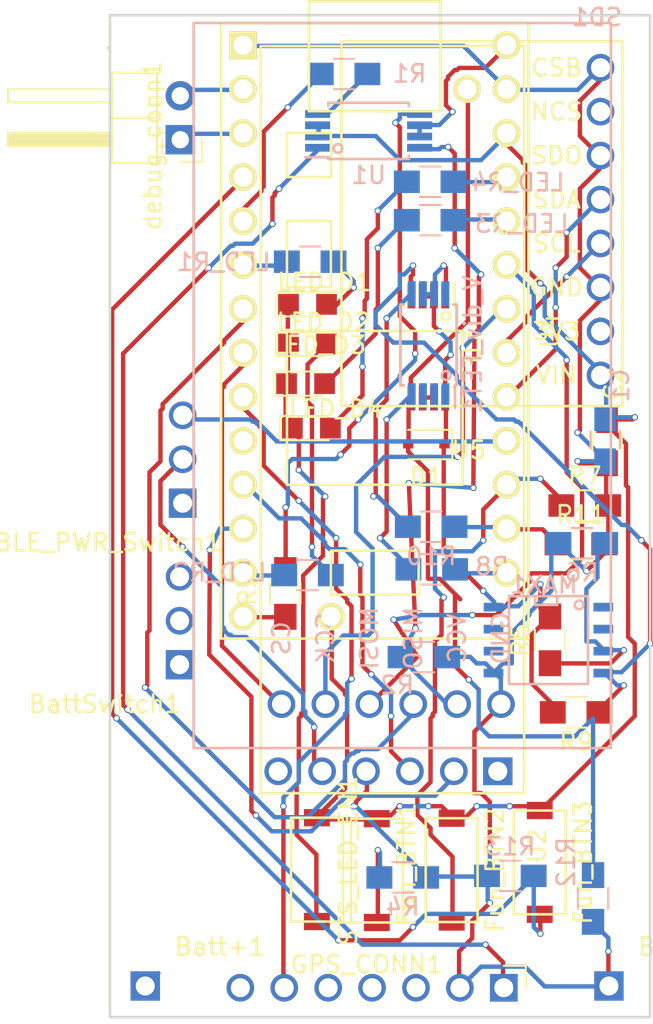
<source format=kicad_pcb>
(kicad_pcb (version 4) (host pcbnew 4.0.6)

  (general
    (links 92)
    (no_connects 4)
    (area 116.205 59.817 159.258 127.381)
    (thickness 1.6)
    (drawings 6)
    (tracks 805)
    (zones 0)
    (modules 42)
    (nets 46)
  )

  (page A4)
  (layers
    (0 F.Cu signal)
    (31 B.Cu signal)
    (32 B.Adhes user hide)
    (33 F.Adhes user hide)
    (34 B.Paste user hide)
    (35 F.Paste user hide)
    (36 B.SilkS user hide)
    (37 F.SilkS user hide)
    (38 B.Mask user hide)
    (39 F.Mask user hide)
    (40 Dwgs.User user hide)
    (41 Cmts.User user hide)
    (42 Eco1.User user hide)
    (43 Eco2.User user hide)
    (44 Edge.Cuts user)
    (45 Margin user hide)
    (46 B.CrtYd user hide)
    (47 F.CrtYd user hide)
    (48 B.Fab user hide)
    (49 F.Fab user hide)
  )

  (setup
    (last_trace_width 0.254)
    (trace_clearance 0.254)
    (zone_clearance 0.508)
    (zone_45_only no)
    (trace_min 0.1524)
    (segment_width 0.2)
    (edge_width 0.15)
    (via_size 0.381)
    (via_drill 0.254)
    (via_min_size 0.381)
    (via_min_drill 0.254)
    (user_via 0.508 0.3302)
    (user_via 0.889 0.508)
    (uvia_size 0.3)
    (uvia_drill 0.1)
    (uvias_allowed no)
    (uvia_min_size 0.2)
    (uvia_min_drill 0.1)
    (pcb_text_width 0.3)
    (pcb_text_size 1.5 1.5)
    (mod_edge_width 0.15)
    (mod_text_size 1 1)
    (mod_text_width 0.15)
    (pad_size 1.7 1.7)
    (pad_drill 1)
    (pad_to_mask_clearance 0.2)
    (aux_axis_origin 0 0)
    (grid_origin 135.84 90.41)
    (visible_elements 7FFEDFFF)
    (pcbplotparams
      (layerselection 0x00030_80000001)
      (usegerberextensions false)
      (excludeedgelayer true)
      (linewidth 0.100000)
      (plotframeref false)
      (viasonmask false)
      (mode 1)
      (useauxorigin false)
      (hpglpennumber 1)
      (hpglpenspeed 20)
      (hpglpendiameter 15)
      (hpglpenoverlay 2)
      (psnegative false)
      (psa4output false)
      (plotreference true)
      (plotvalue true)
      (plotinvisibletext false)
      (padsonsilk false)
      (subtractmaskfromsilk false)
      (outputformat 1)
      (mirror false)
      (drillshape 1)
      (scaleselection 1)
      (outputdirectory test))
  )

  (net 0 "")
  (net 1 GND)
  (net 2 +3V3)
  (net 3 "Net-(Batt+1-Pad1)")
  (net 4 +BATT)
  (net 5 "Net-(SD1-Pad6)")
  (net 6 "Net-(SD1-Pad3)")
  (net 7 "Net-(MAX1-Pad4)")
  (net 8 "Net-(R1-Pad1)")
  (net 9 "Net-(R1-Pad2)")
  (net 10 "Net-(R2-Pad1)")
  (net 11 "Net-(R3-Pad2)")
  (net 12 "Net-(LED_D1-Pad2)")
  (net 13 "Net-(LED_D1-Pad1)")
  (net 14 "Net-(LED_D2-Pad2)")
  (net 15 "Net-(LED_D3-Pad2)")
  (net 16 "Net-(LED_D4-Pad2)")
  (net 17 "Net-(BattSwitch1-Pad3)")
  (net 18 "Net-(BLE_PWR_Switch1-Pad2)")
  (net 19 "Net-(Fun_BTN1-Pad1)")
  (net 20 /BattPostSwitch)
  (net 21 /USBPower+)
  (net 22 "Net-(U4-Pad3)")
  (net 23 "Net-(U4-Pad2)")
  (net 24 "Net-(Fun_BTN2-Pad1)")
  (net 25 "Net-(MAX1-Pad3)")
  (net 26 "Net-(R8-Pad1)")
  (net 27 "Net-(R8-Pad2)")
  (net 28 "Net-(R10-Pad1)")
  (net 29 "Net-(R10-Pad2)")
  (net 30 "Net-(Fun_BTN3-Pad1)")
  (net 31 /BLE_Pwr_Pin17)
  (net 32 /GPS_Pwr)
  (net 33 /GPS_Tx_RX3_7)
  (net 34 /GPS_Rx_TX3_8)
  (net 35 /LED1_P4)
  (net 36 /LED2_P11)
  (net 37 /LED3_P22)
  (net 38 /LED4_P23)
  (net 39 /SD_En_P12)
  (net 40 /SD_SCK_P20)
  (net 41 /SD_MOSI_P21)
  (net 42 /BLE_Rx_TX2_10)
  (net 43 /BLE_Tx_RX2_9)
  (net 44 /SDA)
  (net 45 /SCL)

  (net_class Default "This is the default net class."
    (clearance 0.254)
    (trace_width 0.254)
    (via_dia 0.381)
    (via_drill 0.254)
    (uvia_dia 0.3)
    (uvia_drill 0.1)
    (add_net +3V3)
    (add_net +BATT)
    (add_net /BLE_Pwr_Pin17)
    (add_net /BLE_Rx_TX2_10)
    (add_net /BLE_Tx_RX2_9)
    (add_net /BattPostSwitch)
    (add_net /GPS_Pwr)
    (add_net /GPS_Rx_TX3_8)
    (add_net /GPS_Tx_RX3_7)
    (add_net /LED1_P4)
    (add_net /LED2_P11)
    (add_net /LED3_P22)
    (add_net /LED4_P23)
    (add_net /SCL)
    (add_net /SDA)
    (add_net /SD_En_P12)
    (add_net /SD_MOSI_P21)
    (add_net /SD_SCK_P20)
    (add_net /USBPower+)
    (add_net GND)
    (add_net "Net-(BLE_PWR_Switch1-Pad2)")
    (add_net "Net-(Batt+1-Pad1)")
    (add_net "Net-(BattSwitch1-Pad3)")
    (add_net "Net-(Fun_BTN1-Pad1)")
    (add_net "Net-(Fun_BTN2-Pad1)")
    (add_net "Net-(Fun_BTN3-Pad1)")
    (add_net "Net-(LED_D1-Pad1)")
    (add_net "Net-(LED_D1-Pad2)")
    (add_net "Net-(LED_D2-Pad2)")
    (add_net "Net-(LED_D3-Pad2)")
    (add_net "Net-(LED_D4-Pad2)")
    (add_net "Net-(MAX1-Pad3)")
    (add_net "Net-(MAX1-Pad4)")
    (add_net "Net-(R1-Pad1)")
    (add_net "Net-(R1-Pad2)")
    (add_net "Net-(R10-Pad1)")
    (add_net "Net-(R10-Pad2)")
    (add_net "Net-(R2-Pad1)")
    (add_net "Net-(R3-Pad2)")
    (add_net "Net-(R8-Pad1)")
    (add_net "Net-(R8-Pad2)")
    (add_net "Net-(SD1-Pad3)")
    (add_net "Net-(SD1-Pad6)")
    (add_net "Net-(U4-Pad2)")
    (add_net "Net-(U4-Pad3)")
  )

  (module EbayParts:TSSOP-8_4.4x3mm_Pitch0.65mm_custom (layer B.Cu) (tedit 58D38B89) (tstamp 595597F3)
    (at 138.15 67.65)
    (descr "8-Lead Plastic Thin Shrink Small Outline (ST)-4.4 mm Body [TSSOP] (see Microchip Packaging Specification 00000049BS.pdf)")
    (tags "SSOP 0.65")
    (path /58F26970)
    (attr smd)
    (fp_text reference U1 (at 0 2.55) (layer B.SilkS)
      (effects (font (size 1 1) (thickness 0.15)) (justify mirror))
    )
    (fp_text value Si6943DQ (at 0 -2.55) (layer B.Fab)
      (effects (font (size 1 1) (thickness 0.15)) (justify mirror))
    )
    (fp_circle (center -1.778 1.016) (end -1.524 1.016) (layer B.SilkS) (width 0.15))
    (fp_line (start -1.2 1.5) (end 2.2 1.5) (layer B.Fab) (width 0.15))
    (fp_line (start 2.2 1.5) (end 2.2 -1.5) (layer B.Fab) (width 0.15))
    (fp_line (start 2.2 -1.5) (end -2.2 -1.5) (layer B.Fab) (width 0.15))
    (fp_line (start -2.2 -1.5) (end -2.2 0.5) (layer B.Fab) (width 0.15))
    (fp_line (start -2.2 0.5) (end -1.2 1.5) (layer B.Fab) (width 0.15))
    (fp_line (start -3.95 1.8) (end -3.95 -1.8) (layer B.CrtYd) (width 0.05))
    (fp_line (start 3.95 1.8) (end 3.95 -1.8) (layer B.CrtYd) (width 0.05))
    (fp_line (start -3.95 1.8) (end 3.95 1.8) (layer B.CrtYd) (width 0.05))
    (fp_line (start -3.95 -1.8) (end 3.95 -1.8) (layer B.CrtYd) (width 0.05))
    (fp_line (start -2.325 1.625) (end -2.325 1.525) (layer B.SilkS) (width 0.15))
    (fp_line (start 2.325 1.625) (end 2.325 1.425) (layer B.SilkS) (width 0.15))
    (fp_line (start 2.325 -1.625) (end 2.325 -1.425) (layer B.SilkS) (width 0.15))
    (fp_line (start -2.325 -1.625) (end -2.325 -1.425) (layer B.SilkS) (width 0.15))
    (fp_line (start -2.325 1.625) (end 2.325 1.625) (layer B.SilkS) (width 0.15))
    (fp_line (start -2.325 -1.625) (end 2.325 -1.625) (layer B.SilkS) (width 0.15))
    (fp_line (start -2.325 1.525) (end -3.675 1.525) (layer B.SilkS) (width 0.15))
    (pad 1 smd rect (at -2.95 0.975) (size 1.45 0.45) (layers B.Cu B.Paste B.Mask)
      (net 32 /GPS_Pwr))
    (pad 2 smd rect (at -2.95 0.325) (size 1.45 0.45) (layers B.Cu B.Paste B.Mask)
      (net 2 +3V3))
    (pad 3 smd rect (at -2.95 -0.325) (size 1.45 0.45) (layers B.Cu B.Paste B.Mask)
      (net 2 +3V3))
    (pad 4 smd rect (at -2.95 -0.975) (size 1.45 0.45) (layers B.Cu B.Paste B.Mask)
      (net 8 "Net-(R1-Pad1)"))
    (pad 5 smd rect (at 2.95 -0.975) (size 1.45 0.45) (layers B.Cu B.Paste B.Mask)
      (net 11 "Net-(R3-Pad2)"))
    (pad 6 smd rect (at 2.95 -0.325) (size 1.45 0.45) (layers B.Cu B.Paste B.Mask)
      (net 4 +BATT))
    (pad 7 smd rect (at 2.95 0.325) (size 1.45 0.45) (layers B.Cu B.Paste B.Mask)
      (net 4 +BATT))
    (pad 8 smd rect (at 2.95 0.975) (size 1.45 0.45) (layers B.Cu B.Paste B.Mask)
      (net 10 "Net-(R2-Pad1)"))
    (model Housings_SSOP.3dshapes/TSSOP-8_4.4x3mm_Pitch0.65mm.wrl
      (at (xyz 0 0 0))
      (scale (xyz 1 1 1))
      (rotate (xyz 0 0 0))
    )
  )

  (module Capacitors_SMD:C_0805_HandSoldering (layer B.Cu) (tedit 5913D54F) (tstamp 58EF18DC)
    (at 151.83 85.5 270)
    (descr "Capacitor SMD 0805, hand soldering")
    (tags "capacitor 0805")
    (path /58C7CCD2)
    (attr smd)
    (fp_text reference C1 (at -3.1242 -0.8763 270) (layer B.SilkS)
      (effects (font (size 1 1) (thickness 0.15)) (justify mirror))
    )
    (fp_text value 82nF (at 0 -1.75 270) (layer B.Fab)
      (effects (font (size 1 1) (thickness 0.15)) (justify mirror))
    )
    (fp_text user %R (at 0 1.75 270) (layer B.Fab)
      (effects (font (size 1 1) (thickness 0.15)) (justify mirror))
    )
    (fp_line (start -1 -0.62) (end -1 0.62) (layer B.Fab) (width 0.1))
    (fp_line (start 1 -0.62) (end -1 -0.62) (layer B.Fab) (width 0.1))
    (fp_line (start 1 0.62) (end 1 -0.62) (layer B.Fab) (width 0.1))
    (fp_line (start -1 0.62) (end 1 0.62) (layer B.Fab) (width 0.1))
    (fp_line (start 0.5 0.85) (end -0.5 0.85) (layer B.SilkS) (width 0.12))
    (fp_line (start -0.5 -0.85) (end 0.5 -0.85) (layer B.SilkS) (width 0.12))
    (fp_line (start -2.25 0.88) (end 2.25 0.88) (layer B.CrtYd) (width 0.05))
    (fp_line (start -2.25 0.88) (end -2.25 -0.87) (layer B.CrtYd) (width 0.05))
    (fp_line (start 2.25 -0.87) (end 2.25 0.88) (layer B.CrtYd) (width 0.05))
    (fp_line (start 2.25 -0.87) (end -2.25 -0.87) (layer B.CrtYd) (width 0.05))
    (pad 1 smd rect (at -1.25 0 270) (size 1.5 1.25) (layers B.Cu B.Paste B.Mask)
      (net 2 +3V3))
    (pad 2 smd rect (at 1.25 0 270) (size 1.5 1.25) (layers B.Cu B.Paste B.Mask)
      (net 1 GND))
    (model Capacitors_SMD.3dshapes/C_0805.wrl
      (at (xyz 0 0 0))
      (scale (xyz 1 1 1))
      (rotate (xyz 0 0 0))
    )
  )

  (module Capacitors_SMD:C_0805_HandSoldering (layer F.Cu) (tedit 5913D552) (tstamp 58EF18E2)
    (at 151.94 85.61 270)
    (descr "Capacitor SMD 0805, hand soldering")
    (tags "capacitor 0805")
    (path /58C7CE8C)
    (attr smd)
    (fp_text reference C2 (at -3.35026 -0.35814 270) (layer F.SilkS)
      (effects (font (size 1 1) (thickness 0.15)))
    )
    (fp_text value 2.2uF (at 0 1.75 270) (layer F.Fab)
      (effects (font (size 1 1) (thickness 0.15)))
    )
    (fp_text user %R (at 0 -1.75 270) (layer F.Fab)
      (effects (font (size 1 1) (thickness 0.15)))
    )
    (fp_line (start -1 0.62) (end -1 -0.62) (layer F.Fab) (width 0.1))
    (fp_line (start 1 0.62) (end -1 0.62) (layer F.Fab) (width 0.1))
    (fp_line (start 1 -0.62) (end 1 0.62) (layer F.Fab) (width 0.1))
    (fp_line (start -1 -0.62) (end 1 -0.62) (layer F.Fab) (width 0.1))
    (fp_line (start 0.5 -0.85) (end -0.5 -0.85) (layer F.SilkS) (width 0.12))
    (fp_line (start -0.5 0.85) (end 0.5 0.85) (layer F.SilkS) (width 0.12))
    (fp_line (start -2.25 -0.88) (end 2.25 -0.88) (layer F.CrtYd) (width 0.05))
    (fp_line (start -2.25 -0.88) (end -2.25 0.87) (layer F.CrtYd) (width 0.05))
    (fp_line (start 2.25 0.87) (end 2.25 -0.88) (layer F.CrtYd) (width 0.05))
    (fp_line (start 2.25 0.87) (end -2.25 0.87) (layer F.CrtYd) (width 0.05))
    (pad 1 smd rect (at -1.25 0 270) (size 1.5 1.25) (layers F.Cu F.Paste F.Mask)
      (net 2 +3V3))
    (pad 2 smd rect (at 1.25 0 270) (size 1.5 1.25) (layers F.Cu F.Paste F.Mask)
      (net 1 GND))
    (model Capacitors_SMD.3dshapes/C_0805.wrl
      (at (xyz 0 0 0))
      (scale (xyz 1 1 1))
      (rotate (xyz 0 0 0))
    )
  )

  (module Resistors_SMD:R_0805_HandSoldering (layer B.Cu) (tedit 5913D54B) (tstamp 58EF1918)
    (at 136.73 64.36 180)
    (descr "Resistor SMD 0805, hand soldering")
    (tags "resistor 0805")
    (path /58CE2A45)
    (attr smd)
    (fp_text reference R1 (at -3.7846 0.01524 180) (layer B.SilkS)
      (effects (font (size 1 1) (thickness 0.15)) (justify mirror))
    )
    (fp_text value 10k (at 0 -1.75 180) (layer B.Fab)
      (effects (font (size 1 1) (thickness 0.15)) (justify mirror))
    )
    (fp_text user %R (at 0 0 180) (layer B.Fab)
      (effects (font (size 0.5 0.5) (thickness 0.075)) (justify mirror))
    )
    (fp_line (start -1 -0.62) (end -1 0.62) (layer B.Fab) (width 0.1))
    (fp_line (start 1 -0.62) (end -1 -0.62) (layer B.Fab) (width 0.1))
    (fp_line (start 1 0.62) (end 1 -0.62) (layer B.Fab) (width 0.1))
    (fp_line (start -1 0.62) (end 1 0.62) (layer B.Fab) (width 0.1))
    (fp_line (start 0.6 -0.88) (end -0.6 -0.88) (layer B.SilkS) (width 0.12))
    (fp_line (start -0.6 0.88) (end 0.6 0.88) (layer B.SilkS) (width 0.12))
    (fp_line (start -2.35 0.9) (end 2.35 0.9) (layer B.CrtYd) (width 0.05))
    (fp_line (start -2.35 0.9) (end -2.35 -0.9) (layer B.CrtYd) (width 0.05))
    (fp_line (start 2.35 -0.9) (end 2.35 0.9) (layer B.CrtYd) (width 0.05))
    (fp_line (start 2.35 -0.9) (end -2.35 -0.9) (layer B.CrtYd) (width 0.05))
    (pad 1 smd rect (at -1.35 0 180) (size 1.5 1.3) (layers B.Cu B.Paste B.Mask)
      (net 8 "Net-(R1-Pad1)"))
    (pad 2 smd rect (at 1.35 0 180) (size 1.5 1.3) (layers B.Cu B.Paste B.Mask)
      (net 9 "Net-(R1-Pad2)"))
    (model ${KISYS3DMOD}/Resistors_SMD.3dshapes/R_0805.wrl
      (at (xyz 0 0 0))
      (scale (xyz 1 1 1))
      (rotate (xyz 0 0 0))
    )
  )

  (module Resistors_SMD:R_0805_HandSoldering (layer B.Cu) (tedit 5913D445) (tstamp 58EF191E)
    (at 141.35 98.06)
    (descr "Resistor SMD 0805, hand soldering")
    (tags "resistor 0805")
    (path /58CE59D8)
    (attr smd)
    (fp_text reference R2 (at -1.5494 1.6129 180) (layer B.SilkS)
      (effects (font (size 1 1) (thickness 0.15)) (justify mirror))
    )
    (fp_text value 100k (at 0 -1.75) (layer B.Fab)
      (effects (font (size 1 1) (thickness 0.15)) (justify mirror))
    )
    (fp_text user %R (at 0 0) (layer B.Fab)
      (effects (font (size 0.5 0.5) (thickness 0.075)) (justify mirror))
    )
    (fp_line (start -1 -0.62) (end -1 0.62) (layer B.Fab) (width 0.1))
    (fp_line (start 1 -0.62) (end -1 -0.62) (layer B.Fab) (width 0.1))
    (fp_line (start 1 0.62) (end 1 -0.62) (layer B.Fab) (width 0.1))
    (fp_line (start -1 0.62) (end 1 0.62) (layer B.Fab) (width 0.1))
    (fp_line (start 0.6 -0.88) (end -0.6 -0.88) (layer B.SilkS) (width 0.12))
    (fp_line (start -0.6 0.88) (end 0.6 0.88) (layer B.SilkS) (width 0.12))
    (fp_line (start -2.35 0.9) (end 2.35 0.9) (layer B.CrtYd) (width 0.05))
    (fp_line (start -2.35 0.9) (end -2.35 -0.9) (layer B.CrtYd) (width 0.05))
    (fp_line (start 2.35 -0.9) (end 2.35 0.9) (layer B.CrtYd) (width 0.05))
    (fp_line (start 2.35 -0.9) (end -2.35 -0.9) (layer B.CrtYd) (width 0.05))
    (pad 1 smd rect (at -1.35 0) (size 1.5 1.3) (layers B.Cu B.Paste B.Mask)
      (net 10 "Net-(R2-Pad1)"))
    (pad 2 smd rect (at 1.35 0) (size 1.5 1.3) (layers B.Cu B.Paste B.Mask)
      (net 1 GND))
    (model ${KISYS3DMOD}/Resistors_SMD.3dshapes/R_0805.wrl
      (at (xyz 0 0 0))
      (scale (xyz 1 1 1))
      (rotate (xyz 0 0 0))
    )
  )

  (module Resistors_SMD:R_0805_HandSoldering (layer F.Cu) (tedit 590E06D4) (tstamp 58EF1924)
    (at 133.33048 94.38256 90)
    (descr "Resistor SMD 0805, hand soldering")
    (tags "resistor 0805")
    (path /58CE85D8)
    (attr smd)
    (fp_text reference R3 (at 0.254 -2.1844 90) (layer F.SilkS)
      (effects (font (size 1 1) (thickness 0.15)))
    )
    (fp_text value 10k (at 0 1.75 90) (layer F.Fab)
      (effects (font (size 1 1) (thickness 0.15)))
    )
    (fp_text user %R (at 0 0 90) (layer F.Fab)
      (effects (font (size 0.5 0.5) (thickness 0.075)))
    )
    (fp_line (start -1 0.62) (end -1 -0.62) (layer F.Fab) (width 0.1))
    (fp_line (start 1 0.62) (end -1 0.62) (layer F.Fab) (width 0.1))
    (fp_line (start 1 -0.62) (end 1 0.62) (layer F.Fab) (width 0.1))
    (fp_line (start -1 -0.62) (end 1 -0.62) (layer F.Fab) (width 0.1))
    (fp_line (start 0.6 0.88) (end -0.6 0.88) (layer F.SilkS) (width 0.12))
    (fp_line (start -0.6 -0.88) (end 0.6 -0.88) (layer F.SilkS) (width 0.12))
    (fp_line (start -2.35 -0.9) (end 2.35 -0.9) (layer F.CrtYd) (width 0.05))
    (fp_line (start -2.35 -0.9) (end -2.35 0.9) (layer F.CrtYd) (width 0.05))
    (fp_line (start 2.35 0.9) (end 2.35 -0.9) (layer F.CrtYd) (width 0.05))
    (fp_line (start 2.35 0.9) (end -2.35 0.9) (layer F.CrtYd) (width 0.05))
    (pad 1 smd rect (at -1.35 0 90) (size 1.5 1.3) (layers F.Cu F.Paste F.Mask)
      (net 39 /SD_En_P12))
    (pad 2 smd rect (at 1.35 0 90) (size 1.5 1.3) (layers F.Cu F.Paste F.Mask)
      (net 11 "Net-(R3-Pad2)"))
    (model ${KISYS3DMOD}/Resistors_SMD.3dshapes/R_0805.wrl
      (at (xyz 0 0 0))
      (scale (xyz 1 1 1))
      (rotate (xyz 0 0 0))
    )
  )

  (module Resistors_SMD:R_0805_HandSoldering (layer B.Cu) (tedit 58E0A804) (tstamp 58EF1936)
    (at 150.48 91.48)
    (descr "Resistor SMD 0805, hand soldering")
    (tags "resistor 0805")
    (path /58D44E32)
    (attr smd)
    (fp_text reference R6 (at 0 1.7) (layer B.SilkS)
      (effects (font (size 1 1) (thickness 0.15)) (justify mirror))
    )
    (fp_text value 56k (at 0 -1.75) (layer B.Fab)
      (effects (font (size 1 1) (thickness 0.15)) (justify mirror))
    )
    (fp_text user %R (at 0 0) (layer B.Fab)
      (effects (font (size 0.5 0.5) (thickness 0.075)) (justify mirror))
    )
    (fp_line (start -1 -0.62) (end -1 0.62) (layer B.Fab) (width 0.1))
    (fp_line (start 1 -0.62) (end -1 -0.62) (layer B.Fab) (width 0.1))
    (fp_line (start 1 0.62) (end 1 -0.62) (layer B.Fab) (width 0.1))
    (fp_line (start -1 0.62) (end 1 0.62) (layer B.Fab) (width 0.1))
    (fp_line (start 0.6 -0.88) (end -0.6 -0.88) (layer B.SilkS) (width 0.12))
    (fp_line (start -0.6 0.88) (end 0.6 0.88) (layer B.SilkS) (width 0.12))
    (fp_line (start -2.35 0.9) (end 2.35 0.9) (layer B.CrtYd) (width 0.05))
    (fp_line (start -2.35 0.9) (end -2.35 -0.9) (layer B.CrtYd) (width 0.05))
    (fp_line (start 2.35 -0.9) (end 2.35 0.9) (layer B.CrtYd) (width 0.05))
    (fp_line (start 2.35 -0.9) (end -2.35 -0.9) (layer B.CrtYd) (width 0.05))
    (pad 1 smd rect (at -1.35 0) (size 1.5 1.3) (layers B.Cu B.Paste B.Mask)
      (net 1 GND))
    (pad 2 smd rect (at 1.35 0) (size 1.5 1.3) (layers B.Cu B.Paste B.Mask)
      (net 25 "Net-(MAX1-Pad3)"))
    (model ${KISYS3DMOD}/Resistors_SMD.3dshapes/R_0805.wrl
      (at (xyz 0 0 0))
      (scale (xyz 1 1 1))
      (rotate (xyz 0 0 0))
    )
  )

  (module Resistors_SMD:R_0805_HandSoldering (layer B.Cu) (tedit 5913D436) (tstamp 58EF1942)
    (at 141.8 92.99)
    (descr "Resistor SMD 0805, hand soldering")
    (tags "resistor 0805")
    (path /58D27FE9)
    (attr smd)
    (fp_text reference R8 (at 3.4925 -0.16764) (layer B.SilkS)
      (effects (font (size 1 1) (thickness 0.15)) (justify mirror))
    )
    (fp_text value 10k (at 0 -1.75) (layer B.Fab)
      (effects (font (size 1 1) (thickness 0.15)) (justify mirror))
    )
    (fp_text user %R (at 0 0) (layer B.Fab)
      (effects (font (size 0.5 0.5) (thickness 0.075)) (justify mirror))
    )
    (fp_line (start -1 -0.62) (end -1 0.62) (layer B.Fab) (width 0.1))
    (fp_line (start 1 -0.62) (end -1 -0.62) (layer B.Fab) (width 0.1))
    (fp_line (start 1 0.62) (end 1 -0.62) (layer B.Fab) (width 0.1))
    (fp_line (start -1 0.62) (end 1 0.62) (layer B.Fab) (width 0.1))
    (fp_line (start 0.6 -0.88) (end -0.6 -0.88) (layer B.SilkS) (width 0.12))
    (fp_line (start -0.6 0.88) (end 0.6 0.88) (layer B.SilkS) (width 0.12))
    (fp_line (start -2.35 0.9) (end 2.35 0.9) (layer B.CrtYd) (width 0.05))
    (fp_line (start -2.35 0.9) (end -2.35 -0.9) (layer B.CrtYd) (width 0.05))
    (fp_line (start 2.35 -0.9) (end 2.35 0.9) (layer B.CrtYd) (width 0.05))
    (fp_line (start 2.35 -0.9) (end -2.35 -0.9) (layer B.CrtYd) (width 0.05))
    (pad 1 smd rect (at -1.35 0) (size 1.5 1.3) (layers B.Cu B.Paste B.Mask)
      (net 26 "Net-(R8-Pad1)"))
    (pad 2 smd rect (at 1.35 0) (size 1.5 1.3) (layers B.Cu B.Paste B.Mask)
      (net 27 "Net-(R8-Pad2)"))
    (model ${KISYS3DMOD}/Resistors_SMD.3dshapes/R_0805.wrl
      (at (xyz 0 0 0))
      (scale (xyz 1 1 1))
      (rotate (xyz 0 0 0))
    )
  )

  (module Resistors_SMD:R_0805_HandSoldering (layer B.Cu) (tedit 5913D69A) (tstamp 58EF1954)
    (at 151.13 112.01 90)
    (descr "Resistor SMD 0805, hand soldering")
    (tags "resistor 0805")
    (path /58D1E754)
    (attr smd)
    (fp_text reference R12 (at 2.0955 -1.56464 90) (layer B.SilkS)
      (effects (font (size 1 1) (thickness 0.15)) (justify mirror))
    )
    (fp_text value 100k (at 0 -1.75 90) (layer B.Fab)
      (effects (font (size 1 1) (thickness 0.15)) (justify mirror))
    )
    (fp_text user %R (at 0 0 90) (layer B.Fab)
      (effects (font (size 0.5 0.5) (thickness 0.075)) (justify mirror))
    )
    (fp_line (start -1 -0.62) (end -1 0.62) (layer B.Fab) (width 0.1))
    (fp_line (start 1 -0.62) (end -1 -0.62) (layer B.Fab) (width 0.1))
    (fp_line (start 1 0.62) (end 1 -0.62) (layer B.Fab) (width 0.1))
    (fp_line (start -1 0.62) (end 1 0.62) (layer B.Fab) (width 0.1))
    (fp_line (start 0.6 -0.88) (end -0.6 -0.88) (layer B.SilkS) (width 0.12))
    (fp_line (start -0.6 0.88) (end 0.6 0.88) (layer B.SilkS) (width 0.12))
    (fp_line (start -2.35 0.9) (end 2.35 0.9) (layer B.CrtYd) (width 0.05))
    (fp_line (start -2.35 0.9) (end -2.35 -0.9) (layer B.CrtYd) (width 0.05))
    (fp_line (start 2.35 -0.9) (end 2.35 0.9) (layer B.CrtYd) (width 0.05))
    (fp_line (start 2.35 -0.9) (end -2.35 -0.9) (layer B.CrtYd) (width 0.05))
    (pad 1 smd rect (at -1.35 0 90) (size 1.5 1.3) (layers B.Cu B.Paste B.Mask)
      (net 1 GND))
    (pad 2 smd rect (at 1.35 0 90) (size 1.5 1.3) (layers B.Cu B.Paste B.Mask)
      (net 21 /USBPower+))
    (model ${KISYS3DMOD}/Resistors_SMD.3dshapes/R_0805.wrl
      (at (xyz 0 0 0))
      (scale (xyz 1 1 1))
      (rotate (xyz 0 0 0))
    )
  )

  (module EbayParts:SDCard_Breakout (layer B.Cu) (tedit 5913D423) (tstamp 58EF1964)
    (at 152.16 61.41 270)
    (path /58C79E1B)
    (fp_text reference SD1 (at -0.32258 0.8001 540) (layer B.SilkS)
      (effects (font (size 1 1) (thickness 0.15)) (justify mirror))
    )
    (fp_text value SDCard_Breakout (at 10.16 25.9 270) (layer B.Fab)
      (effects (font (size 1 1) (thickness 0.15)) (justify mirror))
    )
    (fp_text user GND (at 35.56 6.35 270) (layer B.SilkS)
      (effects (font (size 1 1) (thickness 0.15)) (justify mirror))
    )
    (fp_text user VCC (at 35.56 8.89 270) (layer B.SilkS)
      (effects (font (size 1 1) (thickness 0.15)) (justify mirror))
    )
    (fp_text user MISO (at 35.56 11.43 270) (layer B.SilkS)
      (effects (font (size 1 1) (thickness 0.15)) (justify mirror))
    )
    (fp_text user MOSI (at 35.56 13.97 270) (layer B.SilkS)
      (effects (font (size 1 1) (thickness 0.15)) (justify mirror))
    )
    (fp_text user SCK (at 35.56 16.51 270) (layer B.SilkS)
      (effects (font (size 1 1) (thickness 0.15)) (justify mirror))
    )
    (fp_text user CS (at 35.56 19.05 270) (layer B.SilkS)
      (effects (font (size 1 1) (thickness 0.15)) (justify mirror))
    )
    (fp_line (start 0 0) (end 0 24.13) (layer B.SilkS) (width 0.15))
    (fp_line (start 0 24.13) (end 41.91 24.13) (layer B.SilkS) (width 0.15))
    (fp_line (start 41.91 24.13) (end 41.91 0) (layer B.SilkS) (width 0.15))
    (fp_line (start 41.91 0) (end 0 0) (layer B.SilkS) (width 0.15))
    (pad 6 thru_hole circle (at 39.37 19.05 270) (size 1.6 1.6) (drill 1.1) (layers *.Cu *.Mask)
      (net 5 "Net-(SD1-Pad6)"))
    (pad 5 thru_hole circle (at 39.37 16.51 270) (size 1.6 1.6) (drill 1.1) (layers *.Cu *.Mask)
      (net 40 /SD_SCK_P20))
    (pad 4 thru_hole circle (at 39.37 13.97 270) (size 1.6 1.6) (drill 1.1) (layers *.Cu *.Mask)
      (net 41 /SD_MOSI_P21))
    (pad 3 thru_hole circle (at 39.37 11.43 270) (size 1.6 1.6) (drill 1.1) (layers *.Cu *.Mask)
      (net 6 "Net-(SD1-Pad3)"))
    (pad 2 thru_hole circle (at 39.37 8.89 270) (size 1.6 1.6) (drill 1.1) (layers *.Cu *.Mask)
      (net 10 "Net-(R2-Pad1)"))
    (pad 1 thru_hole circle (at 39.37 6.35 270) (size 1.6 1.6) (drill 1.1) (layers *.Cu *.Mask)
      (net 1 GND))
  )

  (module EbayParts:TSSOP-8_4.4x3mm_Pitch0.65mm_custom (layer B.Cu) (tedit 58D38B89) (tstamp 58EF19EC)
    (at 141.62 80.01 90)
    (descr "8-Lead Plastic Thin Shrink Small Outline (ST)-4.4 mm Body [TSSOP] (see Microchip Packaging Specification 00000049BS.pdf)")
    (tags "SSOP 0.65")
    (path /58D267E6)
    (attr smd)
    (fp_text reference V_div_FET1 (at 0 2.55 90) (layer B.SilkS)
      (effects (font (size 1 1) (thickness 0.15)) (justify mirror))
    )
    (fp_text value VDiv_FDW254p (at 0 -2.55 90) (layer B.Fab)
      (effects (font (size 1 1) (thickness 0.15)) (justify mirror))
    )
    (fp_circle (center -1.778 1.016) (end -1.524 1.016) (layer B.SilkS) (width 0.15))
    (fp_line (start -1.2 1.5) (end 2.2 1.5) (layer B.Fab) (width 0.15))
    (fp_line (start 2.2 1.5) (end 2.2 -1.5) (layer B.Fab) (width 0.15))
    (fp_line (start 2.2 -1.5) (end -2.2 -1.5) (layer B.Fab) (width 0.15))
    (fp_line (start -2.2 -1.5) (end -2.2 0.5) (layer B.Fab) (width 0.15))
    (fp_line (start -2.2 0.5) (end -1.2 1.5) (layer B.Fab) (width 0.15))
    (fp_line (start -3.95 1.8) (end -3.95 -1.8) (layer B.CrtYd) (width 0.05))
    (fp_line (start 3.95 1.8) (end 3.95 -1.8) (layer B.CrtYd) (width 0.05))
    (fp_line (start -3.95 1.8) (end 3.95 1.8) (layer B.CrtYd) (width 0.05))
    (fp_line (start -3.95 -1.8) (end 3.95 -1.8) (layer B.CrtYd) (width 0.05))
    (fp_line (start -2.325 1.625) (end -2.325 1.525) (layer B.SilkS) (width 0.15))
    (fp_line (start 2.325 1.625) (end 2.325 1.425) (layer B.SilkS) (width 0.15))
    (fp_line (start 2.325 -1.625) (end 2.325 -1.425) (layer B.SilkS) (width 0.15))
    (fp_line (start -2.325 -1.625) (end -2.325 -1.425) (layer B.SilkS) (width 0.15))
    (fp_line (start -2.325 1.625) (end 2.325 1.625) (layer B.SilkS) (width 0.15))
    (fp_line (start -2.325 -1.625) (end 2.325 -1.625) (layer B.SilkS) (width 0.15))
    (fp_line (start -2.325 1.525) (end -3.675 1.525) (layer B.SilkS) (width 0.15))
    (pad 1 smd rect (at -2.95 0.975 90) (size 1.45 0.45) (layers B.Cu B.Paste B.Mask))
    (pad 2 smd rect (at -2.95 0.325 90) (size 1.45 0.45) (layers B.Cu B.Paste B.Mask))
    (pad 3 smd rect (at -2.95 -0.325 90) (size 1.45 0.45) (layers B.Cu B.Paste B.Mask))
    (pad 4 smd rect (at -2.95 -0.975 90) (size 1.45 0.45) (layers B.Cu B.Paste B.Mask)
      (net 26 "Net-(R8-Pad1)"))
    (pad 5 smd rect (at 2.95 -0.975 90) (size 1.45 0.45) (layers B.Cu B.Paste B.Mask)
      (net 28 "Net-(R10-Pad1)"))
    (pad 6 smd rect (at 2.95 -0.325 90) (size 1.45 0.45) (layers B.Cu B.Paste B.Mask)
      (net 4 +BATT))
    (pad 7 smd rect (at 2.95 0.325 90) (size 1.45 0.45) (layers B.Cu B.Paste B.Mask)
      (net 4 +BATT))
    (pad 8 smd rect (at 2.95 0.975 90) (size 1.45 0.45) (layers B.Cu B.Paste B.Mask))
    (model Housings_SSOP.3dshapes/TSSOP-8_4.4x3mm_Pitch0.65mm.wrl
      (at (xyz 0 0 0))
      (scale (xyz 1 1 1))
      (rotate (xyz 0 0 0))
    )
  )

  (module EbayParts:SOIC-8-N (layer B.Cu) (tedit 5913D55E) (tstamp 590DFBE6)
    (at 148.55 97.08 270)
    (descr "Module Narrow CMS SOJ 8 pins large")
    (tags "CMS SOJ")
    (path /58D3E43D)
    (attr smd)
    (fp_text reference MAX1 (at -3.19532 0.2667 360) (layer B.SilkS)
      (effects (font (size 1 1) (thickness 0.15)) (justify mirror))
    )
    (fp_text value MAX8212 (at 0 -1.27 270) (layer B.Fab)
      (effects (font (size 1 1) (thickness 0.15)) (justify mirror))
    )
    (fp_circle (center -2.032 -1.778) (end -1.778 -1.778) (layer B.SilkS) (width 0.15))
    (fp_line (start -2.54 2.286) (end 2.54 2.286) (layer B.SilkS) (width 0.15))
    (fp_line (start 2.54 2.286) (end 2.54 -2.286) (layer B.SilkS) (width 0.15))
    (fp_line (start 2.54 -2.286) (end -2.54 -2.286) (layer B.SilkS) (width 0.15))
    (fp_line (start -2.54 -2.286) (end -2.54 2.286) (layer B.SilkS) (width 0.15))
    (fp_line (start -2.54 0.762) (end -2.032 0.762) (layer B.SilkS) (width 0.15))
    (fp_line (start -2.032 0.762) (end -2.032 -0.508) (layer B.SilkS) (width 0.15))
    (fp_line (start -2.032 -0.508) (end -2.54 -0.508) (layer B.SilkS) (width 0.15))
    (pad 8 smd rect (at -1.905 3.175 270) (size 0.508 1.143) (layers B.Cu B.Paste B.Mask)
      (net 20 /BattPostSwitch))
    (pad 7 smd rect (at -0.635 3.175 270) (size 0.508 1.143) (layers B.Cu B.Paste B.Mask))
    (pad 6 smd rect (at 0.635 3.175 270) (size 0.508 1.143) (layers B.Cu B.Paste B.Mask))
    (pad 5 smd rect (at 1.905 3.175 270) (size 0.508 1.143) (layers B.Cu B.Paste B.Mask)
      (net 1 GND))
    (pad 4 smd rect (at 1.905 -3.175 270) (size 0.508 1.143) (layers B.Cu B.Paste B.Mask)
      (net 7 "Net-(MAX1-Pad4)"))
    (pad 3 smd rect (at 0.635 -3.175 270) (size 0.508 1.143) (layers B.Cu B.Paste B.Mask)
      (net 25 "Net-(MAX1-Pad3)"))
    (pad 2 smd rect (at -0.635 -3.175 270) (size 0.508 1.143) (layers B.Cu B.Paste B.Mask))
    (pad 1 smd rect (at -1.905 -3.175 270) (size 0.508 1.143) (layers B.Cu B.Paste B.Mask))
    (model SMD_Packages.3dshapes/SOIC-8-N.wrl
      (at (xyz 0 0 0))
      (scale (xyz 0.5 0.38 0.5))
      (rotate (xyz 0 0 0))
    )
  )

  (module LEDs:LED_0805 (layer F.Cu) (tedit 590EB256) (tstamp 590E035C)
    (at 134.61572 77.67444)
    (descr "LED 0805 smd package")
    (tags "LED led 0805 SMD smd SMT smt smdled SMDLED smtled SMTLED")
    (path /590E1C0A)
    (attr smd)
    (fp_text reference LED_D1 (at 0.9652 -1.28016) (layer F.SilkS)
      (effects (font (size 1 1) (thickness 0.15)))
    )
    (fp_text value BLUE (at 0 1.55) (layer F.Fab)
      (effects (font (size 1 1) (thickness 0.15)))
    )
    (fp_line (start -1.8 -0.7) (end -1.8 0.7) (layer F.SilkS) (width 0.12))
    (fp_line (start -0.4 -0.4) (end -0.4 0.4) (layer F.Fab) (width 0.1))
    (fp_line (start -0.4 0) (end 0.2 -0.4) (layer F.Fab) (width 0.1))
    (fp_line (start 0.2 0.4) (end -0.4 0) (layer F.Fab) (width 0.1))
    (fp_line (start 0.2 -0.4) (end 0.2 0.4) (layer F.Fab) (width 0.1))
    (fp_line (start 1 0.6) (end -1 0.6) (layer F.Fab) (width 0.1))
    (fp_line (start 1 -0.6) (end 1 0.6) (layer F.Fab) (width 0.1))
    (fp_line (start -1 -0.6) (end 1 -0.6) (layer F.Fab) (width 0.1))
    (fp_line (start -1 0.6) (end -1 -0.6) (layer F.Fab) (width 0.1))
    (fp_line (start -1.8 0.7) (end 1 0.7) (layer F.SilkS) (width 0.12))
    (fp_line (start -1.8 -0.7) (end 1 -0.7) (layer F.SilkS) (width 0.12))
    (fp_line (start 1.95 -0.85) (end 1.95 0.85) (layer F.CrtYd) (width 0.05))
    (fp_line (start 1.95 0.85) (end -1.95 0.85) (layer F.CrtYd) (width 0.05))
    (fp_line (start -1.95 0.85) (end -1.95 -0.85) (layer F.CrtYd) (width 0.05))
    (fp_line (start -1.95 -0.85) (end 1.95 -0.85) (layer F.CrtYd) (width 0.05))
    (pad 2 smd rect (at 1.1 0 180) (size 1.2 1.2) (layers F.Cu F.Paste F.Mask)
      (net 12 "Net-(LED_D1-Pad2)"))
    (pad 1 smd rect (at -1.1 0 180) (size 1.2 1.2) (layers F.Cu F.Paste F.Mask)
      (net 13 "Net-(LED_D1-Pad1)"))
    (model LEDs.3dshapes/LED_0805.wrl
      (at (xyz 0 0 0))
      (scale (xyz 1 1 1))
      (rotate (xyz 0 0 180))
    )
  )

  (module LEDs:LED_0805 (layer F.Cu) (tedit 590EB252) (tstamp 590E0362)
    (at 134.61572 79.96552)
    (descr "LED 0805 smd package")
    (tags "LED led 0805 SMD smd SMT smt smdled SMDLED smtled SMTLED")
    (path /590E1D37)
    (attr smd)
    (fp_text reference LED_D2 (at 0.92964 -1.26492) (layer F.SilkS)
      (effects (font (size 1 1) (thickness 0.15)))
    )
    (fp_text value GREEN (at 0 1.55) (layer F.Fab)
      (effects (font (size 1 1) (thickness 0.15)))
    )
    (fp_line (start -1.8 -0.7) (end -1.8 0.7) (layer F.SilkS) (width 0.12))
    (fp_line (start -0.4 -0.4) (end -0.4 0.4) (layer F.Fab) (width 0.1))
    (fp_line (start -0.4 0) (end 0.2 -0.4) (layer F.Fab) (width 0.1))
    (fp_line (start 0.2 0.4) (end -0.4 0) (layer F.Fab) (width 0.1))
    (fp_line (start 0.2 -0.4) (end 0.2 0.4) (layer F.Fab) (width 0.1))
    (fp_line (start 1 0.6) (end -1 0.6) (layer F.Fab) (width 0.1))
    (fp_line (start 1 -0.6) (end 1 0.6) (layer F.Fab) (width 0.1))
    (fp_line (start -1 -0.6) (end 1 -0.6) (layer F.Fab) (width 0.1))
    (fp_line (start -1 0.6) (end -1 -0.6) (layer F.Fab) (width 0.1))
    (fp_line (start -1.8 0.7) (end 1 0.7) (layer F.SilkS) (width 0.12))
    (fp_line (start -1.8 -0.7) (end 1 -0.7) (layer F.SilkS) (width 0.12))
    (fp_line (start 1.95 -0.85) (end 1.95 0.85) (layer F.CrtYd) (width 0.05))
    (fp_line (start 1.95 0.85) (end -1.95 0.85) (layer F.CrtYd) (width 0.05))
    (fp_line (start -1.95 0.85) (end -1.95 -0.85) (layer F.CrtYd) (width 0.05))
    (fp_line (start -1.95 -0.85) (end 1.95 -0.85) (layer F.CrtYd) (width 0.05))
    (pad 2 smd rect (at 1.1 0 180) (size 1.2 1.2) (layers F.Cu F.Paste F.Mask)
      (net 14 "Net-(LED_D2-Pad2)"))
    (pad 1 smd rect (at -1.1 0 180) (size 1.2 1.2) (layers F.Cu F.Paste F.Mask)
      (net 13 "Net-(LED_D1-Pad1)"))
    (model LEDs.3dshapes/LED_0805.wrl
      (at (xyz 0 0 0))
      (scale (xyz 1 1 1))
      (rotate (xyz 0 0 180))
    )
  )

  (module LEDs:LED_0805 (layer F.Cu) (tedit 59697ABB) (tstamp 590E0368)
    (at 134.50396 82.2566)
    (descr "LED 0805 smd package")
    (tags "LED led 0805 SMD smd SMT smt smdled SMDLED smtled SMTLED")
    (path /590E1E01)
    (attr smd)
    (fp_text reference LED_D3 (at 0.78248 -2.22676) (layer F.SilkS)
      (effects (font (size 1 1) (thickness 0.15)))
    )
    (fp_text value RED (at 0 1.55) (layer F.Fab)
      (effects (font (size 1 1) (thickness 0.15)))
    )
    (fp_line (start -1.8 -0.7) (end -1.8 0.7) (layer F.SilkS) (width 0.12))
    (fp_line (start -0.4 -0.4) (end -0.4 0.4) (layer F.Fab) (width 0.1))
    (fp_line (start -0.4 0) (end 0.2 -0.4) (layer F.Fab) (width 0.1))
    (fp_line (start 0.2 0.4) (end -0.4 0) (layer F.Fab) (width 0.1))
    (fp_line (start 0.2 -0.4) (end 0.2 0.4) (layer F.Fab) (width 0.1))
    (fp_line (start 1 0.6) (end -1 0.6) (layer F.Fab) (width 0.1))
    (fp_line (start 1 -0.6) (end 1 0.6) (layer F.Fab) (width 0.1))
    (fp_line (start -1 -0.6) (end 1 -0.6) (layer F.Fab) (width 0.1))
    (fp_line (start -1 0.6) (end -1 -0.6) (layer F.Fab) (width 0.1))
    (fp_line (start -1.8 0.7) (end 1 0.7) (layer F.SilkS) (width 0.12))
    (fp_line (start -1.8 -0.7) (end 1 -0.7) (layer F.SilkS) (width 0.12))
    (fp_line (start 1.95 -0.85) (end 1.95 0.85) (layer F.CrtYd) (width 0.05))
    (fp_line (start 1.95 0.85) (end -1.95 0.85) (layer F.CrtYd) (width 0.05))
    (fp_line (start -1.95 0.85) (end -1.95 -0.85) (layer F.CrtYd) (width 0.05))
    (fp_line (start -1.95 -0.85) (end 1.95 -0.85) (layer F.CrtYd) (width 0.05))
    (pad 2 smd rect (at 1.1 0 180) (size 1.2 1.2) (layers F.Cu F.Paste F.Mask)
      (net 15 "Net-(LED_D3-Pad2)"))
    (pad 1 smd rect (at -1.1 0 180) (size 1.2 1.2) (layers F.Cu F.Paste F.Mask)
      (net 13 "Net-(LED_D1-Pad1)"))
    (model LEDs.3dshapes/LED_0805.wrl
      (at (xyz 0 0 0))
      (scale (xyz 1 1 1))
      (rotate (xyz 0 0 180))
    )
  )

  (module LEDs:LED_0805 (layer F.Cu) (tedit 5962F160) (tstamp 590E036E)
    (at 134.83924 84.82708)
    (descr "LED 0805 smd package")
    (tags "LED led 0805 SMD smd SMT smt smdled SMDLED smtled SMTLED")
    (path /590E205D)
    (attr smd)
    (fp_text reference LED_D4 (at 1.397 -1.1176) (layer F.SilkS)
      (effects (font (size 1 1) (thickness 0.15)))
    )
    (fp_text value ORANGE (at 0 1.55) (layer F.Fab)
      (effects (font (size 1 1) (thickness 0.15)))
    )
    (fp_line (start -1.8 -0.7) (end -1.8 0.7) (layer F.SilkS) (width 0.12))
    (fp_line (start -0.4 -0.4) (end -0.4 0.4) (layer F.Fab) (width 0.1))
    (fp_line (start -0.4 0) (end 0.2 -0.4) (layer F.Fab) (width 0.1))
    (fp_line (start 0.2 0.4) (end -0.4 0) (layer F.Fab) (width 0.1))
    (fp_line (start 0.2 -0.4) (end 0.2 0.4) (layer F.Fab) (width 0.1))
    (fp_line (start 1 0.6) (end -1 0.6) (layer F.Fab) (width 0.1))
    (fp_line (start 1 -0.6) (end 1 0.6) (layer F.Fab) (width 0.1))
    (fp_line (start -1 -0.6) (end 1 -0.6) (layer F.Fab) (width 0.1))
    (fp_line (start -1 0.6) (end -1 -0.6) (layer F.Fab) (width 0.1))
    (fp_line (start -1.8 0.7) (end 1 0.7) (layer F.SilkS) (width 0.12))
    (fp_line (start -1.8 -0.7) (end 1 -0.7) (layer F.SilkS) (width 0.12))
    (fp_line (start 1.95 -0.85) (end 1.95 0.85) (layer F.CrtYd) (width 0.05))
    (fp_line (start 1.95 0.85) (end -1.95 0.85) (layer F.CrtYd) (width 0.05))
    (fp_line (start -1.95 0.85) (end -1.95 -0.85) (layer F.CrtYd) (width 0.05))
    (fp_line (start -1.95 -0.85) (end 1.95 -0.85) (layer F.CrtYd) (width 0.05))
    (pad 2 smd rect (at 1.1 0 180) (size 1.2 1.2) (layers F.Cu F.Paste F.Mask)
      (net 16 "Net-(LED_D4-Pad2)"))
    (pad 1 smd rect (at -1.1 0 180) (size 1.2 1.2) (layers F.Cu F.Paste F.Mask)
      (net 13 "Net-(LED_D1-Pad1)"))
    (model LEDs.3dshapes/LED_0805.wrl
      (at (xyz 0 0 0))
      (scale (xyz 1 1 1))
      (rotate (xyz 0 0 180))
    )
  )

  (module Resistors_SMD:R_0805_HandSoldering (layer B.Cu) (tedit 5913D540) (tstamp 590E0374)
    (at 134.77 75.21 180)
    (descr "Resistor SMD 0805, hand soldering")
    (tags "resistor 0805")
    (path /590E6B16)
    (attr smd)
    (fp_text reference LED_R1 (at 5.0038 -0.02032 180) (layer B.SilkS)
      (effects (font (size 1 1) (thickness 0.15)) (justify mirror))
    )
    (fp_text value 5.6 (at 0 -1.75 180) (layer B.Fab)
      (effects (font (size 1 1) (thickness 0.15)) (justify mirror))
    )
    (fp_text user %R (at 0 0 180) (layer B.Fab)
      (effects (font (size 0.5 0.5) (thickness 0.075)) (justify mirror))
    )
    (fp_line (start -1 -0.62) (end -1 0.62) (layer B.Fab) (width 0.1))
    (fp_line (start 1 -0.62) (end -1 -0.62) (layer B.Fab) (width 0.1))
    (fp_line (start 1 0.62) (end 1 -0.62) (layer B.Fab) (width 0.1))
    (fp_line (start -1 0.62) (end 1 0.62) (layer B.Fab) (width 0.1))
    (fp_line (start 0.6 -0.88) (end -0.6 -0.88) (layer B.SilkS) (width 0.12))
    (fp_line (start -0.6 0.88) (end 0.6 0.88) (layer B.SilkS) (width 0.12))
    (fp_line (start -2.35 0.9) (end 2.35 0.9) (layer B.CrtYd) (width 0.05))
    (fp_line (start -2.35 0.9) (end -2.35 -0.9) (layer B.CrtYd) (width 0.05))
    (fp_line (start 2.35 -0.9) (end 2.35 0.9) (layer B.CrtYd) (width 0.05))
    (fp_line (start 2.35 -0.9) (end -2.35 -0.9) (layer B.CrtYd) (width 0.05))
    (pad 1 smd rect (at -1.35 0 180) (size 1.5 1.3) (layers B.Cu B.Paste B.Mask)
      (net 12 "Net-(LED_D1-Pad2)"))
    (pad 2 smd rect (at 1.35 0 180) (size 1.5 1.3) (layers B.Cu B.Paste B.Mask)
      (net 35 /LED1_P4))
    (model ${KISYS3DMOD}/Resistors_SMD.3dshapes/R_0805.wrl
      (at (xyz 0 0 0))
      (scale (xyz 1 1 1))
      (rotate (xyz 0 0 0))
    )
  )

  (module Resistors_SMD:R_0805_HandSoldering (layer B.Cu) (tedit 5913D544) (tstamp 590E037A)
    (at 134.61572 93.32084 180)
    (descr "Resistor SMD 0805, hand soldering")
    (tags "resistor 0805")
    (path /590E6DE9)
    (attr smd)
    (fp_text reference LED_R2 (at 5.09016 0.1524 180) (layer B.SilkS)
      (effects (font (size 1 1) (thickness 0.15)) (justify mirror))
    )
    (fp_text value 10 (at 0 -1.75 180) (layer B.Fab)
      (effects (font (size 1 1) (thickness 0.15)) (justify mirror))
    )
    (fp_text user %R (at 0 0 180) (layer B.Fab)
      (effects (font (size 0.5 0.5) (thickness 0.075)) (justify mirror))
    )
    (fp_line (start -1 -0.62) (end -1 0.62) (layer B.Fab) (width 0.1))
    (fp_line (start 1 -0.62) (end -1 -0.62) (layer B.Fab) (width 0.1))
    (fp_line (start 1 0.62) (end 1 -0.62) (layer B.Fab) (width 0.1))
    (fp_line (start -1 0.62) (end 1 0.62) (layer B.Fab) (width 0.1))
    (fp_line (start 0.6 -0.88) (end -0.6 -0.88) (layer B.SilkS) (width 0.12))
    (fp_line (start -0.6 0.88) (end 0.6 0.88) (layer B.SilkS) (width 0.12))
    (fp_line (start -2.35 0.9) (end 2.35 0.9) (layer B.CrtYd) (width 0.05))
    (fp_line (start -2.35 0.9) (end -2.35 -0.9) (layer B.CrtYd) (width 0.05))
    (fp_line (start 2.35 -0.9) (end 2.35 0.9) (layer B.CrtYd) (width 0.05))
    (fp_line (start 2.35 -0.9) (end -2.35 -0.9) (layer B.CrtYd) (width 0.05))
    (pad 1 smd rect (at -1.35 0 180) (size 1.5 1.3) (layers B.Cu B.Paste B.Mask)
      (net 14 "Net-(LED_D2-Pad2)"))
    (pad 2 smd rect (at 1.35 0 180) (size 1.5 1.3) (layers B.Cu B.Paste B.Mask)
      (net 36 /LED2_P11))
    (model ${KISYS3DMOD}/Resistors_SMD.3dshapes/R_0805.wrl
      (at (xyz 0 0 0))
      (scale (xyz 1 1 1))
      (rotate (xyz 0 0 0))
    )
  )

  (module Resistors_SMD:R_0805_HandSoldering (layer B.Cu) (tedit 5913D546) (tstamp 590E0380)
    (at 141.71 72.81)
    (descr "Resistor SMD 0805, hand soldering")
    (tags "resistor 0805")
    (path /590E6E9A)
    (attr smd)
    (fp_text reference LED_R3 (at 5.2959 0.20574) (layer B.SilkS)
      (effects (font (size 1 1) (thickness 0.15)) (justify mirror))
    )
    (fp_text value 56 (at 0 -1.75) (layer B.Fab)
      (effects (font (size 1 1) (thickness 0.15)) (justify mirror))
    )
    (fp_text user %R (at 0 0) (layer B.Fab)
      (effects (font (size 0.5 0.5) (thickness 0.075)) (justify mirror))
    )
    (fp_line (start -1 -0.62) (end -1 0.62) (layer B.Fab) (width 0.1))
    (fp_line (start 1 -0.62) (end -1 -0.62) (layer B.Fab) (width 0.1))
    (fp_line (start 1 0.62) (end 1 -0.62) (layer B.Fab) (width 0.1))
    (fp_line (start -1 0.62) (end 1 0.62) (layer B.Fab) (width 0.1))
    (fp_line (start 0.6 -0.88) (end -0.6 -0.88) (layer B.SilkS) (width 0.12))
    (fp_line (start -0.6 0.88) (end 0.6 0.88) (layer B.SilkS) (width 0.12))
    (fp_line (start -2.35 0.9) (end 2.35 0.9) (layer B.CrtYd) (width 0.05))
    (fp_line (start -2.35 0.9) (end -2.35 -0.9) (layer B.CrtYd) (width 0.05))
    (fp_line (start 2.35 -0.9) (end 2.35 0.9) (layer B.CrtYd) (width 0.05))
    (fp_line (start 2.35 -0.9) (end -2.35 -0.9) (layer B.CrtYd) (width 0.05))
    (pad 1 smd rect (at -1.35 0) (size 1.5 1.3) (layers B.Cu B.Paste B.Mask)
      (net 15 "Net-(LED_D3-Pad2)"))
    (pad 2 smd rect (at 1.35 0) (size 1.5 1.3) (layers B.Cu B.Paste B.Mask)
      (net 37 /LED3_P22))
    (model ${KISYS3DMOD}/Resistors_SMD.3dshapes/R_0805.wrl
      (at (xyz 0 0 0))
      (scale (xyz 1 1 1))
      (rotate (xyz 0 0 0))
    )
  )

  (module Resistors_SMD:R_0805_HandSoldering (layer B.Cu) (tedit 5913D548) (tstamp 590E0386)
    (at 141.71 70.59)
    (descr "Resistor SMD 0805, hand soldering")
    (tags "resistor 0805")
    (path /590E6F5A)
    (attr smd)
    (fp_text reference LED_R4 (at 5.05968 0.0381) (layer B.SilkS)
      (effects (font (size 1 1) (thickness 0.15)) (justify mirror))
    )
    (fp_text value 56 (at 0 -1.75) (layer B.Fab)
      (effects (font (size 1 1) (thickness 0.15)) (justify mirror))
    )
    (fp_text user %R (at 0 0) (layer B.Fab)
      (effects (font (size 0.5 0.5) (thickness 0.075)) (justify mirror))
    )
    (fp_line (start -1 -0.62) (end -1 0.62) (layer B.Fab) (width 0.1))
    (fp_line (start 1 -0.62) (end -1 -0.62) (layer B.Fab) (width 0.1))
    (fp_line (start 1 0.62) (end 1 -0.62) (layer B.Fab) (width 0.1))
    (fp_line (start -1 0.62) (end 1 0.62) (layer B.Fab) (width 0.1))
    (fp_line (start 0.6 -0.88) (end -0.6 -0.88) (layer B.SilkS) (width 0.12))
    (fp_line (start -0.6 0.88) (end 0.6 0.88) (layer B.SilkS) (width 0.12))
    (fp_line (start -2.35 0.9) (end 2.35 0.9) (layer B.CrtYd) (width 0.05))
    (fp_line (start -2.35 0.9) (end -2.35 -0.9) (layer B.CrtYd) (width 0.05))
    (fp_line (start 2.35 -0.9) (end 2.35 0.9) (layer B.CrtYd) (width 0.05))
    (fp_line (start 2.35 -0.9) (end -2.35 -0.9) (layer B.CrtYd) (width 0.05))
    (pad 1 smd rect (at -1.35 0) (size 1.5 1.3) (layers B.Cu B.Paste B.Mask)
      (net 16 "Net-(LED_D4-Pad2)"))
    (pad 2 smd rect (at 1.35 0) (size 1.5 1.3) (layers B.Cu B.Paste B.Mask)
      (net 38 /LED4_P23))
    (model ${KISYS3DMOD}/Resistors_SMD.3dshapes/R_0805.wrl
      (at (xyz 0 0 0))
      (scale (xyz 1 1 1))
      (rotate (xyz 0 0 0))
    )
  )

  (module EbayParts:SMD_Switch_3x6 (layer F.Cu) (tedit 590EB28B) (tstamp 590E0390)
    (at 136.65774 113.34476 90)
    (path /590E2C9D)
    (fp_text reference STS_LED_EN1 (at 3.51028 0.30988 90) (layer F.SilkS)
      (effects (font (size 1 1) (thickness 0.15)))
    )
    (fp_text value STS_LED_EN (at 3 -5 90) (layer F.Fab)
      (effects (font (size 1 1) (thickness 0.15)))
    )
    (fp_line (start 0 0) (end 6 0) (layer F.SilkS) (width 0.15))
    (fp_line (start 6 0) (end 6 -3) (layer F.SilkS) (width 0.15))
    (fp_line (start 6 -3) (end 0 -3) (layer F.SilkS) (width 0.15))
    (fp_line (start 0 -3) (end 0 0) (layer F.SilkS) (width 0.15))
    (pad 2 smd rect (at 6 -1.5 90) (size 1 1.5) (layers F.Cu F.Paste F.Mask)
      (net 2 +3V3))
    (pad 1 smd rect (at 0 -1.5 90) (size 1 1.5) (layers F.Cu F.Paste F.Mask)
      (net 13 "Net-(LED_D1-Pad1)"))
  )

  (module Pin_Headers:Pin_Header_Angled_1x02_Pitch2.54mm (layer F.Cu) (tedit 590FA72A) (tstamp 590E0341)
    (at 127.254 68.1609 180)
    (descr "Through hole angled pin header, 1x02, 2.54mm pitch, 6mm pin length, single row")
    (tags "Through hole angled pin header THT 1x02 2.54mm single row")
    (path /58F3CCE9)
    (fp_text reference debug_conn1 (at 1.6002 -0.3429 450) (layer F.SilkS)
      (effects (font (size 1 1) (thickness 0.15)))
    )
    (fp_text value debug_conn (at 4.315 4.81 180) (layer F.Fab)
      (effects (font (size 1 1) (thickness 0.15)))
    )
    (fp_line (start 1.4 -1.27) (end 1.4 1.27) (layer F.Fab) (width 0.1))
    (fp_line (start 1.4 1.27) (end 3.9 1.27) (layer F.Fab) (width 0.1))
    (fp_line (start 3.9 1.27) (end 3.9 -1.27) (layer F.Fab) (width 0.1))
    (fp_line (start 3.9 -1.27) (end 1.4 -1.27) (layer F.Fab) (width 0.1))
    (fp_line (start 0 -0.32) (end 0 0.32) (layer F.Fab) (width 0.1))
    (fp_line (start 0 0.32) (end 9.9 0.32) (layer F.Fab) (width 0.1))
    (fp_line (start 9.9 0.32) (end 9.9 -0.32) (layer F.Fab) (width 0.1))
    (fp_line (start 9.9 -0.32) (end 0 -0.32) (layer F.Fab) (width 0.1))
    (fp_line (start 1.4 1.27) (end 1.4 3.81) (layer F.Fab) (width 0.1))
    (fp_line (start 1.4 3.81) (end 3.9 3.81) (layer F.Fab) (width 0.1))
    (fp_line (start 3.9 3.81) (end 3.9 1.27) (layer F.Fab) (width 0.1))
    (fp_line (start 3.9 1.27) (end 1.4 1.27) (layer F.Fab) (width 0.1))
    (fp_line (start 0 2.22) (end 0 2.86) (layer F.Fab) (width 0.1))
    (fp_line (start 0 2.86) (end 9.9 2.86) (layer F.Fab) (width 0.1))
    (fp_line (start 9.9 2.86) (end 9.9 2.22) (layer F.Fab) (width 0.1))
    (fp_line (start 9.9 2.22) (end 0 2.22) (layer F.Fab) (width 0.1))
    (fp_line (start 1.34 -1.33) (end 1.34 1.27) (layer F.SilkS) (width 0.12))
    (fp_line (start 1.34 1.27) (end 3.96 1.27) (layer F.SilkS) (width 0.12))
    (fp_line (start 3.96 1.27) (end 3.96 -1.33) (layer F.SilkS) (width 0.12))
    (fp_line (start 3.96 -1.33) (end 1.34 -1.33) (layer F.SilkS) (width 0.12))
    (fp_line (start 3.96 -0.38) (end 3.96 0.38) (layer F.SilkS) (width 0.12))
    (fp_line (start 3.96 0.38) (end 9.96 0.38) (layer F.SilkS) (width 0.12))
    (fp_line (start 9.96 0.38) (end 9.96 -0.38) (layer F.SilkS) (width 0.12))
    (fp_line (start 9.96 -0.38) (end 3.96 -0.38) (layer F.SilkS) (width 0.12))
    (fp_line (start 0.91 -0.38) (end 1.34 -0.38) (layer F.SilkS) (width 0.12))
    (fp_line (start 0.91 0.38) (end 1.34 0.38) (layer F.SilkS) (width 0.12))
    (fp_line (start 3.96 -0.26) (end 9.96 -0.26) (layer F.SilkS) (width 0.12))
    (fp_line (start 3.96 -0.14) (end 9.96 -0.14) (layer F.SilkS) (width 0.12))
    (fp_line (start 3.96 -0.02) (end 9.96 -0.02) (layer F.SilkS) (width 0.12))
    (fp_line (start 3.96 0.1) (end 9.96 0.1) (layer F.SilkS) (width 0.12))
    (fp_line (start 3.96 0.22) (end 9.96 0.22) (layer F.SilkS) (width 0.12))
    (fp_line (start 3.96 0.34) (end 9.96 0.34) (layer F.SilkS) (width 0.12))
    (fp_line (start 1.34 1.27) (end 1.34 3.87) (layer F.SilkS) (width 0.12))
    (fp_line (start 1.34 3.87) (end 3.96 3.87) (layer F.SilkS) (width 0.12))
    (fp_line (start 3.96 3.87) (end 3.96 1.27) (layer F.SilkS) (width 0.12))
    (fp_line (start 3.96 1.27) (end 1.34 1.27) (layer F.SilkS) (width 0.12))
    (fp_line (start 3.96 2.16) (end 3.96 2.92) (layer F.SilkS) (width 0.12))
    (fp_line (start 3.96 2.92) (end 9.96 2.92) (layer F.SilkS) (width 0.12))
    (fp_line (start 9.96 2.92) (end 9.96 2.16) (layer F.SilkS) (width 0.12))
    (fp_line (start 9.96 2.16) (end 3.96 2.16) (layer F.SilkS) (width 0.12))
    (fp_line (start 0.91 2.16) (end 1.34 2.16) (layer F.SilkS) (width 0.12))
    (fp_line (start 0.91 2.92) (end 1.34 2.92) (layer F.SilkS) (width 0.12))
    (fp_line (start -1.27 0) (end -1.27 -1.27) (layer F.SilkS) (width 0.12))
    (fp_line (start -1.27 -1.27) (end 0 -1.27) (layer F.SilkS) (width 0.12))
    (fp_line (start -1.8 -1.8) (end -1.8 4.35) (layer F.CrtYd) (width 0.05))
    (fp_line (start -1.8 4.35) (end 10.4 4.35) (layer F.CrtYd) (width 0.05))
    (fp_line (start 10.4 4.35) (end 10.4 -1.8) (layer F.CrtYd) (width 0.05))
    (fp_line (start 10.4 -1.8) (end -1.8 -1.8) (layer F.CrtYd) (width 0.05))
    (fp_text user %R (at 4.315 -2.27 180) (layer F.Fab)
      (effects (font (size 1 1) (thickness 0.15)))
    )
    (pad 1 thru_hole rect (at 0 0 180) (size 1.7 1.7) (drill 1) (layers *.Cu *.Mask)
      (net 22 "Net-(U4-Pad3)"))
    (pad 2 thru_hole oval (at 0 2.54 180) (size 1.7 1.7) (drill 1) (layers *.Cu *.Mask)
      (net 23 "Net-(U4-Pad2)"))
    (model ${KISYS3DMOD}/Pin_Headers.3dshapes/Pin_Header_Angled_1x02_Pitch2.54mm.wrl
      (at (xyz 0 -0.05 0))
      (scale (xyz 1 1 1))
      (rotate (xyz 0 0 90))
    )
  )

  (module EbayParts:Pin_Header_Angled_1x07_Pitch2.54mm (layer F.Cu) (tedit 590EB29D) (tstamp 590E5B32)
    (at 145.97 117.17 270)
    (descr "Through hole angled pin header, 1x07, 2.54mm pitch, 6mm pin length, single row")
    (tags "Through hole angled pin header THT 1x07 2.54mm single row")
    (path /58C8E9D5)
    (fp_text reference GPS_CONN1 (at -1.34112 7.93496 540) (layer F.SilkS)
      (effects (font (size 1 1) (thickness 0.15)))
    )
    (fp_text value "GPS Connector" (at 4.315 17.51 270) (layer F.Fab)
      (effects (font (size 1 1) (thickness 0.15)))
    )
    (fp_line (start -1.778 -1.778) (end 2.032 -1.778) (layer F.CrtYd) (width 0.15))
    (fp_line (start 2.032 -1.778) (end 2.032 -1.524) (layer F.CrtYd) (width 0.15))
    (fp_line (start -1.778 17.018) (end 2.032 17.018) (layer F.CrtYd) (width 0.15))
    (fp_line (start -1.27 0) (end -1.27 -1.27) (layer F.SilkS) (width 0.12))
    (fp_line (start -1.27 -1.27) (end 0 -1.27) (layer F.SilkS) (width 0.12))
    (fp_line (start -1.8 -1.8) (end -1.8 17.05) (layer F.CrtYd) (width 0.05))
    (fp_line (start 2.018 17.304) (end 2.018 -1.546) (layer F.CrtYd) (width 0.05))
    (pad 1 thru_hole rect (at 0 0 270) (size 1.6 1.6) (drill 1.1) (layers *.Cu *.Mask)
      (net 32 /GPS_Pwr))
    (pad 2 thru_hole circle (at 0 2.54 270) (size 1.6 1.6) (drill 1.1) (layers *.Cu *.Mask)
      (net 1 GND))
    (pad 3 thru_hole circle (at 0 5.08 270) (size 1.6 1.6) (drill 1.1) (layers *.Cu *.Mask))
    (pad 4 thru_hole circle (at 0 7.62 270) (size 1.6 1.6) (drill 1.1) (layers *.Cu *.Mask))
    (pad 5 thru_hole circle (at 0 10.16 270) (size 1.6 1.6) (drill 1.1) (layers *.Cu *.Mask))
    (pad 6 thru_hole circle (at 0 12.7 270) (size 1.6 1.6) (drill 1.1) (layers *.Cu *.Mask)
      (net 33 /GPS_Tx_RX3_7))
    (pad 7 thru_hole circle (at 0 15.24 270) (size 1.6 1.6) (drill 1.1) (layers *.Cu *.Mask)
      (net 34 /GPS_Rx_TX3_8))
    (model ${KISYS3DMOD}/Pin_Headers.3dshapes/Pin_Header_Angled_1x07_Pitch2.54mm.wrl
      (at (xyz 0 -0.3 0))
      (scale (xyz 1 1 1))
      (rotate (xyz 0 0 90))
    )
  )

  (module EbayParts:SMD_Switch_3x6 (layer F.Cu) (tedit 5913D468) (tstamp 5911608F)
    (at 140.1223 113.40064 90)
    (path /590DE78C)
    (fp_text reference Fun_BTN1 (at 3.3528 0.22352 90) (layer F.SilkS)
      (effects (font (size 1 1) (thickness 0.15)))
    )
    (fp_text value LVCutoff_reset (at 3 -5 90) (layer F.Fab)
      (effects (font (size 1 1) (thickness 0.15)))
    )
    (fp_line (start 0 0) (end 6 0) (layer F.SilkS) (width 0.15))
    (fp_line (start 6 0) (end 6 -3) (layer F.SilkS) (width 0.15))
    (fp_line (start 6 -3) (end 0 -3) (layer F.SilkS) (width 0.15))
    (fp_line (start 0 -3) (end 0 0) (layer F.SilkS) (width 0.15))
    (pad 2 smd rect (at 6 -1.5 90) (size 1 1.5) (layers F.Cu F.Paste F.Mask)
      (net 2 +3V3))
    (pad 1 smd rect (at 0 -1.5 90) (size 1 1.5) (layers F.Cu F.Paste F.Mask)
      (net 19 "Net-(Fun_BTN1-Pad1)"))
  )

  (module EbayParts:Pin_Header_1x01_Pitch2.54mm (layer F.Cu) (tedit 58EDD525) (tstamp 5955978F)
    (at 125.23 117.07)
    (descr "Through hole angled pin header, 1x01, 2.54mm pitch, 6mm pin length, single row")
    (tags "Through hole angled pin header THT 1x01 2.54mm single row")
    (path /58CFC58C)
    (fp_text reference Batt+1 (at 4.315 -2.27) (layer F.SilkS)
      (effects (font (size 1 1) (thickness 0.15)))
    )
    (fp_text value +Batt (at 0.508 -3.556) (layer F.Fab)
      (effects (font (size 1 1) (thickness 0.15)))
    )
    (pad 1 thru_hole rect (at 0 0) (size 1.7 1.7) (drill 1.1) (layers *.Cu *.Mask)
      (net 3 "Net-(Batt+1-Pad1)"))
    (model ${KISYS3DMOD}/Pin_Headers.3dshapes/Pin_Header_Angled_1x01_Pitch2.54mm.wrl
      (at (xyz 0 0 0))
      (scale (xyz 1 1 1))
      (rotate (xyz 0 0 90))
    )
  )

  (module EbayParts:Pin_Header_1x01_Pitch2.54mm (layer F.Cu) (tedit 58EDD525) (tstamp 59559794)
    (at 152.05 117.07)
    (descr "Through hole angled pin header, 1x01, 2.54mm pitch, 6mm pin length, single row")
    (tags "Through hole angled pin header THT 1x01 2.54mm single row")
    (path /58CFC7C9)
    (fp_text reference Batt-1 (at 4.315 -2.27) (layer F.SilkS)
      (effects (font (size 1 1) (thickness 0.15)))
    )
    (fp_text value -Batt (at 0.508 -3.556) (layer F.Fab)
      (effects (font (size 1 1) (thickness 0.15)))
    )
    (pad 1 thru_hole rect (at 0 0) (size 1.7 1.7) (drill 1.1) (layers *.Cu *.Mask)
      (net 1 GND))
    (model ${KISYS3DMOD}/Pin_Headers.3dshapes/Pin_Header_Angled_1x01_Pitch2.54mm.wrl
      (at (xyz 0 0 0))
      (scale (xyz 1 1 1))
      (rotate (xyz 0 0 90))
    )
  )

  (module EbayParts:Pin_Header_1x03_Pitch2.54mm (layer F.Cu) (tedit 58EDD5D1) (tstamp 5955979B)
    (at 127.2159 98.5012 180)
    (descr "Through hole angled pin header, 1x03, 2.54mm pitch, 6mm pin length, single row")
    (tags "Through hole angled pin header THT 1x03 2.54mm single row")
    (path /58D0EFA6)
    (fp_text reference BattSwitch1 (at 4.315 -2.27 180) (layer F.SilkS)
      (effects (font (size 1 1) (thickness 0.15)))
    )
    (fp_text value BattSwitch (at 4.315 7.35 180) (layer F.Fab)
      (effects (font (size 1 1) (thickness 0.15)))
    )
    (pad 1 thru_hole rect (at 0 0 180) (size 1.6 1.7) (drill 1.1) (layers *.Cu *.Mask))
    (pad 2 thru_hole circle (at 0 2.54 180) (size 1.6 1.6) (drill 1.1) (layers *.Cu *.Mask)
      (net 3 "Net-(Batt+1-Pad1)"))
    (pad 3 thru_hole circle (at 0 5.08 180) (size 1.6 1.6) (drill 1.1) (layers *.Cu *.Mask)
      (net 17 "Net-(BattSwitch1-Pad3)"))
    (model ${KISYS3DMOD}/Pin_Headers.3dshapes/Pin_Header_Angled_1x03_Pitch2.54mm.wrl
      (at (xyz 0 -0.1 0))
      (scale (xyz 1 1 1))
      (rotate (xyz 0 0 90))
    )
  )

  (module EbayParts:Pin_Header_1x03_Pitch2.54mm (layer F.Cu) (tedit 58EDD5D1) (tstamp 595597A2)
    (at 127.3937 89.1667 180)
    (descr "Through hole angled pin header, 1x03, 2.54mm pitch, 6mm pin length, single row")
    (tags "Through hole angled pin header THT 1x03 2.54mm single row")
    (path /58D0B2C5)
    (fp_text reference BLE_PWR_Switch1 (at 4.315 -2.27 180) (layer F.SilkS)
      (effects (font (size 1 1) (thickness 0.15)))
    )
    (fp_text value BLE_PWR_Switch (at 4.315 7.35 180) (layer F.Fab)
      (effects (font (size 1 1) (thickness 0.15)))
    )
    (pad 1 thru_hole rect (at 0 0 180) (size 1.6 1.7) (drill 1.1) (layers *.Cu *.Mask))
    (pad 2 thru_hole circle (at 0 2.54 180) (size 1.6 1.6) (drill 1.1) (layers *.Cu *.Mask)
      (net 18 "Net-(BLE_PWR_Switch1-Pad2)"))
    (pad 3 thru_hole circle (at 0 5.08 180) (size 1.6 1.6) (drill 1.1) (layers *.Cu *.Mask)
      (net 31 /BLE_Pwr_Pin17))
    (model ${KISYS3DMOD}/Pin_Headers.3dshapes/Pin_Header_Angled_1x03_Pitch2.54mm.wrl
      (at (xyz 0 -0.1 0))
      (scale (xyz 1 1 1))
      (rotate (xyz 0 0 90))
    )
  )

  (module Diodes_SMD:D_SOD-323 (layer F.Cu) (tedit 58641739) (tstamp 595597A8)
    (at 141.48896 85.77704 180)
    (descr SOD-323)
    (tags SOD-323)
    (path /593B6C57)
    (attr smd)
    (fp_text reference D1 (at 0 -1.85 180) (layer F.SilkS)
      (effects (font (size 1 1) (thickness 0.15)))
    )
    (fp_text value D (at 0.1 1.9 180) (layer F.Fab)
      (effects (font (size 1 1) (thickness 0.15)))
    )
    (fp_text user %R (at 0 -1.85 180) (layer F.Fab)
      (effects (font (size 1 1) (thickness 0.15)))
    )
    (fp_line (start -1.5 -0.85) (end -1.5 0.85) (layer F.SilkS) (width 0.12))
    (fp_line (start 0.2 0) (end 0.45 0) (layer F.Fab) (width 0.1))
    (fp_line (start 0.2 0.35) (end -0.3 0) (layer F.Fab) (width 0.1))
    (fp_line (start 0.2 -0.35) (end 0.2 0.35) (layer F.Fab) (width 0.1))
    (fp_line (start -0.3 0) (end 0.2 -0.35) (layer F.Fab) (width 0.1))
    (fp_line (start -0.3 0) (end -0.5 0) (layer F.Fab) (width 0.1))
    (fp_line (start -0.3 -0.35) (end -0.3 0.35) (layer F.Fab) (width 0.1))
    (fp_line (start -0.9 0.7) (end -0.9 -0.7) (layer F.Fab) (width 0.1))
    (fp_line (start 0.9 0.7) (end -0.9 0.7) (layer F.Fab) (width 0.1))
    (fp_line (start 0.9 -0.7) (end 0.9 0.7) (layer F.Fab) (width 0.1))
    (fp_line (start -0.9 -0.7) (end 0.9 -0.7) (layer F.Fab) (width 0.1))
    (fp_line (start -1.6 -0.95) (end 1.6 -0.95) (layer F.CrtYd) (width 0.05))
    (fp_line (start 1.6 -0.95) (end 1.6 0.95) (layer F.CrtYd) (width 0.05))
    (fp_line (start -1.6 0.95) (end 1.6 0.95) (layer F.CrtYd) (width 0.05))
    (fp_line (start -1.6 -0.95) (end -1.6 0.95) (layer F.CrtYd) (width 0.05))
    (fp_line (start -1.5 0.85) (end 1.05 0.85) (layer F.SilkS) (width 0.12))
    (fp_line (start -1.5 -0.85) (end 1.05 -0.85) (layer F.SilkS) (width 0.12))
    (pad 1 smd rect (at -1.05 0 180) (size 0.6 0.45) (layers F.Cu F.Paste F.Mask)
      (net 20 /BattPostSwitch))
    (pad 2 smd rect (at 1.05 0 180) (size 0.6 0.45) (layers F.Cu F.Paste F.Mask)
      (net 21 /USBPower+))
    (model ${KISYS3DMOD}/Diodes_SMD.3dshapes/D_SOD-323.wrl
      (at (xyz 0 0 0))
      (scale (xyz 1 1 1))
      (rotate (xyz 0 0 0))
    )
  )

  (module EbayParts:SMD_Switch_3x6 (layer F.Cu) (tedit 590DFB14) (tstamp 595597B2)
    (at 144.453 113.3727 90)
    (path /59115E42)
    (fp_text reference Fun_BTN2 (at 3 1 90) (layer F.SilkS)
      (effects (font (size 1 1) (thickness 0.15)))
    )
    (fp_text value Fun_BTN (at 3 -5 90) (layer F.Fab)
      (effects (font (size 1 1) (thickness 0.15)))
    )
    (fp_line (start 0 0) (end 6 0) (layer F.SilkS) (width 0.15))
    (fp_line (start 6 0) (end 6 -3) (layer F.SilkS) (width 0.15))
    (fp_line (start 6 -3) (end 0 -3) (layer F.SilkS) (width 0.15))
    (fp_line (start 0 -3) (end 0 0) (layer F.SilkS) (width 0.15))
    (pad 2 smd rect (at 6 -1.5 90) (size 1 1.5) (layers F.Cu F.Paste F.Mask)
      (net 2 +3V3))
    (pad 1 smd rect (at 0 -1.5 90) (size 1 1.5) (layers F.Cu F.Paste F.Mask)
      (net 24 "Net-(Fun_BTN2-Pad1)"))
  )

  (module Resistors_SMD:R_0805_HandSoldering (layer B.Cu) (tedit 58E0A804) (tstamp 595597B8)
    (at 140.1223 110.7946)
    (descr "Resistor SMD 0805, hand soldering")
    (tags "resistor 0805")
    (path /593B5081)
    (attr smd)
    (fp_text reference R4 (at 0 1.7) (layer B.SilkS)
      (effects (font (size 1 1) (thickness 0.15)) (justify mirror))
    )
    (fp_text value 10k (at 0 -1.75) (layer B.Fab)
      (effects (font (size 1 1) (thickness 0.15)) (justify mirror))
    )
    (fp_text user %R (at 0 0) (layer B.Fab)
      (effects (font (size 0.5 0.5) (thickness 0.075)) (justify mirror))
    )
    (fp_line (start -1 -0.62) (end -1 0.62) (layer B.Fab) (width 0.1))
    (fp_line (start 1 -0.62) (end -1 -0.62) (layer B.Fab) (width 0.1))
    (fp_line (start 1 0.62) (end 1 -0.62) (layer B.Fab) (width 0.1))
    (fp_line (start -1 0.62) (end 1 0.62) (layer B.Fab) (width 0.1))
    (fp_line (start 0.6 -0.88) (end -0.6 -0.88) (layer B.SilkS) (width 0.12))
    (fp_line (start -0.6 0.88) (end 0.6 0.88) (layer B.SilkS) (width 0.12))
    (fp_line (start -2.35 0.9) (end 2.35 0.9) (layer B.CrtYd) (width 0.05))
    (fp_line (start -2.35 0.9) (end -2.35 -0.9) (layer B.CrtYd) (width 0.05))
    (fp_line (start 2.35 -0.9) (end 2.35 0.9) (layer B.CrtYd) (width 0.05))
    (fp_line (start 2.35 -0.9) (end -2.35 -0.9) (layer B.CrtYd) (width 0.05))
    (pad 1 smd rect (at -1.35 0) (size 1.5 1.3) (layers B.Cu B.Paste B.Mask)
      (net 19 "Net-(Fun_BTN1-Pad1)"))
    (pad 2 smd rect (at 1.35 0) (size 1.5 1.3) (layers B.Cu B.Paste B.Mask)
      (net 1 GND))
    (model ${KISYS3DMOD}/Resistors_SMD.3dshapes/R_0805.wrl
      (at (xyz 0 0 0))
      (scale (xyz 1 1 1))
      (rotate (xyz 0 0 0))
    )
  )

  (module Resistors_SMD:R_0805_HandSoldering (layer F.Cu) (tedit 58E0A804) (tstamp 595597BE)
    (at 148.6416 97.0648 90)
    (descr "Resistor SMD 0805, hand soldering")
    (tags "resistor 0805")
    (path /58D45299)
    (attr smd)
    (fp_text reference R5 (at 0 -1.7 90) (layer F.SilkS)
      (effects (font (size 1 1) (thickness 0.15)))
    )
    (fp_text value 100k (at 0 1.75 90) (layer F.Fab)
      (effects (font (size 1 1) (thickness 0.15)))
    )
    (fp_text user %R (at 0 0 90) (layer F.Fab)
      (effects (font (size 0.5 0.5) (thickness 0.075)))
    )
    (fp_line (start -1 0.62) (end -1 -0.62) (layer F.Fab) (width 0.1))
    (fp_line (start 1 0.62) (end -1 0.62) (layer F.Fab) (width 0.1))
    (fp_line (start 1 -0.62) (end 1 0.62) (layer F.Fab) (width 0.1))
    (fp_line (start -1 -0.62) (end 1 -0.62) (layer F.Fab) (width 0.1))
    (fp_line (start 0.6 0.88) (end -0.6 0.88) (layer F.SilkS) (width 0.12))
    (fp_line (start -0.6 -0.88) (end 0.6 -0.88) (layer F.SilkS) (width 0.12))
    (fp_line (start -2.35 -0.9) (end 2.35 -0.9) (layer F.CrtYd) (width 0.05))
    (fp_line (start -2.35 -0.9) (end -2.35 0.9) (layer F.CrtYd) (width 0.05))
    (fp_line (start 2.35 0.9) (end 2.35 -0.9) (layer F.CrtYd) (width 0.05))
    (fp_line (start 2.35 0.9) (end -2.35 0.9) (layer F.CrtYd) (width 0.05))
    (pad 1 smd rect (at -1.35 0 90) (size 1.5 1.3) (layers F.Cu F.Paste F.Mask)
      (net 25 "Net-(MAX1-Pad3)"))
    (pad 2 smd rect (at 1.35 0 90) (size 1.5 1.3) (layers F.Cu F.Paste F.Mask)
      (net 20 /BattPostSwitch))
    (model ${KISYS3DMOD}/Resistors_SMD.3dshapes/R_0805.wrl
      (at (xyz 0 0 0))
      (scale (xyz 1 1 1))
      (rotate (xyz 0 0 0))
    )
  )

  (module Resistors_SMD:R_0805_HandSoldering (layer F.Cu) (tedit 58E0A804) (tstamp 595597C4)
    (at 150.65 89.3)
    (descr "Resistor SMD 0805, hand soldering")
    (tags "resistor 0805")
    (path /593B1673)
    (attr smd)
    (fp_text reference R7 (at 0 -1.7) (layer F.SilkS)
      (effects (font (size 1 1) (thickness 0.15)))
    )
    (fp_text value 10k (at 0 1.75) (layer F.Fab)
      (effects (font (size 1 1) (thickness 0.15)))
    )
    (fp_text user %R (at 0 0) (layer F.Fab)
      (effects (font (size 0.5 0.5) (thickness 0.075)))
    )
    (fp_line (start -1 0.62) (end -1 -0.62) (layer F.Fab) (width 0.1))
    (fp_line (start 1 0.62) (end -1 0.62) (layer F.Fab) (width 0.1))
    (fp_line (start 1 -0.62) (end 1 0.62) (layer F.Fab) (width 0.1))
    (fp_line (start -1 -0.62) (end 1 -0.62) (layer F.Fab) (width 0.1))
    (fp_line (start 0.6 0.88) (end -0.6 0.88) (layer F.SilkS) (width 0.12))
    (fp_line (start -0.6 -0.88) (end 0.6 -0.88) (layer F.SilkS) (width 0.12))
    (fp_line (start -2.35 -0.9) (end 2.35 -0.9) (layer F.CrtYd) (width 0.05))
    (fp_line (start -2.35 -0.9) (end -2.35 0.9) (layer F.CrtYd) (width 0.05))
    (fp_line (start 2.35 0.9) (end 2.35 -0.9) (layer F.CrtYd) (width 0.05))
    (fp_line (start 2.35 0.9) (end -2.35 0.9) (layer F.CrtYd) (width 0.05))
    (pad 1 smd rect (at -1.35 0) (size 1.5 1.3) (layers F.Cu F.Paste F.Mask)
      (net 24 "Net-(Fun_BTN2-Pad1)"))
    (pad 2 smd rect (at 1.35 0) (size 1.5 1.3) (layers F.Cu F.Paste F.Mask)
      (net 1 GND))
    (model ${KISYS3DMOD}/Resistors_SMD.3dshapes/R_0805.wrl
      (at (xyz 0 0 0))
      (scale (xyz 1 1 1))
      (rotate (xyz 0 0 0))
    )
  )

  (module Resistors_SMD:R_0805_HandSoldering (layer F.Cu) (tedit 58E0A804) (tstamp 595597CA)
    (at 150.15036 101.2558 180)
    (descr "Resistor SMD 0805, hand soldering")
    (tags "resistor 0805")
    (path /58D4430C)
    (attr smd)
    (fp_text reference R9 (at 0 -1.7 180) (layer F.SilkS)
      (effects (font (size 1 1) (thickness 0.15)))
    )
    (fp_text value 1M (at 0 1.75 180) (layer F.Fab)
      (effects (font (size 1 1) (thickness 0.15)))
    )
    (fp_text user %R (at 0 0 180) (layer F.Fab)
      (effects (font (size 0.5 0.5) (thickness 0.075)))
    )
    (fp_line (start -1 0.62) (end -1 -0.62) (layer F.Fab) (width 0.1))
    (fp_line (start 1 0.62) (end -1 0.62) (layer F.Fab) (width 0.1))
    (fp_line (start 1 -0.62) (end 1 0.62) (layer F.Fab) (width 0.1))
    (fp_line (start -1 -0.62) (end 1 -0.62) (layer F.Fab) (width 0.1))
    (fp_line (start 0.6 0.88) (end -0.6 0.88) (layer F.SilkS) (width 0.12))
    (fp_line (start -0.6 -0.88) (end 0.6 -0.88) (layer F.SilkS) (width 0.12))
    (fp_line (start -2.35 -0.9) (end 2.35 -0.9) (layer F.CrtYd) (width 0.05))
    (fp_line (start -2.35 -0.9) (end -2.35 0.9) (layer F.CrtYd) (width 0.05))
    (fp_line (start 2.35 0.9) (end 2.35 -0.9) (layer F.CrtYd) (width 0.05))
    (fp_line (start 2.35 0.9) (end -2.35 0.9) (layer F.CrtYd) (width 0.05))
    (pad 1 smd rect (at -1.35 0 180) (size 1.5 1.3) (layers F.Cu F.Paste F.Mask)
      (net 7 "Net-(MAX1-Pad4)"))
    (pad 2 smd rect (at 1.35 0 180) (size 1.5 1.3) (layers F.Cu F.Paste F.Mask)
      (net 20 /BattPostSwitch))
    (model ${KISYS3DMOD}/Resistors_SMD.3dshapes/R_0805.wrl
      (at (xyz 0 0 0))
      (scale (xyz 1 1 1))
      (rotate (xyz 0 0 0))
    )
  )

  (module Resistors_SMD:R_0805_HandSoldering (layer B.Cu) (tedit 58E0A804) (tstamp 595597D0)
    (at 141.76836 90.52684)
    (descr "Resistor SMD 0805, hand soldering")
    (tags "resistor 0805")
    (path /58CEFF04)
    (attr smd)
    (fp_text reference R10 (at 0 1.7) (layer B.SilkS)
      (effects (font (size 1 1) (thickness 0.15)) (justify mirror))
    )
    (fp_text value 82k (at 0 -1.75) (layer B.Fab)
      (effects (font (size 1 1) (thickness 0.15)) (justify mirror))
    )
    (fp_text user %R (at 0 0) (layer B.Fab)
      (effects (font (size 0.5 0.5) (thickness 0.075)) (justify mirror))
    )
    (fp_line (start -1 -0.62) (end -1 0.62) (layer B.Fab) (width 0.1))
    (fp_line (start 1 -0.62) (end -1 -0.62) (layer B.Fab) (width 0.1))
    (fp_line (start 1 0.62) (end 1 -0.62) (layer B.Fab) (width 0.1))
    (fp_line (start -1 0.62) (end 1 0.62) (layer B.Fab) (width 0.1))
    (fp_line (start 0.6 -0.88) (end -0.6 -0.88) (layer B.SilkS) (width 0.12))
    (fp_line (start -0.6 0.88) (end 0.6 0.88) (layer B.SilkS) (width 0.12))
    (fp_line (start -2.35 0.9) (end 2.35 0.9) (layer B.CrtYd) (width 0.05))
    (fp_line (start -2.35 0.9) (end -2.35 -0.9) (layer B.CrtYd) (width 0.05))
    (fp_line (start 2.35 -0.9) (end 2.35 0.9) (layer B.CrtYd) (width 0.05))
    (fp_line (start 2.35 -0.9) (end -2.35 -0.9) (layer B.CrtYd) (width 0.05))
    (pad 1 smd rect (at -1.35 0) (size 1.5 1.3) (layers B.Cu B.Paste B.Mask)
      (net 28 "Net-(R10-Pad1)"))
    (pad 2 smd rect (at 1.35 0) (size 1.5 1.3) (layers B.Cu B.Paste B.Mask)
      (net 29 "Net-(R10-Pad2)"))
    (model ${KISYS3DMOD}/Resistors_SMD.3dshapes/R_0805.wrl
      (at (xyz 0 0 0))
      (scale (xyz 1 1 1))
      (rotate (xyz 0 0 0))
    )
  )

  (module Resistors_SMD:R_0805_HandSoldering (layer F.Cu) (tedit 58E0A804) (tstamp 595597D6)
    (at 150.43 91.53)
    (descr "Resistor SMD 0805, hand soldering")
    (tags "resistor 0805")
    (path /58CEFD41)
    (attr smd)
    (fp_text reference R11 (at 0 -1.7) (layer F.SilkS)
      (effects (font (size 1 1) (thickness 0.15)))
    )
    (fp_text value 22k (at 0 1.75) (layer F.Fab)
      (effects (font (size 1 1) (thickness 0.15)))
    )
    (fp_text user %R (at 0 0) (layer F.Fab)
      (effects (font (size 0.5 0.5) (thickness 0.075)))
    )
    (fp_line (start -1 0.62) (end -1 -0.62) (layer F.Fab) (width 0.1))
    (fp_line (start 1 0.62) (end -1 0.62) (layer F.Fab) (width 0.1))
    (fp_line (start 1 -0.62) (end 1 0.62) (layer F.Fab) (width 0.1))
    (fp_line (start -1 -0.62) (end 1 -0.62) (layer F.Fab) (width 0.1))
    (fp_line (start 0.6 0.88) (end -0.6 0.88) (layer F.SilkS) (width 0.12))
    (fp_line (start -0.6 -0.88) (end 0.6 -0.88) (layer F.SilkS) (width 0.12))
    (fp_line (start -2.35 -0.9) (end 2.35 -0.9) (layer F.CrtYd) (width 0.05))
    (fp_line (start -2.35 -0.9) (end -2.35 0.9) (layer F.CrtYd) (width 0.05))
    (fp_line (start 2.35 0.9) (end 2.35 -0.9) (layer F.CrtYd) (width 0.05))
    (fp_line (start 2.35 0.9) (end -2.35 0.9) (layer F.CrtYd) (width 0.05))
    (pad 1 smd rect (at -1.35 0) (size 1.5 1.3) (layers F.Cu F.Paste F.Mask)
      (net 29 "Net-(R10-Pad2)"))
    (pad 2 smd rect (at 1.35 0) (size 1.5 1.3) (layers F.Cu F.Paste F.Mask)
      (net 1 GND))
    (model ${KISYS3DMOD}/Resistors_SMD.3dshapes/R_0805.wrl
      (at (xyz 0 0 0))
      (scale (xyz 1 1 1))
      (rotate (xyz 0 0 0))
    )
  )

  (module EbayParts:GY-91 (layer F.Cu) (tedit 590E05C3) (tstamp 5955986F)
    (at 152.8318 62.47384 180)
    (path /590E57CD)
    (fp_text reference U5 (at 8.89 -23.63 180) (layer F.SilkS)
      (effects (font (size 1 1) (thickness 0.15)))
    )
    (fp_text value GY-91 (at 6.35 -25.9 180) (layer F.Fab)
      (effects (font (size 1 1) (thickness 0.15)))
    )
    (fp_text user CSB (at 3.81 -1.524 180) (layer F.SilkS)
      (effects (font (size 1 1) (thickness 0.15)))
    )
    (fp_text user NCS (at 3.81 -4.064 180) (layer F.SilkS)
      (effects (font (size 1 1) (thickness 0.15)))
    )
    (fp_text user SDO (at 3.81 -6.604 180) (layer F.SilkS)
      (effects (font (size 1 1) (thickness 0.15)))
    )
    (fp_text user SDA (at 3.81 -9.144 180) (layer F.SilkS)
      (effects (font (size 1 1) (thickness 0.15)))
    )
    (fp_text user SCL (at 3.81 -11.684 180) (layer F.SilkS)
      (effects (font (size 1 1) (thickness 0.15)))
    )
    (fp_text user GND (at 3.81 -14.224 180) (layer F.SilkS)
      (effects (font (size 1 1) (thickness 0.15)))
    )
    (fp_text user 3V3 (at 3.81 -16.764 180) (layer F.SilkS)
      (effects (font (size 1 1) (thickness 0.15)))
    )
    (fp_text user VIN (at 3.81 -19.304 180) (layer F.SilkS)
      (effects (font (size 1 1) (thickness 0.15)))
    )
    (fp_line (start 0 0) (end 0 -21) (layer F.SilkS) (width 0.15))
    (fp_line (start 0 -21.082) (end 16.256 -21.082) (layer F.SilkS) (width 0.15))
    (fp_line (start 16.256 -21) (end 16.256 0) (layer F.SilkS) (width 0.15))
    (fp_line (start 16.2 0) (end 0 0) (layer F.SilkS) (width 0.15))
    (pad 1 thru_hole circle (at 1.27 -19.304 180) (size 1.6 1.6) (drill 1.1) (layers *.Cu *.Mask)
      (net 2 +3V3))
    (pad 2 thru_hole circle (at 1.27 -16.764 180) (size 1.6 1.6) (drill 1.1) (layers *.Cu *.Mask))
    (pad 3 thru_hole circle (at 1.27 -14.224 180) (size 1.6 1.6) (drill 1.1) (layers *.Cu *.Mask)
      (net 1 GND))
    (pad 4 thru_hole circle (at 1.27 -11.684 180) (size 1.6 1.6) (drill 1.1) (layers *.Cu *.Mask)
      (net 45 /SCL))
    (pad 5 thru_hole circle (at 1.27 -9.144 180) (size 1.6 1.6) (drill 1.1) (layers *.Cu *.Mask)
      (net 44 /SDA))
    (pad 6 thru_hole circle (at 1.27 -6.604 180) (size 1.6 1.6) (drill 1.1) (layers *.Cu *.Mask)
      (net 1 GND))
    (pad 7 thru_hole circle (at 1.27 -4.064 180) (size 1.6 1.6) (drill 1.1) (layers *.Cu *.Mask))
    (pad 8 thru_hole circle (at 1.27 -1.524 180) (size 1.6 1.6) (drill 1.1) (layers *.Cu *.Mask)
      (net 1 GND))
  )

  (module EbayParts:TSSOP-8_4.4x3mm_Pitch0.65mm_custom (layer F.Cu) (tedit 58D38B89) (tstamp 59559892)
    (at 141.60072 80.13316 270)
    (descr "8-Lead Plastic Thin Shrink Small Outline (ST)-4.4 mm Body [TSSOP] (see Microchip Packaging Specification 00000049BS.pdf)")
    (tags "SSOP 0.65")
    (path /58F16A43)
    (attr smd)
    (fp_text reference U7 (at 0 -2.55 270) (layer F.SilkS)
      (effects (font (size 1 1) (thickness 0.15)))
    )
    (fp_text value Si6943DQ (at 0 2.55 270) (layer F.Fab)
      (effects (font (size 1 1) (thickness 0.15)))
    )
    (fp_circle (center -1.778 -1.016) (end -1.524 -1.016) (layer F.SilkS) (width 0.15))
    (fp_line (start -1.2 -1.5) (end 2.2 -1.5) (layer F.Fab) (width 0.15))
    (fp_line (start 2.2 -1.5) (end 2.2 1.5) (layer F.Fab) (width 0.15))
    (fp_line (start 2.2 1.5) (end -2.2 1.5) (layer F.Fab) (width 0.15))
    (fp_line (start -2.2 1.5) (end -2.2 -0.5) (layer F.Fab) (width 0.15))
    (fp_line (start -2.2 -0.5) (end -1.2 -1.5) (layer F.Fab) (width 0.15))
    (fp_line (start -3.95 -1.8) (end -3.95 1.8) (layer F.CrtYd) (width 0.05))
    (fp_line (start 3.95 -1.8) (end 3.95 1.8) (layer F.CrtYd) (width 0.05))
    (fp_line (start -3.95 -1.8) (end 3.95 -1.8) (layer F.CrtYd) (width 0.05))
    (fp_line (start -3.95 1.8) (end 3.95 1.8) (layer F.CrtYd) (width 0.05))
    (fp_line (start -2.325 -1.625) (end -2.325 -1.525) (layer F.SilkS) (width 0.15))
    (fp_line (start 2.325 -1.625) (end 2.325 -1.425) (layer F.SilkS) (width 0.15))
    (fp_line (start 2.325 1.625) (end 2.325 1.425) (layer F.SilkS) (width 0.15))
    (fp_line (start -2.325 1.625) (end -2.325 1.425) (layer F.SilkS) (width 0.15))
    (fp_line (start -2.325 -1.625) (end 2.325 -1.625) (layer F.SilkS) (width 0.15))
    (fp_line (start -2.325 1.625) (end 2.325 1.625) (layer F.SilkS) (width 0.15))
    (fp_line (start -2.325 -1.525) (end -3.675 -1.525) (layer F.SilkS) (width 0.15))
    (pad 1 smd rect (at -2.95 -0.975 270) (size 1.45 0.45) (layers F.Cu F.Paste F.Mask)
      (net 4 +BATT))
    (pad 2 smd rect (at -2.95 -0.325 270) (size 1.45 0.45) (layers F.Cu F.Paste F.Mask)
      (net 20 /BattPostSwitch))
    (pad 3 smd rect (at -2.95 0.325 270) (size 1.45 0.45) (layers F.Cu F.Paste F.Mask)
      (net 20 /BattPostSwitch))
    (pad 4 smd rect (at -2.95 0.975 270) (size 1.45 0.45) (layers F.Cu F.Paste F.Mask)
      (net 7 "Net-(MAX1-Pad4)"))
    (pad 5 smd rect (at 2.95 0.975 270) (size 1.45 0.45) (layers F.Cu F.Paste F.Mask)
      (net 21 /USBPower+))
    (pad 6 smd rect (at 2.95 0.325 270) (size 1.45 0.45) (layers F.Cu F.Paste F.Mask)
      (net 17 "Net-(BattSwitch1-Pad3)"))
    (pad 7 smd rect (at 2.95 -0.325 270) (size 1.45 0.45) (layers F.Cu F.Paste F.Mask)
      (net 17 "Net-(BattSwitch1-Pad3)"))
    (pad 8 smd rect (at 2.95 -0.975 270) (size 1.45 0.45) (layers F.Cu F.Paste F.Mask)
      (net 20 /BattPostSwitch))
    (model Housings_SSOP.3dshapes/TSSOP-8_4.4x3mm_Pitch0.65mm.wrl
      (at (xyz 0 0 0))
      (scale (xyz 1 1 1))
      (rotate (xyz 0 0 0))
    )
  )

  (module EbayParts:SMD_Switch_3x6 (layer F.Cu) (tedit 590DFB14) (tstamp 5955B435)
    (at 149.5457 112.9282 90)
    (path /5955AF90)
    (fp_text reference Fun_BTN3 (at 3 1 90) (layer F.SilkS)
      (effects (font (size 1 1) (thickness 0.15)))
    )
    (fp_text value LVCutoff_reset (at 3 -5 90) (layer F.Fab)
      (effects (font (size 1 1) (thickness 0.15)))
    )
    (fp_line (start 0 0) (end 6 0) (layer F.SilkS) (width 0.15))
    (fp_line (start 6 0) (end 6 -3) (layer F.SilkS) (width 0.15))
    (fp_line (start 6 -3) (end 0 -3) (layer F.SilkS) (width 0.15))
    (fp_line (start 0 -3) (end 0 0) (layer F.SilkS) (width 0.15))
    (pad 2 smd rect (at 6 -1.5 90) (size 1 1.5) (layers F.Cu F.Paste F.Mask)
      (net 2 +3V3))
    (pad 1 smd rect (at 0 -1.5 90) (size 1 1.5) (layers F.Cu F.Paste F.Mask)
      (net 30 "Net-(Fun_BTN3-Pad1)"))
  )

  (module Resistors_SMD:R_0805_HandSoldering (layer B.Cu) (tedit 58E0A804) (tstamp 5955B43B)
    (at 146.3453 110.7057 180)
    (descr "Resistor SMD 0805, hand soldering")
    (tags "resistor 0805")
    (path /5955AF9C)
    (attr smd)
    (fp_text reference R13 (at 0 1.7 180) (layer B.SilkS)
      (effects (font (size 1 1) (thickness 0.15)) (justify mirror))
    )
    (fp_text value 10k (at 0 -1.75 180) (layer B.Fab)
      (effects (font (size 1 1) (thickness 0.15)) (justify mirror))
    )
    (fp_text user %R (at 0 0 180) (layer B.Fab)
      (effects (font (size 0.5 0.5) (thickness 0.075)) (justify mirror))
    )
    (fp_line (start -1 -0.62) (end -1 0.62) (layer B.Fab) (width 0.1))
    (fp_line (start 1 -0.62) (end -1 -0.62) (layer B.Fab) (width 0.1))
    (fp_line (start 1 0.62) (end 1 -0.62) (layer B.Fab) (width 0.1))
    (fp_line (start -1 0.62) (end 1 0.62) (layer B.Fab) (width 0.1))
    (fp_line (start 0.6 -0.88) (end -0.6 -0.88) (layer B.SilkS) (width 0.12))
    (fp_line (start -0.6 0.88) (end 0.6 0.88) (layer B.SilkS) (width 0.12))
    (fp_line (start -2.35 0.9) (end 2.35 0.9) (layer B.CrtYd) (width 0.05))
    (fp_line (start -2.35 0.9) (end -2.35 -0.9) (layer B.CrtYd) (width 0.05))
    (fp_line (start 2.35 -0.9) (end 2.35 0.9) (layer B.CrtYd) (width 0.05))
    (fp_line (start 2.35 -0.9) (end -2.35 -0.9) (layer B.CrtYd) (width 0.05))
    (pad 1 smd rect (at -1.35 0 180) (size 1.5 1.3) (layers B.Cu B.Paste B.Mask)
      (net 30 "Net-(Fun_BTN3-Pad1)"))
    (pad 2 smd rect (at 1.35 0 180) (size 1.5 1.3) (layers B.Cu B.Paste B.Mask)
      (net 1 GND))
    (model ${KISYS3DMOD}/Resistors_SMD.3dshapes/R_0805.wrl
      (at (xyz 0 0 0))
      (scale (xyz 1 1 1))
      (rotate (xyz 0 0 0))
    )
  )

  (module EbayParts:Teensy_LC (layer F.Cu) (tedit 59559DC6) (tstamp 5955B977)
    (at 138.5062 79.2099 270)
    (path /58C78C56)
    (fp_text reference U4 (at 0 -10.16 270) (layer F.SilkS)
      (effects (font (size 1 1) (thickness 0.15)))
    )
    (fp_text value Teensy-LC (at 0 10.16 270) (layer F.Fab)
      (effects (font (size 1 1) (thickness 0.15)))
    )
    (fp_line (start -17.78 3.81) (end -19.05 3.81) (layer F.SilkS) (width 0.15))
    (fp_line (start -19.05 3.81) (end -19.05 -3.81) (layer F.SilkS) (width 0.15))
    (fp_line (start -19.05 -3.81) (end -17.78 -3.81) (layer F.SilkS) (width 0.15))
    (fp_line (start -6.35 5.08) (end -2.54 5.08) (layer F.SilkS) (width 0.15))
    (fp_line (start -2.54 5.08) (end -2.54 2.54) (layer F.SilkS) (width 0.15))
    (fp_line (start -2.54 2.54) (end -6.35 2.54) (layer F.SilkS) (width 0.15))
    (fp_line (start -6.35 2.54) (end -6.35 5.08) (layer F.SilkS) (width 0.15))
    (fp_line (start -12.7 3.81) (end -12.7 -3.81) (layer F.SilkS) (width 0.15))
    (fp_line (start -12.7 -3.81) (end -17.78 -3.81) (layer F.SilkS) (width 0.15))
    (fp_line (start -12.7 3.81) (end -17.78 3.81) (layer F.SilkS) (width 0.15))
    (fp_line (start -11.43 5.08) (end -8.89 5.08) (layer F.SilkS) (width 0.15))
    (fp_line (start -8.89 5.08) (end -8.89 2.54) (layer F.SilkS) (width 0.15))
    (fp_line (start -8.89 2.54) (end -11.43 2.54) (layer F.SilkS) (width 0.15))
    (fp_line (start -11.43 2.54) (end -11.43 5.08) (layer F.SilkS) (width 0.15))
    (fp_line (start 15.24 -2.54) (end 15.24 2.54) (layer F.SilkS) (width 0.15))
    (fp_line (start 15.24 2.54) (end 12.7 2.54) (layer F.SilkS) (width 0.15))
    (fp_line (start 12.7 2.54) (end 12.7 -2.54) (layer F.SilkS) (width 0.15))
    (fp_line (start 12.7 -2.54) (end 15.24 -2.54) (layer F.SilkS) (width 0.15))
    (fp_line (start 8.89 5.08) (end 8.89 -5.08) (layer F.SilkS) (width 0.15))
    (fp_line (start 0 -5.08) (end 0 5.08) (layer F.SilkS) (width 0.15))
    (fp_line (start 8.89 -5.08) (end 0 -5.08) (layer F.SilkS) (width 0.15))
    (fp_line (start 8.89 5.08) (end 0 5.08) (layer F.SilkS) (width 0.15))
    (fp_line (start -17.78 -8.89) (end 17.78 -8.89) (layer F.SilkS) (width 0.15))
    (fp_line (start 17.78 -8.89) (end 17.78 8.89) (layer F.SilkS) (width 0.15))
    (fp_line (start 17.78 8.89) (end -17.78 8.89) (layer F.SilkS) (width 0.15))
    (fp_line (start -17.78 8.89) (end -17.78 -8.89) (layer F.SilkS) (width 0.15))
    (pad 4 thru_hole circle (at -8.89 7.62 270) (size 1.6 1.6) (drill 1.1) (layers *.Cu *.Mask F.SilkS)
      (net 30 "Net-(Fun_BTN3-Pad1)"))
    (pad 30 thru_hole circle (at -8.89 -7.62 270) (size 1.6 1.6) (drill 1.1) (layers *.Cu *.Mask F.SilkS)
      (net 38 /LED4_P23))
    (pad 29 thru_hole circle (at -6.35 -7.62 270) (size 1.6 1.6) (drill 1.1) (layers *.Cu *.Mask F.SilkS)
      (net 37 /LED3_P22))
    (pad 13 thru_hole circle (at 13.97 7.62 270) (size 1.6 1.6) (drill 1.1) (layers *.Cu *.Mask F.SilkS)
      (net 36 /LED2_P11))
    (pad 6 thru_hole circle (at -3.81 7.62 270) (size 1.6 1.6) (drill 1.1) (layers *.Cu *.Mask F.SilkS)
      (net 35 /LED1_P4))
    (pad 34 thru_hole circle (at -13.97 -5.334 270) (size 1.6 1.6) (drill 1.1) (layers *.Cu *.Mask F.SilkS)
      (net 21 /USBPower+))
    (pad 11 thru_hole circle (at 8.89 7.62 270) (size 1.6 1.6) (drill 1.1) (layers *.Cu *.Mask F.SilkS)
      (net 43 /BLE_Tx_RX2_9))
    (pad 3 thru_hole circle (at -11.43 7.62 270) (size 1.6 1.6) (drill 1.1) (layers *.Cu *.Mask F.SilkS)
      (net 22 "Net-(U4-Pad3)"))
    (pad 8 thru_hole circle (at 1.27 7.62 270) (size 1.6 1.6) (drill 1.1) (layers *.Cu *.Mask F.SilkS)
      (net 5 "Net-(SD1-Pad6)"))
    (pad 2 thru_hole circle (at -13.97 7.62 270) (size 1.6 1.6) (drill 1.1) (layers *.Cu *.Mask F.SilkS)
      (net 23 "Net-(U4-Pad2)"))
    (pad 27 thru_hole circle (at -1.27 -7.62 270) (size 1.6 1.6) (drill 1.1) (layers *.Cu *.Mask F.SilkS)
      (net 40 /SD_SCK_P20))
    (pad 21 thru_hole circle (at 13.97 -7.62 270) (size 1.6 1.6) (drill 1.1) (layers *.Cu *.Mask F.SilkS)
      (net 27 "Net-(R8-Pad2)"))
    (pad 16 thru_hole circle (at 16.51 2.54 270) (size 1.6 1.6) (drill 1.1) (layers *.Cu *.Mask F.SilkS)
      (net 2 +3V3))
    (pad 14 thru_hole circle (at 16.51 7.62 270) (size 1.6 1.6) (drill 1.1) (layers *.Cu *.Mask F.SilkS)
      (net 39 /SD_En_P12))
    (pad 22 thru_hole circle (at 11.43 -7.62 270) (size 1.6 1.6) (drill 1.1) (layers *.Cu *.Mask F.SilkS)
      (net 29 "Net-(R10-Pad2)"))
    (pad 23 thru_hole circle (at 8.89 -7.62 270) (size 1.6 1.6) (drill 1.1) (layers *.Cu *.Mask F.SilkS)
      (net 24 "Net-(Fun_BTN2-Pad1)"))
    (pad 24 thru_hole circle (at 6.35 -7.62 270) (size 1.6 1.6) (drill 1.1) (layers *.Cu *.Mask F.SilkS)
      (net 31 /BLE_Pwr_Pin17))
    (pad 25 thru_hole circle (at 3.81 -7.62 270) (size 1.6 1.6) (drill 1.1) (layers *.Cu *.Mask F.SilkS)
      (net 44 /SDA))
    (pad 26 thru_hole circle (at 1.27 -7.62 270) (size 1.6 1.6) (drill 1.1) (layers *.Cu *.Mask F.SilkS)
      (net 45 /SCL))
    (pad 28 thru_hole circle (at -3.81 -7.62 270) (size 1.6 1.6) (drill 1.1) (layers *.Cu *.Mask F.SilkS)
      (net 41 /SD_MOSI_P21))
    (pad 31 thru_hole circle (at -11.43 -7.62 270) (size 1.6 1.6) (drill 1.1) (layers *.Cu *.Mask F.SilkS)
      (net 2 +3V3))
    (pad 32 thru_hole circle (at -13.97 -7.62 270) (size 1.6 1.6) (drill 1.1) (layers *.Cu *.Mask F.SilkS)
      (net 1 GND))
    (pad 33 thru_hole circle (at -16.51 -7.62 270) (size 1.6 1.6) (drill 1.1) (layers *.Cu *.Mask F.SilkS)
      (net 4 +BATT))
    (pad 12 thru_hole circle (at 11.43 7.62 270) (size 1.6 1.6) (drill 1.1) (layers *.Cu *.Mask F.SilkS)
      (net 42 /BLE_Rx_TX2_10))
    (pad 10 thru_hole circle (at 6.35 7.62 270) (size 1.6 1.6) (drill 1.1) (layers *.Cu *.Mask F.SilkS)
      (net 34 /GPS_Rx_TX3_8))
    (pad 9 thru_hole circle (at 3.81 7.62 270) (size 1.6 1.6) (drill 1.1) (layers *.Cu *.Mask F.SilkS)
      (net 33 /GPS_Tx_RX3_7))
    (pad 7 thru_hole circle (at -1.27 7.62 270) (size 1.6 1.6) (drill 1.1) (layers *.Cu *.Mask F.SilkS)
      (net 6 "Net-(SD1-Pad3)"))
    (pad 5 thru_hole circle (at -6.35 7.62 270) (size 1.6 1.6) (drill 1.1) (layers *.Cu *.Mask F.SilkS)
      (net 9 "Net-(R1-Pad2)"))
    (pad 1 thru_hole rect (at -16.51 7.62 270) (size 1.6 1.6) (drill 1.1) (layers *.Cu *.Mask F.SilkS)
      (net 1 GND))
  )

  (module EbayParts:HM-10_breakout (layer F.Cu) (tedit 595586E8) (tstamp 596257C9)
    (at 145.62 104.66 270)
    (descr "Through hole angled pin header, 1x03, 2.54mm pitch, 6mm pin length, single row")
    (tags "Through hole angled pin header THT 1x03 2.54mm single row")
    (path /59558901)
    (fp_text reference U2 (at 4.315 -2.27 270) (layer F.SilkS)
      (effects (font (size 1 1) (thickness 0.15)))
    )
    (fp_text value BLE_module (at -1.524 -2.032 270) (layer F.Fab)
      (effects (font (size 1 1) (thickness 0.15)))
    )
    (fp_line (start 1.27 -1.524) (end -41.91 -1.524) (layer F.SilkS) (width 0.15))
    (fp_line (start -41.91 -1.524) (end -41.91 13.716) (layer F.SilkS) (width 0.15))
    (fp_line (start -41.91 13.716) (end 1.27 13.716) (layer F.SilkS) (width 0.15))
    (fp_line (start 1.27 13.716) (end 1.27 -1.524) (layer F.SilkS) (width 0.15))
    (pad 6 thru_hole circle (at 0 12.7 270) (size 1.6 1.6) (drill 1.1) (layers *.Cu *.Mask))
    (pad 5 thru_hole circle (at 0 10.16 270) (size 1.6 1.6) (drill 1.1) (layers *.Cu *.Mask)
      (net 18 "Net-(BLE_PWR_Switch1-Pad2)"))
    (pad 4 thru_hole circle (at 0 7.62 270) (size 1.6 1.6) (drill 1.1) (layers *.Cu *.Mask)
      (net 1 GND))
    (pad 1 thru_hole rect (at 0 0 270) (size 1.6 1.7) (drill 1.1) (layers *.Cu *.Mask))
    (pad 2 thru_hole circle (at 0 2.54 270) (size 1.6 1.6) (drill 1.1) (layers *.Cu *.Mask)
      (net 42 /BLE_Rx_TX2_10))
    (pad 3 thru_hole circle (at 0 5.08 270) (size 1.6 1.6) (drill 1.1) (layers *.Cu *.Mask)
      (net 43 /BLE_Tx_RX2_9))
  )

  (gr_line (start 123.19 62.87) (end 123.06 62.87) (angle 90) (layer Edge.Cuts) (width 0.15))
  (gr_line (start 123.19 60.96) (end 123.19 62.87) (angle 90) (layer Edge.Cuts) (width 0.15))
  (gr_line (start 154.43 60.96) (end 123.19 60.96) (angle 90) (layer Edge.Cuts) (width 0.15))
  (gr_line (start 154.43 118.87) (end 154.43 60.96) (angle 90) (layer Edge.Cuts) (width 0.15))
  (gr_line (start 123.19 118.87) (end 154.43 118.87) (angle 90) (layer Edge.Cuts) (width 0.15))
  (gr_line (start 123.19 61.21) (end 123.19 118.87) (angle 90) (layer Edge.Cuts) (width 0.15))

  (segment (start 146.1262 65.2399) (end 146.177 65.278) (width 0.254) (layer B.Cu) (net 1) (status 80000))
  (segment (start 146.177 65.278) (end 143.637 62.738) (width 0.254) (layer B.Cu) (net 1) (status 80000))
  (segment (start 143.637 62.738) (end 130.937 62.738) (width 0.254) (layer B.Cu) (net 1) (status 80000))
  (segment (start 130.937 62.738) (end 130.8862 62.6999) (width 0.254) (layer B.Cu) (net 1) (tstamp 59697DE7) (status 80000))
  (segment (start 145.375 98.985) (end 145.415 98.933) (width 0.254) (layer B.Cu) (net 1) (status 80000))
  (segment (start 145.415 98.933) (end 145.923 98.425) (width 0.254) (layer B.Cu) (net 1) (status 80000))
  (segment (start 145.923 98.425) (end 146.431 98.425) (width 0.254) (layer B.Cu) (net 1) (status 80000))
  (segment (start 146.431 98.425) (end 146.431 96.647) (width 0.254) (layer B.Cu) (net 1) (status 80000))
  (segment (start 146.431 96.647) (end 147.447 95.631) (width 0.254) (layer B.Cu) (net 1) (status 80000))
  (segment (start 147.447 95.631) (end 147.447 95.504) (width 0.254) (layer B.Cu) (net 1) (status 80000))
  (segment (start 147.447 95.504) (end 148.717 94.234) (width 0.254) (layer B.Cu) (net 1) (status 80000))
  (segment (start 148.717 94.234) (end 148.717 91.821) (width 0.254) (layer B.Cu) (net 1) (status 80000))
  (segment (start 148.717 91.821) (end 149.098 91.44) (width 0.254) (layer B.Cu) (net 1) (status 80000))
  (segment (start 149.098 91.44) (end 149.13 91.48) (width 0.254) (layer B.Cu) (net 1) (tstamp 59697DE5) (status 80000))
  (segment (start 141.4723 110.7946) (end 141.478 110.744) (width 0.254) (layer B.Cu) (net 1) (status 80000))
  (segment (start 141.478 110.744) (end 137.414 106.68) (width 0.254) (layer B.Cu) (net 1) (status 80000))
  (segment (start 137.414 106.68) (end 137.287 106.68) (width 0.254) (layer B.Cu) (net 1) (status 80000))
  (via (at 137.287 106.68) (size 0.381) (layers F.Cu B.Cu) (net 1) (status 80000))
  (segment (start 137.287 106.68) (end 137.414 106.553) (width 0.254) (layer F.Cu) (net 1) (status 80000))
  (segment (start 137.414 106.553) (end 137.414 106.426) (width 0.254) (layer F.Cu) (net 1) (status 80000))
  (segment (start 137.414 106.426) (end 138.049 105.791) (width 0.254) (layer F.Cu) (net 1) (status 80000))
  (segment (start 138.049 105.791) (end 138.049 104.648) (width 0.254) (layer F.Cu) (net 1) (status 80020))
  (segment (start 138.049 104.648) (end 138 104.66) (width 0.254) (layer F.Cu) (net 1) (tstamp 59697DE4) (status 80030))
  (segment (start 144.9953 110.7057) (end 145.034 110.744) (width 0.254) (layer B.Cu) (net 1) (status 80000))
  (segment (start 145.034 110.744) (end 145.034 112.141) (width 0.254) (layer B.Cu) (net 1) (status 80000))
  (segment (start 145.034 112.141) (end 145.161 112.268) (width 0.254) (layer B.Cu) (net 1) (status 80000))
  (via (at 145.161 112.268) (size 0.381) (layers F.Cu B.Cu) (net 1) (status 80000))
  (segment (start 145.161 112.268) (end 144.145 113.284) (width 0.254) (layer F.Cu) (net 1) (status 80000))
  (segment (start 144.145 113.284) (end 144.145 114.3) (width 0.254) (layer F.Cu) (net 1) (status 80000))
  (segment (start 144.145 114.3) (end 143.383 115.062) (width 0.254) (layer F.Cu) (net 1) (status 80000))
  (segment (start 143.383 115.062) (end 143.383 117.221) (width 0.254) (layer F.Cu) (net 1) (status 80000))
  (segment (start 143.383 117.221) (end 143.43 117.17) (width 0.254) (layer F.Cu) (net 1) (tstamp 59697DDE) (status 80000))
  (segment (start 145.81 100.78) (end 145.796 100.838) (width 0.254) (layer F.Cu) (net 1) (status 80000))
  (segment (start 145.796 100.838) (end 144.272 102.362) (width 0.254) (layer F.Cu) (net 1) (status 80000))
  (segment (start 144.272 102.362) (end 144.272 105.918) (width 0.254) (layer F.Cu) (net 1) (status 80000))
  (segment (start 144.272 105.918) (end 144.653 105.918) (width 0.254) (layer F.Cu) (net 1) (status 80000))
  (segment (start 144.653 105.918) (end 145.161 106.426) (width 0.254) (layer F.Cu) (net 1) (status 80000))
  (segment (start 145.161 106.426) (end 145.161 109.093) (width 0.254) (layer F.Cu) (net 1) (status 80000))
  (via (at 145.161 109.093) (size 0.381) (layers F.Cu B.Cu) (net 1) (status 80000))
  (segment (start 145.161 109.093) (end 145.161 110.617) (width 0.254) (layer B.Cu) (net 1) (status 80000))
  (segment (start 145.161 110.617) (end 145.034 110.744) (width 0.254) (layer B.Cu) (net 1) (status 80000))
  (segment (start 145.034 110.744) (end 144.9953 110.7057) (width 0.254) (layer B.Cu) (net 1) (tstamp 59697DDD) (status 80000))
  (segment (start 151.83 86.75) (end 151.892 86.741) (width 0.254) (layer B.Cu) (net 1) (status 80000))
  (segment (start 151.892 86.741) (end 150.241 85.09) (width 0.254) (layer B.Cu) (net 1) (status 80000))
  (via (at 150.241 85.09) (size 0.381) (layers F.Cu B.Cu) (net 1) (status 80000))
  (segment (start 150.241 85.09) (end 150.368 84.963) (width 0.254) (layer F.Cu) (net 1) (status 80000))
  (segment (start 150.368 84.963) (end 150.368 78.613) (width 0.254) (layer F.Cu) (net 1) (status 80000))
  (segment (start 150.368 78.613) (end 151.511 77.47) (width 0.254) (layer F.Cu) (net 1) (status 80000))
  (segment (start 151.511 77.47) (end 151.511 76.708) (width 0.254) (layer F.Cu) (net 1) (status 80000))
  (segment (start 151.511 76.708) (end 151.5618 76.69784) (width 0.254) (layer F.Cu) (net 1) (tstamp 59697DDB) (status 80000))
  (segment (start 151.5618 63.99784) (end 151.511 64.008) (width 0.254) (layer B.Cu) (net 1) (status 80000))
  (segment (start 151.511 64.008) (end 150.241 65.278) (width 0.254) (layer B.Cu) (net 1) (status 80000))
  (segment (start 150.241 65.278) (end 146.177 65.278) (width 0.254) (layer B.Cu) (net 1) (status 80000))
  (segment (start 146.177 65.278) (end 146.1262 65.2399) (width 0.254) (layer B.Cu) (net 1) (tstamp 59697DD9) (status 80000))
  (segment (start 143.43 117.17) (end 143.383 117.221) (width 0.254) (layer B.Cu) (net 1) (status 80000))
  (segment (start 143.383 117.221) (end 144.653 115.951) (width 0.254) (layer B.Cu) (net 1) (status 80000))
  (segment (start 144.653 115.951) (end 147.193 115.951) (width 0.254) (layer B.Cu) (net 1) (status 80000))
  (segment (start 147.193 115.951) (end 148.336 117.094) (width 0.254) (layer B.Cu) (net 1) (status 80000))
  (segment (start 148.336 117.094) (end 152.019 117.094) (width 0.254) (layer B.Cu) (net 1) (status 80000))
  (segment (start 152.019 117.094) (end 152.05 117.07) (width 0.254) (layer B.Cu) (net 1) (tstamp 59697DD8) (status 80000))
  (segment (start 151.5618 76.69784) (end 151.511 76.708) (width 0.254) (layer F.Cu) (net 1) (status 80000))
  (segment (start 151.511 76.708) (end 150.368 75.565) (width 0.254) (layer F.Cu) (net 1) (status 80000))
  (segment (start 150.368 75.565) (end 150.368 70.993) (width 0.254) (layer F.Cu) (net 1) (status 80000))
  (segment (start 150.368 70.993) (end 151.511 69.85) (width 0.254) (layer F.Cu) (net 1) (status 80000))
  (segment (start 151.511 69.85) (end 151.511 69.088) (width 0.254) (layer F.Cu) (net 1) (status 80000))
  (segment (start 151.511 69.088) (end 151.5618 69.07784) (width 0.254) (layer F.Cu) (net 1) (tstamp 59697DD7) (status 80000))
  (segment (start 152.05 117.07) (end 152.019 117.094) (width 0.254) (layer F.Cu) (net 1) (status 80000))
  (segment (start 152.019 117.094) (end 152.019 115.062) (width 0.254) (layer F.Cu) (net 1) (status 80000))
  (via (at 152.019 115.062) (size 0.381) (layers F.Cu B.Cu) (net 1) (status 80000))
  (segment (start 152.019 115.062) (end 152.019 114.3) (width 0.254) (layer B.Cu) (net 1) (status 80000))
  (segment (start 152.019 114.3) (end 151.13 113.411) (width 0.254) (layer B.Cu) (net 1) (status 80000))
  (segment (start 151.13 113.411) (end 151.13 113.36) (width 0.254) (layer B.Cu) (net 1) (tstamp 59697DD5) (status 80000))
  (segment (start 145.375 98.985) (end 145.415 98.933) (width 0.254) (layer B.Cu) (net 1) (status 80000))
  (segment (start 145.415 98.933) (end 144.907 98.425) (width 0.254) (layer B.Cu) (net 1) (status 80000))
  (segment (start 144.907 98.425) (end 144.399 98.425) (width 0.254) (layer B.Cu) (net 1) (status 80000))
  (segment (start 144.399 98.425) (end 144.018 98.044) (width 0.254) (layer B.Cu) (net 1) (status 80000))
  (segment (start 144.018 98.044) (end 142.748 98.044) (width 0.254) (layer B.Cu) (net 1) (status 80000))
  (segment (start 142.748 98.044) (end 142.7 98.06) (width 0.254) (layer B.Cu) (net 1) (tstamp 59697DD0) (status 80000))
  (segment (start 151.5618 69.07784) (end 151.511 69.088) (width 0.254) (layer F.Cu) (net 1) (status 80000))
  (segment (start 151.511 69.088) (end 150.368 67.945) (width 0.254) (layer F.Cu) (net 1) (status 80000))
  (segment (start 150.368 67.945) (end 150.368 65.913) (width 0.254) (layer F.Cu) (net 1) (status 80000))
  (segment (start 150.368 65.913) (end 151.511 64.77) (width 0.254) (layer F.Cu) (net 1) (status 80000))
  (segment (start 151.511 64.77) (end 151.511 64.008) (width 0.254) (layer F.Cu) (net 1) (status 80000))
  (segment (start 151.511 64.008) (end 151.5618 63.99784) (width 0.254) (layer F.Cu) (net 1) (tstamp 59697DCD) (status 80000))
  (segment (start 144.9953 110.7057) (end 145.034 110.744) (width 0.254) (layer B.Cu) (net 1) (status 80000))
  (segment (start 145.034 110.744) (end 141.478 110.744) (width 0.254) (layer B.Cu) (net 1) (status 80000))
  (segment (start 141.478 110.744) (end 141.4723 110.7946) (width 0.254) (layer B.Cu) (net 1) (tstamp 59697DC4) (status 80000))
  (segment (start 145.81 100.78) (end 145.796 100.838) (width 0.254) (layer B.Cu) (net 1) (status 80000))
  (segment (start 145.796 100.838) (end 145.796 99.314) (width 0.254) (layer B.Cu) (net 1) (status 80000))
  (segment (start 145.796 99.314) (end 145.415 98.933) (width 0.254) (layer B.Cu) (net 1) (status 80000))
  (segment (start 145.415 98.933) (end 145.375 98.985) (width 0.254) (layer B.Cu) (net 1) (tstamp 59697DBE) (status 80000))
  (segment (start 149.13 91.48) (end 149.098 91.44) (width 0.254) (layer B.Cu) (net 1) (status 80000))
  (segment (start 149.098 91.44) (end 150.749 93.091) (width 0.254) (layer B.Cu) (net 1) (status 80000))
  (via (at 150.749 93.091) (size 0.381) (layers F.Cu B.Cu) (net 1) (status 80000))
  (segment (start 150.749 93.091) (end 151.765 92.075) (width 0.254) (layer F.Cu) (net 1) (status 80000))
  (segment (start 151.765 92.075) (end 151.765 91.567) (width 0.254) (layer F.Cu) (net 1) (status 80000))
  (segment (start 151.765 91.567) (end 151.78 91.53) (width 0.254) (layer F.Cu) (net 1) (tstamp 59697DBC) (status 80000))
  (segment (start 151.78 91.53) (end 151.765 91.567) (width 0.254) (layer F.Cu) (net 1) (status 80000))
  (segment (start 151.765 91.567) (end 152.019 91.313) (width 0.254) (layer F.Cu) (net 1) (status 80000))
  (segment (start 152.019 91.313) (end 152.019 89.281) (width 0.254) (layer F.Cu) (net 1) (status 80000))
  (segment (start 152.019 89.281) (end 152 89.3) (width 0.254) (layer F.Cu) (net 1) (tstamp 59697DB9) (status 80000))
  (segment (start 152 89.3) (end 151.892 89.154) (width 0.254) (layer F.Cu) (net 1) (status 80000))
  (segment (start 151.892 89.154) (end 151.892 86.868) (width 0.254) (layer F.Cu) (net 1) (status 80000))
  (segment (start 151.892 86.868) (end 151.94 86.86) (width 0.254) (layer F.Cu) (net 1) (tstamp 59697DB7) (status 80000))
  (segment (start 151.94 86.86) (end 151.892 86.868) (width 0.254) (layer F.Cu) (net 1) (status 80000))
  (segment (start 151.892 86.868) (end 150.368 86.868) (width 0.254) (layer F.Cu) (net 1) (status 80000))
  (segment (start 150.368 86.868) (end 150.241 86.741) (width 0.254) (layer F.Cu) (net 1) (status 80000))
  (via (at 150.241 86.741) (size 0.381) (layers F.Cu B.Cu) (net 1) (status 80000))
  (segment (start 150.241 86.741) (end 151.892 86.741) (width 0.254) (layer B.Cu) (net 1) (status 80000))
  (segment (start 151.892 86.741) (end 151.83 86.75) (width 0.254) (layer B.Cu) (net 1) (tstamp 59697DAC) (status 80000))
  (segment (start 148.0457 106.9282) (end 148.082 106.934) (width 0.254) (layer F.Cu) (net 2) (status 80000))
  (segment (start 148.082 106.934) (end 153.543 101.473) (width 0.254) (layer F.Cu) (net 2) (status 80000))
  (segment (start 153.543 101.473) (end 153.543 97.282) (width 0.254) (layer F.Cu) (net 2) (status 80000))
  (segment (start 153.543 97.282) (end 153.162 96.901) (width 0.254) (layer F.Cu) (net 2) (status 80000))
  (segment (start 153.162 96.901) (end 153.162 88.265) (width 0.254) (layer F.Cu) (net 2) (status 80000))
  (segment (start 153.162 88.265) (end 153.035 88.138) (width 0.254) (layer F.Cu) (net 2) (status 80000))
  (segment (start 153.035 88.138) (end 153.035 85.725) (width 0.254) (layer F.Cu) (net 2) (status 80000))
  (segment (start 153.035 85.725) (end 151.892 84.582) (width 0.254) (layer F.Cu) (net 2) (status 80000))
  (segment (start 151.892 84.582) (end 151.892 84.328) (width 0.254) (layer F.Cu) (net 2) (status 80000))
  (segment (start 151.892 84.328) (end 151.94 84.36) (width 0.254) (layer F.Cu) (net 2) (tstamp 59697DF5) (status 80000))
  (segment (start 151.5618 81.77784) (end 151.511 81.788) (width 0.254) (layer B.Cu) (net 2) (status 80000))
  (segment (start 151.511 81.788) (end 151.511 81.534) (width 0.254) (layer B.Cu) (net 2) (status 80000))
  (segment (start 151.511 81.534) (end 148.336 78.359) (width 0.254) (layer B.Cu) (net 2) (status 80000))
  (segment (start 148.336 78.359) (end 148.336 76.708) (width 0.254) (layer B.Cu) (net 2) (status 80000))
  (segment (start 148.336 76.708) (end 148.082 76.454) (width 0.254) (layer B.Cu) (net 2) (status 80000))
  (via (at 148.082 76.454) (size 0.381) (layers F.Cu B.Cu) (net 2) (status 80000))
  (segment (start 148.082 76.454) (end 147.32 75.692) (width 0.254) (layer F.Cu) (net 2) (status 80000))
  (segment (start 147.32 75.692) (end 147.32 69.723) (width 0.254) (layer F.Cu) (net 2) (status 80000))
  (segment (start 147.32 69.723) (end 147.066 69.469) (width 0.254) (layer F.Cu) (net 2) (status 80000))
  (segment (start 147.066 69.469) (end 147.066 69.342) (width 0.254) (layer F.Cu) (net 2) (status 80000))
  (segment (start 147.066 69.342) (end 146.177 68.453) (width 0.254) (layer F.Cu) (net 2) (status 80000))
  (segment (start 146.177 68.453) (end 146.177 67.818) (width 0.254) (layer F.Cu) (net 2) (status 80000))
  (segment (start 146.177 67.818) (end 146.1262 67.7799) (width 0.254) (layer F.Cu) (net 2) (tstamp 59697DF4) (status 80000))
  (segment (start 135.15774 107.34476) (end 135.128 107.315) (width 0.254) (layer F.Cu) (net 2) (status 80000))
  (segment (start 135.128 107.315) (end 136.779 105.664) (width 0.254) (layer F.Cu) (net 2) (status 80000))
  (segment (start 136.779 105.664) (end 136.779 104.14) (width 0.254) (layer F.Cu) (net 2) (status 80000))
  (segment (start 136.779 104.14) (end 136.906 104.013) (width 0.254) (layer F.Cu) (net 2) (status 80000))
  (segment (start 136.906 104.013) (end 136.906 100.33) (width 0.254) (layer F.Cu) (net 2) (status 80000))
  (segment (start 136.906 100.33) (end 136.779 100.203) (width 0.254) (layer F.Cu) (net 2) (status 80000))
  (segment (start 136.779 100.203) (end 136.779 100.076) (width 0.254) (layer F.Cu) (net 2) (status 80000))
  (segment (start 136.779 100.076) (end 136.017 99.314) (width 0.254) (layer F.Cu) (net 2) (status 80000))
  (segment (start 136.017 99.314) (end 136.017 95.758) (width 0.254) (layer F.Cu) (net 2) (status 80000))
  (segment (start 136.017 95.758) (end 135.9662 95.7199) (width 0.254) (layer F.Cu) (net 2) (tstamp 59697DE1) (status 80000))
  (segment (start 146.1262 67.7799) (end 146.177 67.818) (width 0.254) (layer B.Cu) (net 2) (status 80000))
  (segment (start 146.177 67.818) (end 144.653 69.342) (width 0.254) (layer B.Cu) (net 2) (status 80000))
  (segment (start 144.653 69.342) (end 139.954 69.342) (width 0.254) (layer B.Cu) (net 2) (status 80000))
  (segment (start 139.954 69.342) (end 138.557 67.945) (width 0.254) (layer B.Cu) (net 2) (status 80000))
  (segment (start 138.557 67.945) (end 135.255 67.945) (width 0.254) (layer B.Cu) (net 2) (status 80000))
  (segment (start 135.255 67.945) (end 135.2 67.975) (width 0.254) (layer B.Cu) (net 2) (tstamp 59697DDC) (status 80000))
  (segment (start 142.953 107.3727) (end 143.002 107.315) (width 0.254) (layer F.Cu) (net 2) (status 80000))
  (segment (start 143.002 107.315) (end 143.764 107.315) (width 0.254) (layer F.Cu) (net 2) (status 80000))
  (segment (start 143.764 107.315) (end 144.399 106.68) (width 0.254) (layer F.Cu) (net 2) (status 80000))
  (via (at 144.399 106.68) (size 0.381) (layers F.Cu B.Cu) (net 2) (status 80000))
  (segment (start 144.399 106.68) (end 146.304 106.68) (width 0.254) (layer B.Cu) (net 2) (status 80000))
  (via (at 146.304 106.68) (size 0.381) (layers F.Cu B.Cu) (net 2) (status 80000))
  (segment (start 146.304 106.68) (end 147.828 106.68) (width 0.254) (layer F.Cu) (net 2) (status 80000))
  (segment (start 147.828 106.68) (end 148.082 106.934) (width 0.254) (layer F.Cu) (net 2) (status 80000))
  (segment (start 148.082 106.934) (end 148.0457 106.9282) (width 0.254) (layer F.Cu) (net 2) (tstamp 59697DD2) (status 80000))
  (segment (start 138.6223 107.40064) (end 138.684 107.442) (width 0.254) (layer F.Cu) (net 2) (status 80000))
  (segment (start 138.684 107.442) (end 139.192 107.442) (width 0.254) (layer F.Cu) (net 2) (status 80000))
  (segment (start 139.192 107.442) (end 139.954 106.68) (width 0.254) (layer F.Cu) (net 2) (status 80000))
  (via (at 139.954 106.68) (size 0.381) (layers F.Cu B.Cu) (net 2) (status 80000))
  (segment (start 139.954 106.68) (end 141.605 106.68) (width 0.254) (layer B.Cu) (net 2) (status 80000))
  (via (at 141.605 106.68) (size 0.381) (layers F.Cu B.Cu) (net 2) (status 80000))
  (segment (start 141.605 106.68) (end 142.367 106.68) (width 0.254) (layer F.Cu) (net 2) (status 80000))
  (segment (start 142.367 106.68) (end 143.002 107.315) (width 0.254) (layer F.Cu) (net 2) (status 80000))
  (segment (start 143.002 107.315) (end 142.953 107.3727) (width 0.254) (layer F.Cu) (net 2) (tstamp 59697DCA) (status 80000))
  (segment (start 138.6223 107.40064) (end 138.684 107.442) (width 0.254) (layer F.Cu) (net 2) (status 80000))
  (segment (start 138.684 107.442) (end 135.255 107.442) (width 0.254) (layer F.Cu) (net 2) (status 80000))
  (segment (start 135.255 107.442) (end 135.128 107.315) (width 0.254) (layer F.Cu) (net 2) (status 80000))
  (segment (start 135.128 107.315) (end 135.15774 107.34476) (width 0.254) (layer F.Cu) (net 2) (tstamp 59697DC9) (status 80000))
  (segment (start 151.83 84.25) (end 151.892 84.201) (width 0.254) (layer B.Cu) (net 2) (status 80000))
  (segment (start 151.892 84.201) (end 151.892 82.169) (width 0.254) (layer B.Cu) (net 2) (status 80000))
  (segment (start 151.892 82.169) (end 151.511 81.788) (width 0.254) (layer B.Cu) (net 2) (status 80000))
  (segment (start 151.511 81.788) (end 151.5618 81.77784) (width 0.254) (layer B.Cu) (net 2) (tstamp 59697DC3) (status 80000))
  (segment (start 135.2 67.975) (end 135.255 67.945) (width 0.254) (layer B.Cu) (net 2) (status 80000))
  (segment (start 135.255 67.945) (end 135.255 67.31) (width 0.254) (layer B.Cu) (net 2) (status 80000))
  (segment (start 135.255 67.31) (end 135.2 67.325) (width 0.254) (layer B.Cu) (net 2) (tstamp 59697DAD) (status 80000))
  (segment (start 151.94 84.36) (end 151.892 84.328) (width 0.254) (layer F.Cu) (net 2) (status 80000))
  (segment (start 151.892 84.328) (end 153.416 84.328) (width 0.254) (layer F.Cu) (net 2) (status 80000))
  (segment (start 153.416 84.328) (end 153.543 84.201) (width 0.254) (layer F.Cu) (net 2) (status 80000))
  (via (at 153.543 84.201) (size 0.381) (layers F.Cu B.Cu) (net 2) (status 80000))
  (segment (start 153.543 84.201) (end 151.892 84.201) (width 0.254) (layer B.Cu) (net 2) (status 80000))
  (segment (start 151.892 84.201) (end 151.83 84.25) (width 0.254) (layer B.Cu) (net 2) (tstamp 59697DAB) (status 80000))
  (segment (start 125.23 117.07) (end 125.222 117.094) (width 0.254) (layer F.Cu) (net 3) (status 80000))
  (segment (start 125.222 117.094) (end 125.984 116.332) (width 0.254) (layer F.Cu) (net 3) (status 80000))
  (segment (start 127.254 96.012) (end 127.2159 95.9612) (width 0.254) (layer F.Cu) (net 3) (tstamp 59697DEB) (status 80000))
  (segment (start 141.1 67.325) (end 141.097 67.31) (width 0.254) (layer B.Cu) (net 4) (status 80000))
  (segment (start 141.097 67.31) (end 142.24 67.31) (width 0.254) (layer B.Cu) (net 4) (status 80000))
  (segment (start 142.621 66.167) (end 142.621 64.77) (width 0.254) (layer F.Cu) (net 4) (status 80000))
  (segment (start 143.002 66.548) (end 142.621 66.167) (width 0.254) (layer F.Cu) (net 4) (status 80000))
  (via (at 143.002 66.548) (size 0.381) (layers F.Cu B.Cu) (net 4) (status 80000))
  (segment (start 142.24 67.31) (end 143.002 66.548) (width 0.254) (layer B.Cu) (net 4) (status 80000))
  (segment (start 144.907 64.008) (end 146.177 62.738) (width 0.254) (layer F.Cu) (net 4) (status 80000))
  (segment (start 143.383 64.008) (end 144.907 64.008) (width 0.254) (layer F.Cu) (net 4) (status 80000))
  (segment (start 143.256 64.135) (end 143.383 64.008) (width 0.254) (layer F.Cu) (net 4) (status 80000))
  (segment (start 143.129 64.135) (end 143.256 64.135) (width 0.254) (layer F.Cu) (net 4) (status 80000))
  (segment (start 142.748 64.516) (end 143.129 64.135) (width 0.254) (layer F.Cu) (net 4) (status 80000))
  (segment (start 142.748 64.643) (end 142.748 64.516) (width 0.254) (layer F.Cu) (net 4) (status 80000))
  (segment (start 142.621 64.77) (end 142.748 64.643) (width 0.254) (layer F.Cu) (net 4) (status 80000))
  (segment (start 146.177 62.738) (end 146.1262 62.6999) (width 0.254) (layer F.Cu) (net 4) (tstamp 59697DE9) (status 80000))
  (segment (start 141.945 77.06) (end 141.986 77.089) (width 0.254) (layer B.Cu) (net 4) (status 80000))
  (segment (start 141.986 77.089) (end 141.986 75.946) (width 0.254) (layer B.Cu) (net 4) (status 80000))
  (segment (start 141.986 75.946) (end 142.494 75.438) (width 0.254) (layer B.Cu) (net 4) (status 80000))
  (via (at 142.494 75.438) (size 0.381) (layers F.Cu B.Cu) (net 4) (status 80000))
  (segment (start 142.494 75.438) (end 142.621 75.565) (width 0.254) (layer F.Cu) (net 4) (status 80000))
  (segment (start 142.621 75.565) (end 142.621 77.216) (width 0.254) (layer F.Cu) (net 4) (status 80000))
  (segment (start 142.621 77.216) (end 142.57572 77.18316) (width 0.254) (layer F.Cu) (net 4) (tstamp 59697DB2) (status 80000))
  (segment (start 141.1 67.975) (end 141.097 67.945) (width 0.254) (layer B.Cu) (net 4) (status 80000))
  (segment (start 141.097 67.945) (end 141.097 67.31) (width 0.254) (layer B.Cu) (net 4) (status 80000))
  (segment (start 141.097 67.31) (end 141.1 67.325) (width 0.254) (layer B.Cu) (net 4) (tstamp 59697DAF) (status 80000))
  (segment (start 141.295 77.06) (end 141.351 77.089) (width 0.254) (layer B.Cu) (net 4) (status 80000))
  (segment (start 141.351 77.089) (end 141.986 77.089) (width 0.254) (layer B.Cu) (net 4) (status 80000))
  (segment (start 141.986 77.089) (end 141.945 77.06) (width 0.254) (layer B.Cu) (net 4) (tstamp 59697DAE) (status 80000))
  (segment (start 133.11 100.78) (end 133.096 100.838) (width 0.254) (layer F.Cu) (net 5) (status 80000))
  (segment (start 133.096 100.838) (end 129.667 97.409) (width 0.254) (layer F.Cu) (net 5) (status 80000))
  (segment (start 129.667 97.409) (end 129.667 82.55) (width 0.254) (layer F.Cu) (net 5) (status 80000))
  (segment (start 129.667 82.55) (end 129.794 82.423) (width 0.254) (layer F.Cu) (net 5) (status 80000))
  (segment (start 129.794 82.423) (end 129.794 82.296) (width 0.254) (layer F.Cu) (net 5) (status 80000))
  (segment (start 129.794 82.296) (end 130.937 81.153) (width 0.254) (layer F.Cu) (net 5) (status 80000))
  (segment (start 130.937 81.153) (end 130.937 80.518) (width 0.254) (layer F.Cu) (net 5) (status 80000))
  (segment (start 130.937 80.518) (end 130.8862 80.4799) (width 0.254) (layer F.Cu) (net 5) (tstamp 59697DEA) (status 80000))
  (segment (start 140.73 100.78) (end 140.716 100.838) (width 0.254) (layer B.Cu) (net 6) (status 80000))
  (segment (start 140.716 100.838) (end 140.716 101.346) (width 0.254) (layer B.Cu) (net 6) (status 80000))
  (segment (start 140.716 101.346) (end 138.684 103.378) (width 0.254) (layer B.Cu) (net 6) (status 80000))
  (segment (start 138.684 103.378) (end 137.668 103.378) (width 0.254) (layer B.Cu) (net 6) (status 80000))
  (segment (start 137.668 103.378) (end 137.541 103.505) (width 0.254) (layer B.Cu) (net 6) (status 80000))
  (segment (start 137.541 103.505) (end 137.414 103.505) (width 0.254) (layer B.Cu) (net 6) (status 80000))
  (segment (start 137.414 103.505) (end 137.287 103.632) (width 0.254) (layer B.Cu) (net 6) (status 80000))
  (segment (start 137.287 103.632) (end 137.16 103.632) (width 0.254) (layer B.Cu) (net 6) (status 80000))
  (segment (start 137.16 103.632) (end 136.906 103.886) (width 0.254) (layer B.Cu) (net 6) (status 80000))
  (segment (start 136.906 103.886) (end 136.906 104.013) (width 0.254) (layer B.Cu) (net 6) (status 80000))
  (segment (start 136.906 104.013) (end 136.779 104.14) (width 0.254) (layer B.Cu) (net 6) (status 80000))
  (segment (start 136.779 104.14) (end 136.779 105.156) (width 0.254) (layer B.Cu) (net 6) (status 80000))
  (segment (start 136.779 105.156) (end 134.62 107.315) (width 0.254) (layer B.Cu) (net 6) (status 80000))
  (segment (start 134.62 107.315) (end 132.715 107.315) (width 0.254) (layer B.Cu) (net 6) (status 80000))
  (segment (start 132.715 107.315) (end 125.222 99.822) (width 0.254) (layer B.Cu) (net 6) (status 80000))
  (via (at 125.222 99.822) (size 0.381) (layers F.Cu B.Cu) (net 6) (status 80000))
  (segment (start 125.222 99.822) (end 125.349 99.695) (width 0.254) (layer F.Cu) (net 6) (status 80000))
  (segment (start 125.349 99.695) (end 125.349 96.647) (width 0.254) (layer F.Cu) (net 6) (status 80000))
  (segment (start 125.349 96.647) (end 125.476 96.52) (width 0.254) (layer F.Cu) (net 6) (status 80000))
  (segment (start 125.476 96.52) (end 125.476 87.376) (width 0.254) (layer F.Cu) (net 6) (status 80000))
  (segment (start 125.476 87.376) (end 126.111 86.741) (width 0.254) (layer F.Cu) (net 6) (status 80000))
  (segment (start 126.111 86.741) (end 126.111 83.82) (width 0.254) (layer F.Cu) (net 6) (status 80000))
  (segment (start 126.111 83.82) (end 126.238 83.693) (width 0.254) (layer F.Cu) (net 6) (status 80000))
  (segment (start 126.238 83.693) (end 126.238 83.439) (width 0.254) (layer F.Cu) (net 6) (status 80000))
  (segment (start 126.238 83.439) (end 129.794 79.883) (width 0.254) (layer F.Cu) (net 6) (status 80000))
  (segment (start 129.794 79.883) (end 129.794 79.756) (width 0.254) (layer F.Cu) (net 6) (status 80000))
  (segment (start 129.794 79.756) (end 130.937 78.613) (width 0.254) (layer F.Cu) (net 6) (status 80000))
  (segment (start 130.937 78.613) (end 130.937 77.978) (width 0.254) (layer F.Cu) (net 6) (status 80000))
  (segment (start 130.937 77.978) (end 130.8862 77.9399) (width 0.254) (layer F.Cu) (net 6) (tstamp 59697DFC) (status 80000))
  (segment (start 140.62572 77.18316) (end 140.589 77.216) (width 0.254) (layer F.Cu) (net 7) (status 80000))
  (segment (start 140.589 77.216) (end 140.589 76.073) (width 0.254) (layer F.Cu) (net 7) (status 80000))
  (segment (start 140.589 76.073) (end 140.716 75.946) (width 0.254) (layer F.Cu) (net 7) (status 80000))
  (segment (start 140.716 75.946) (end 140.716 75.438) (width 0.254) (layer F.Cu) (net 7) (status 80000))
  (via (at 140.716 75.438) (size 0.381) (layers F.Cu B.Cu) (net 7) (status 80000))
  (segment (start 140.716 75.438) (end 140.208 75.946) (width 0.254) (layer B.Cu) (net 7) (status 80000))
  (segment (start 140.208 75.946) (end 139.954 75.946) (width 0.254) (layer B.Cu) (net 7) (status 80000))
  (segment (start 139.954 75.946) (end 139.954 76.708) (width 0.254) (layer B.Cu) (net 7) (status 80000))
  (segment (start 139.954 76.708) (end 138.557 78.105) (width 0.254) (layer B.Cu) (net 7) (status 80000))
  (segment (start 138.557 78.105) (end 138.557 78.867) (width 0.254) (layer B.Cu) (net 7) (status 80000))
  (segment (start 138.557 78.867) (end 139.573 79.883) (width 0.254) (layer B.Cu) (net 7) (status 80000))
  (segment (start 139.573 79.883) (end 141.351 79.883) (width 0.254) (layer B.Cu) (net 7) (status 80000))
  (segment (start 141.351 79.883) (end 143.256 81.788) (width 0.254) (layer B.Cu) (net 7) (status 80000))
  (segment (start 143.256 81.788) (end 143.256 82.042) (width 0.254) (layer B.Cu) (net 7) (status 80000))
  (segment (start 143.256 82.042) (end 145.542 84.328) (width 0.254) (layer B.Cu) (net 7) (status 80000))
  (segment (start 145.542 84.328) (end 146.558 84.328) (width 0.254) (layer B.Cu) (net 7) (status 80000))
  (segment (start 146.558 84.328) (end 146.685 84.455) (width 0.254) (layer B.Cu) (net 7) (status 80000))
  (segment (start 146.685 84.455) (end 146.812 84.455) (width 0.254) (layer B.Cu) (net 7) (status 80000))
  (segment (start 146.812 84.455) (end 146.939 84.582) (width 0.254) (layer B.Cu) (net 7) (status 80000))
  (segment (start 146.939 84.582) (end 147.066 84.582) (width 0.254) (layer B.Cu) (net 7) (status 80000))
  (segment (start 147.066 84.582) (end 147.066 84.709) (width 0.254) (layer B.Cu) (net 7) (status 80000))
  (segment (start 147.066 84.709) (end 152.781 90.424) (width 0.254) (layer B.Cu) (net 7) (status 80000))
  (segment (start 152.781 90.424) (end 153.035 90.424) (width 0.254) (layer B.Cu) (net 7) (status 80000))
  (segment (start 153.035 90.424) (end 153.924 91.313) (width 0.254) (layer B.Cu) (net 7) (status 80000))
  (via (at 153.924 91.313) (size 0.381) (layers F.Cu B.Cu) (net 7) (status 80000))
  (segment (start 153.924 91.313) (end 154.432 91.821) (width 0.254) (layer F.Cu) (net 7) (status 80000))
  (segment (start 154.432 91.821) (end 154.432 97.282) (width 0.254) (layer F.Cu) (net 7) (status 80000))
  (via (at 154.432 97.282) (size 0.381) (layers F.Cu B.Cu) (net 7) (status 80000))
  (segment (start 154.432 97.282) (end 152.781 98.933) (width 0.254) (layer B.Cu) (net 7) (status 80000))
  (segment (start 152.781 98.933) (end 151.765 98.933) (width 0.254) (layer B.Cu) (net 7) (status 80000))
  (segment (start 151.765 98.933) (end 151.725 98.985) (width 0.254) (layer B.Cu) (net 7) (tstamp 59697DFD) (status 80000))
  (segment (start 151.725 98.985) (end 151.765 98.933) (width 0.254) (layer B.Cu) (net 7) (status 80000))
  (segment (start 151.765 98.933) (end 152.527 99.695) (width 0.254) (layer B.Cu) (net 7) (status 80000))
  (segment (start 152.527 99.695) (end 152.908 99.695) (width 0.254) (layer B.Cu) (net 7) (status 80000))
  (via (at 152.908 99.695) (size 0.381) (layers F.Cu B.Cu) (net 7) (status 80000))
  (segment (start 152.908 99.695) (end 151.511 101.092) (width 0.254) (layer F.Cu) (net 7) (status 80000))
  (segment (start 151.511 101.092) (end 151.511 101.219) (width 0.254) (layer F.Cu) (net 7) (status 80000))
  (segment (start 151.511 101.219) (end 151.50036 101.2558) (width 0.254) (layer F.Cu) (net 7) (tstamp 59697DBD) (status 80000))
  (segment (start 138.08 64.36) (end 138.049 64.389) (width 0.254) (layer B.Cu) (net 8) (status 80000))
  (segment (start 138.049 64.389) (end 135.763 66.675) (width 0.254) (layer B.Cu) (net 8) (status 80000))
  (segment (start 135.763 66.675) (end 135.2 66.675) (width 0.254) (layer B.Cu) (net 8) (status 80000))
  (segment (start 135.38 64.36) (end 135.382 64.389) (width 0.254) (layer B.Cu) (net 9) (status 80000))
  (segment (start 135.382 64.389) (end 133.477 66.294) (width 0.254) (layer B.Cu) (net 9) (status 80000))
  (via (at 133.477 66.294) (size 0.381) (layers F.Cu B.Cu) (net 9) (status 80000))
  (segment (start 133.477 66.294) (end 132.08 67.691) (width 0.254) (layer F.Cu) (net 9) (status 80000))
  (segment (start 132.08 67.691) (end 132.08 70.866) (width 0.254) (layer F.Cu) (net 9) (status 80000))
  (segment (start 132.08 70.866) (end 131.953 70.993) (width 0.254) (layer F.Cu) (net 9) (status 80000))
  (segment (start 131.953 70.993) (end 131.953 71.12) (width 0.254) (layer F.Cu) (net 9) (status 80000))
  (segment (start 131.953 71.12) (end 130.937 72.136) (width 0.254) (layer F.Cu) (net 9) (status 80000))
  (segment (start 130.937 72.136) (end 130.937 72.898) (width 0.254) (layer F.Cu) (net 9) (status 80000))
  (segment (start 130.937 72.898) (end 130.8862 72.8599) (width 0.254) (layer F.Cu) (net 9) (tstamp 59697DE8) (status 80000))
  (segment (start 141.1 68.625) (end 141.097 68.58) (width 0.254) (layer B.Cu) (net 10) (status 80000))
  (segment (start 141.097 68.58) (end 141.097 68.707) (width 0.254) (layer B.Cu) (net 10) (status 80000))
  (segment (start 141.097 68.707) (end 142.24 68.707) (width 0.254) (layer B.Cu) (net 10) (status 80000))
  (segment (start 142.24 68.707) (end 142.367 68.58) (width 0.254) (layer B.Cu) (net 10) (status 80000))
  (segment (start 142.367 68.58) (end 142.748 68.58) (width 0.254) (layer B.Cu) (net 10) (status 80000))
  (via (at 142.748 68.58) (size 0.381) (layers F.Cu B.Cu) (net 10) (status 80000))
  (segment (start 142.748 68.58) (end 143.129 68.961) (width 0.254) (layer F.Cu) (net 10) (status 80000))
  (segment (start 143.129 68.961) (end 143.129 74.422) (width 0.254) (layer F.Cu) (net 10) (status 80000))
  (via (at 143.129 74.422) (size 0.381) (layers F.Cu B.Cu) (net 10) (status 80000))
  (segment (start 143.129 74.422) (end 144.653 75.946) (width 0.254) (layer B.Cu) (net 10) (status 80000))
  (via (at 144.653 75.946) (size 0.381) (layers F.Cu B.Cu) (net 10) (status 80000))
  (segment (start 144.653 75.946) (end 144.526 76.073) (width 0.254) (layer F.Cu) (net 10) (status 80000))
  (segment (start 144.526 76.073) (end 144.526 79.121) (width 0.254) (layer F.Cu) (net 10) (status 80000))
  (segment (start 144.526 79.121) (end 144.272 79.375) (width 0.254) (layer F.Cu) (net 10) (status 80000))
  (segment (start 144.272 79.375) (end 144.2093 88.27894) (width 0.254) (layer F.Cu) (net 10) (status 80000))
  (via (at 144.2093 88.27894) (size 0.381) (layers F.Cu B.Cu) (net 10) (status 80000))
  (segment (start 144.2093 88.27894) (end 140.4755 88.01224) (width 0.254) (layer B.Cu) (net 10) (status 80000))
  (via (at 140.4755 88.01224) (size 0.381) (layers F.Cu B.Cu) (net 10) (status 80000))
  (segment (start 140.4755 88.01224) (end 140.8565 96.39424) (width 0.254) (layer F.Cu) (net 10) (status 80000))
  (via (at 140.8565 96.39424) (size 0.381) (layers F.Cu B.Cu) (net 10) (status 80000))
  (segment (start 140.8565 96.39424) (end 139.954 98.044) (width 0.254) (layer B.Cu) (net 10) (status 80000))
  (segment (start 139.954 98.044) (end 140 98.06) (width 0.254) (layer B.Cu) (net 10) (tstamp 59697DF3) (status 80000))
  (segment (start 140 98.06) (end 139.954 98.044) (width 0.254) (layer B.Cu) (net 10) (status 80000))
  (segment (start 139.954 98.044) (end 142.748 100.838) (width 0.254) (layer B.Cu) (net 10) (status 80000))
  (segment (start 142.748 100.838) (end 143.256 100.838) (width 0.254) (layer B.Cu) (net 10) (status 80000))
  (segment (start 143.256 100.838) (end 143.27 100.78) (width 0.254) (layer B.Cu) (net 10) (tstamp 59697DE2) (status 80000))
  (segment (start 141.1 66.675) (end 139.954 66.675) (width 0.254) (layer B.Cu) (net 11) (status 80000))
  (segment (start 139.954 66.675) (end 139.954 66.929) (width 0.254) (layer B.Cu) (net 11) (status 80000))
  (segment (start 139.954 66.929) (end 139.7 67.183) (width 0.254) (layer B.Cu) (net 11) (status 80000))
  (via (at 139.7 67.183) (size 0.381) (layers F.Cu B.Cu) (net 11) (status 80000))
  (segment (start 139.7 67.183) (end 139.954 67.437) (width 0.254) (layer F.Cu) (net 11) (status 80000))
  (segment (start 139.954 67.437) (end 139.954 78.359) (width 0.254) (layer F.Cu) (net 11) (status 80000))
  (segment (start 139.954 78.359) (end 140.843 79.248) (width 0.254) (layer F.Cu) (net 11) (status 80000))
  (segment (start 140.843 79.248) (end 140.843 80.518) (width 0.254) (layer F.Cu) (net 11) (status 80000))
  (via (at 140.843 80.518) (size 0.381) (layers F.Cu B.Cu) (net 11) (status 80000))
  (segment (start 140.843 80.518) (end 140.843 80.899) (width 0.254) (layer B.Cu) (net 11) (status 80000))
  (segment (start 140.843 80.899) (end 139.954 81.788) (width 0.254) (layer B.Cu) (net 11) (status 80000))
  (segment (start 139.954 81.788) (end 139.954 81.915) (width 0.254) (layer B.Cu) (net 11) (status 80000))
  (segment (start 139.954 81.915) (end 137.541 84.328) (width 0.254) (layer B.Cu) (net 11) (status 80000))
  (via (at 137.541 84.328) (size 0.381) (layers F.Cu B.Cu) (net 11) (status 80000))
  (segment (start 137.541 84.328) (end 137.033 84.836) (width 0.254) (layer F.Cu) (net 11) (status 80000))
  (segment (start 137.033 84.836) (end 137.033 85.852) (width 0.254) (layer F.Cu) (net 11) (status 80000))
  (segment (start 137.033 85.852) (end 136.525 86.36) (width 0.254) (layer F.Cu) (net 11) (status 80000))
  (via (at 136.525 86.36) (size 0.381) (layers F.Cu B.Cu) (net 11) (status 80000))
  (segment (start 136.525 86.36) (end 136.271 86.614) (width 0.254) (layer B.Cu) (net 11) (status 80000))
  (segment (start 136.271 86.614) (end 133.731 86.614) (width 0.254) (layer B.Cu) (net 11) (status 80000))
  (segment (start 133.731 86.614) (end 133.477 86.868) (width 0.254) (layer B.Cu) (net 11) (status 80000))
  (segment (start 133.477 86.868) (end 133.477 89.281) (width 0.254) (layer B.Cu) (net 11) (status 80000))
  (segment (start 133.477 89.281) (end 133.35 89.408) (width 0.254) (layer B.Cu) (net 11) (status 80000))
  (via (at 133.35 89.408) (size 0.381) (layers F.Cu B.Cu) (net 11) (status 80000))
  (segment (start 133.35 89.408) (end 133.35 93.091) (width 0.254) (layer F.Cu) (net 11) (status 80000))
  (segment (start 133.35 93.091) (end 133.33048 93.03256) (width 0.254) (layer F.Cu) (net 11) (tstamp 59697DF9) (status 80000))
  (segment (start 135.71572 77.67444) (end 135.763 77.724) (width 0.254) (layer F.Cu) (net 12) (status 80000))
  (segment (start 135.763 77.724) (end 136.271 77.724) (width 0.254) (layer F.Cu) (net 12) (status 80000))
  (segment (start 136.271 77.724) (end 137.287 76.708) (width 0.254) (layer F.Cu) (net 12) (status 80000))
  (via (at 137.287 76.708) (size 0.381) (layers F.Cu B.Cu) (net 12) (status 80000))
  (segment (start 137.287 76.708) (end 137.287 76.327) (width 0.254) (layer B.Cu) (net 12) (status 80000))
  (segment (start 137.287 76.327) (end 136.144 75.184) (width 0.254) (layer B.Cu) (net 12) (status 80000))
  (segment (start 136.144 75.184) (end 136.12 75.21) (width 0.254) (layer B.Cu) (net 12) (tstamp 59697DC5) (status 80000))
  (segment (start 133.73924 84.82708) (end 133.731 84.836) (width 0.254) (layer F.Cu) (net 13) (status 80000))
  (segment (start 133.731 84.836) (end 134.112 85.217) (width 0.254) (layer F.Cu) (net 13) (status 80000))
  (segment (start 134.112 85.217) (end 134.112 87.249) (width 0.254) (layer F.Cu) (net 13) (status 80000))
  (via (at 134.112 87.249) (size 0.381) (layers F.Cu B.Cu) (net 13) (status 80000))
  (segment (start 134.112 87.249) (end 135.636 88.773) (width 0.254) (layer B.Cu) (net 13) (status 80000))
  (via (at 135.636 88.773) (size 0.381) (layers F.Cu B.Cu) (net 13) (status 80000))
  (segment (start 135.636 88.773) (end 135.509 88.9) (width 0.254) (layer F.Cu) (net 13) (status 80000))
  (segment (start 135.509 88.9) (end 135.509 92.202) (width 0.254) (layer F.Cu) (net 13) (status 80000))
  (segment (start 135.509 92.202) (end 134.366 93.345) (width 0.254) (layer F.Cu) (net 13) (status 80000))
  (segment (start 134.366 93.345) (end 134.366 101.219) (width 0.254) (layer F.Cu) (net 13) (status 80000))
  (segment (start 134.366 101.219) (end 134.239 101.346) (width 0.254) (layer F.Cu) (net 13) (status 80000))
  (segment (start 134.239 101.346) (end 134.239 101.473) (width 0.254) (layer F.Cu) (net 13) (status 80000))
  (segment (start 134.239 101.473) (end 134.112 101.6) (width 0.254) (layer F.Cu) (net 13) (status 80000))
  (segment (start 134.112 101.6) (end 134.112 105.283) (width 0.254) (layer F.Cu) (net 13) (status 80000))
  (segment (start 134.112 105.283) (end 133.985 105.41) (width 0.254) (layer F.Cu) (net 13) (status 80000))
  (segment (start 133.985 105.41) (end 133.985 108.331) (width 0.254) (layer F.Cu) (net 13) (status 80000))
  (segment (start 133.985 108.331) (end 135.128 109.474) (width 0.254) (layer F.Cu) (net 13) (status 80000))
  (segment (start 135.128 109.474) (end 135.128 113.284) (width 0.254) (layer F.Cu) (net 13) (status 80000))
  (segment (start 135.128 113.284) (end 135.15774 113.34476) (width 0.254) (layer F.Cu) (net 13) (tstamp 59697DF2) (status 80000))
  (segment (start 133.73924 84.82708) (end 133.731 84.836) (width 0.254) (layer F.Cu) (net 13) (status 80000))
  (segment (start 133.731 84.836) (end 133.35 84.455) (width 0.254) (layer F.Cu) (net 13) (status 80000))
  (segment (start 133.35 84.455) (end 133.35 82.296) (width 0.254) (layer F.Cu) (net 13) (status 80000))
  (segment (start 133.35 82.296) (end 133.40396 82.2566) (width 0.254) (layer F.Cu) (net 13) (tstamp 59697DC6) (status 80000))
  (segment (start 133.40396 82.2566) (end 133.35 82.296) (width 0.254) (layer F.Cu) (net 13) (status 80000))
  (segment (start 133.35 82.296) (end 133.477 82.169) (width 0.254) (layer F.Cu) (net 13) (status 80000))
  (segment (start 133.477 82.169) (end 133.477 80.01) (width 0.254) (layer F.Cu) (net 13) (status 80000))
  (segment (start 133.477 80.01) (end 133.51572 79.96552) (width 0.254) (layer F.Cu) (net 13) (tstamp 59697DB5) (status 80000))
  (segment (start 133.51572 79.96552) (end 133.477 80.01) (width 0.254) (layer F.Cu) (net 13) (status 80000))
  (segment (start 133.477 80.01) (end 133.477 77.724) (width 0.254) (layer F.Cu) (net 13) (status 80000))
  (segment (start 133.477 77.724) (end 133.51572 77.67444) (width 0.254) (layer F.Cu) (net 13) (tstamp 59697DB3) (status 80000))
  (segment (start 135.71572 79.96552) (end 135.763 80.01) (width 0.254) (layer F.Cu) (net 14) (status 80000))
  (segment (start 135.763 80.01) (end 134.62 81.153) (width 0.254) (layer F.Cu) (net 14) (status 80000))
  (segment (start 134.62 81.153) (end 134.62 83.312) (width 0.254) (layer F.Cu) (net 14) (status 80000))
  (segment (start 134.62 83.312) (end 134.874 83.566) (width 0.254) (layer F.Cu) (net 14) (status 80000))
  (segment (start 134.874 83.566) (end 134.874 91.694) (width 0.254) (layer F.Cu) (net 14) (status 80000))
  (via (at 134.874 91.694) (size 0.381) (layers F.Cu B.Cu) (net 14) (status 80000))
  (segment (start 134.874 91.694) (end 134.874 92.202) (width 0.254) (layer B.Cu) (net 14) (status 80000))
  (segment (start 134.874 92.202) (end 136.017 93.345) (width 0.254) (layer B.Cu) (net 14) (status 80000))
  (segment (start 136.017 93.345) (end 135.96572 93.32084) (width 0.254) (layer B.Cu) (net 14) (tstamp 59697DE0) (status 80000))
  (segment (start 135.60396 82.2566) (end 135.636 82.296) (width 0.254) (layer F.Cu) (net 15) (status 80000))
  (segment (start 135.636 82.296) (end 138.557 79.375) (width 0.254) (layer F.Cu) (net 15) (status 80000))
  (segment (start 138.557 79.375) (end 138.557 77.978) (width 0.254) (layer F.Cu) (net 15) (status 80000))
  (segment (start 138.557 77.978) (end 138.684 77.851) (width 0.254) (layer F.Cu) (net 15) (status 80000))
  (segment (start 138.684 77.851) (end 138.684 74.422) (width 0.254) (layer F.Cu) (net 15) (status 80000))
  (via (at 138.684 74.422) (size 0.381) (layers F.Cu B.Cu) (net 15) (status 80000))
  (segment (start 138.684 74.422) (end 140.335 72.771) (width 0.254) (layer B.Cu) (net 15) (status 80000))
  (segment (start 140.335 72.771) (end 140.36 72.81) (width 0.254) (layer B.Cu) (net 15) (tstamp 59697DEC) (status 80000))
  (segment (start 135.93924 84.82708) (end 135.89 84.836) (width 0.254) (layer F.Cu) (net 16) (status 80000))
  (segment (start 135.89 84.836) (end 137.795 82.931) (width 0.254) (layer F.Cu) (net 16) (status 80000))
  (segment (start 137.795 82.931) (end 137.795 81.28) (width 0.254) (layer F.Cu) (net 16) (status 80000))
  (via (at 137.795 81.28) (size 0.381) (layers F.Cu B.Cu) (net 16) (status 80000))
  (segment (start 137.795 81.28) (end 137.795 78.486) (width 0.254) (layer B.Cu) (net 16) (status 80000))
  (via (at 137.795 78.486) (size 0.381) (layers F.Cu B.Cu) (net 16) (status 80000))
  (segment (start 137.795 78.486) (end 137.922 78.359) (width 0.254) (layer F.Cu) (net 16) (status 80000))
  (segment (start 137.922 78.359) (end 137.922 77.47) (width 0.254) (layer F.Cu) (net 16) (status 80000))
  (segment (start 137.922 77.47) (end 138.049 77.343) (width 0.254) (layer F.Cu) (net 16) (status 80000))
  (segment (start 138.049 77.343) (end 138.049 73.914) (width 0.254) (layer F.Cu) (net 16) (status 80000))
  (segment (start 138.049 73.914) (end 138.684 73.279) (width 0.254) (layer F.Cu) (net 16) (status 80000))
  (segment (start 138.684 73.279) (end 138.684 72.263) (width 0.254) (layer F.Cu) (net 16) (status 80000))
  (via (at 138.684 72.263) (size 0.381) (layers F.Cu B.Cu) (net 16) (status 80000))
  (segment (start 138.684 72.263) (end 140.335 70.612) (width 0.254) (layer B.Cu) (net 16) (status 80000))
  (segment (start 140.335 70.612) (end 140.36 70.59) (width 0.254) (layer B.Cu) (net 16) (tstamp 59697DEE) (status 80000))
  (segment (start 141.27572 83.08316) (end 141.224 83.058) (width 0.254) (layer F.Cu) (net 17) (status 80000))
  (segment (start 141.224 83.058) (end 141.986 83.058) (width 0.254) (layer F.Cu) (net 17) (status 80000))
  (segment (start 141.986 83.058) (end 141.92572 83.08316) (width 0.254) (layer F.Cu) (net 17) (tstamp 59697DB1) (status 80000))
  (segment (start 135.46 104.66) (end 135.509 104.648) (width 0.254) (layer F.Cu) (net 18) (status 80030))
  (segment (start 135.509 104.648) (end 135.001 104.14) (width 0.254) (layer F.Cu) (net 18) (status 80030))
  (segment (start 135.001 104.14) (end 135.001 102.108) (width 0.254) (layer F.Cu) (net 18) (status 80010))
  (via (at 135.001 102.108) (size 0.381) (layers F.Cu B.Cu) (net 18) (status 80000))
  (segment (start 135.001 102.108) (end 135.001 101.981) (width 0.254) (layer B.Cu) (net 18) (status 80000))
  (segment (start 135.001 101.981) (end 134.493 101.473) (width 0.254) (layer B.Cu) (net 18) (status 80000))
  (segment (start 134.493 101.473) (end 134.493 101.219) (width 0.254) (layer B.Cu) (net 18) (status 80000))
  (segment (start 134.493 101.219) (end 134.366 101.092) (width 0.254) (layer B.Cu) (net 18) (status 80000))
  (segment (start 134.366 101.092) (end 134.366 100.203) (width 0.254) (layer B.Cu) (net 18) (status 80000))
  (segment (start 134.366 100.203) (end 131.064 96.901) (width 0.254) (layer B.Cu) (net 18) (status 80000))
  (segment (start 131.064 96.901) (end 130.302 96.901) (width 0.254) (layer B.Cu) (net 18) (status 80000))
  (segment (start 130.302 96.901) (end 130.175 96.774) (width 0.254) (layer B.Cu) (net 18) (status 80000))
  (segment (start 130.175 96.774) (end 130.048 96.774) (width 0.254) (layer B.Cu) (net 18) (status 80000))
  (segment (start 130.048 96.774) (end 129.794 96.52) (width 0.254) (layer B.Cu) (net 18) (status 80000))
  (segment (start 129.794 96.52) (end 129.794 96.393) (width 0.254) (layer B.Cu) (net 18) (status 80000))
  (segment (start 129.794 96.393) (end 129.667 96.266) (width 0.254) (layer B.Cu) (net 18) (status 80000))
  (segment (start 129.667 96.266) (end 129.667 93.98) (width 0.254) (layer B.Cu) (net 18) (status 80000))
  (segment (start 129.667 93.98) (end 127.381 91.694) (width 0.254) (layer B.Cu) (net 18) (status 80000))
  (via (at 127.381 91.694) (size 0.381) (layers F.Cu B.Cu) (net 18) (status 80000))
  (segment (start 127.381 91.694) (end 126.111 90.424) (width 0.254) (layer F.Cu) (net 18) (status 80000))
  (segment (start 126.111 90.424) (end 126.111 87.884) (width 0.254) (layer F.Cu) (net 18) (status 80000))
  (segment (start 126.111 87.884) (end 127.381 86.614) (width 0.254) (layer F.Cu) (net 18) (status 80000))
  (segment (start 127.381 86.614) (end 127.3937 86.6267) (width 0.254) (layer F.Cu) (net 18) (tstamp 59697DF8) (status 80000))
  (segment (start 138.7723 110.7946) (end 138.811 110.744) (width 0.254) (layer B.Cu) (net 19) (status 80000))
  (segment (start 138.811 110.744) (end 138.811 109.347) (width 0.254) (layer B.Cu) (net 19) (status 80000))
  (segment (start 138.811 109.347) (end 138.684 109.22) (width 0.254) (layer B.Cu) (net 19) (status 80000))
  (via (at 138.684 109.22) (size 0.381) (layers F.Cu B.Cu) (net 19) (status 80000))
  (segment (start 138.684 109.22) (end 138.684 113.411) (width 0.254) (layer F.Cu) (net 19) (status 80000))
  (segment (start 138.684 113.411) (end 138.6223 113.40064) (width 0.254) (layer F.Cu) (net 19) (tstamp 59697DBB) (status 80000))
  (segment (start 141.92572 77.18316) (end 141.92572 78.924) (width 0.254) (layer F.Cu) (net 20) (status 400000))
  (segment (start 142.57572 80.90568) (end 142.57572 83.08316) (width 0.254) (layer F.Cu) (net 20) (tstamp 59697EC9) (status 800000))
  (segment (start 142.89104 80.59036) (end 142.57572 80.90568) (width 0.254) (layer F.Cu) (net 20) (tstamp 59697EC8))
  (via (at 142.89104 80.59036) (size 0.381) (drill 0.254) (layers F.Cu B.Cu) (net 20))
  (segment (start 142.89104 79.88932) (end 142.89104 80.59036) (width 0.254) (layer B.Cu) (net 20) (tstamp 59697EC6))
  (segment (start 142.23572 79.234) (end 142.89104 79.88932) (width 0.254) (layer B.Cu) (net 20) (tstamp 59697EC5))
  (via (at 142.23572 79.234) (size 0.381) (drill 0.254) (layers F.Cu B.Cu) (net 20))
  (segment (start 141.92572 78.924) (end 142.23572 79.234) (width 0.254) (layer F.Cu) (net 20) (tstamp 59697EC1))
  (segment (start 145.375 95.175) (end 145.415 95.123) (width 0.254) (layer B.Cu) (net 20) (status 80000))
  (segment (start 145.415 95.123) (end 145.415 94.869) (width 0.254) (layer B.Cu) (net 20) (status 80000))
  (segment (start 145.415 94.869) (end 144.78 94.234) (width 0.254) (layer B.Cu) (net 20) (status 80000))
  (via (at 144.78 94.234) (size 0.381) (layers F.Cu B.Cu) (net 20) (status 80000))
  (segment (start 144.78 94.234) (end 142.494 91.948) (width 0.254) (layer F.Cu) (net 20) (status 80000))
  (segment (start 142.494 91.948) (end 142.494 85.725) (width 0.254) (layer F.Cu) (net 20) (status 80000))
  (segment (start 142.494 85.725) (end 142.53896 85.77704) (width 0.254) (layer F.Cu) (net 20) (tstamp 59697DE3) (status 80000))
  (segment (start 148.6416 95.7148) (end 148.59 95.758) (width 0.254) (layer F.Cu) (net 20) (status 80000))
  (segment (start 148.59 95.758) (end 147.574 96.774) (width 0.254) (layer F.Cu) (net 20) (status 80000))
  (segment (start 147.574 96.774) (end 147.574 99.568) (width 0.254) (layer F.Cu) (net 20) (status 80000))
  (segment (start 147.574 99.568) (end 148.844 100.838) (width 0.254) (layer F.Cu) (net 20) (status 80000))
  (segment (start 148.844 100.838) (end 148.844 101.219) (width 0.254) (layer F.Cu) (net 20) (status 80000))
  (segment (start 148.844 101.219) (end 148.80036 101.2558) (width 0.254) (layer F.Cu) (net 20) (tstamp 59697DD3) (status 80000))
  (segment (start 148.6416 95.7148) (end 148.59 95.758) (width 0.254) (layer F.Cu) (net 20) (status 80000))
  (segment (start 148.59 95.758) (end 148.082 95.25) (width 0.254) (layer F.Cu) (net 20) (status 80000))
  (segment (start 148.082 95.25) (end 148.082 93.853) (width 0.254) (layer F.Cu) (net 20) (status 80000))
  (via (at 148.082 93.853) (size 0.381) (layers F.Cu B.Cu) (net 20) (status 80000))
  (segment (start 148.082 93.853) (end 146.812 95.123) (width 0.254) (layer B.Cu) (net 20) (status 80000))
  (segment (start 146.812 95.123) (end 145.415 95.123) (width 0.254) (layer B.Cu) (net 20) (status 80000))
  (segment (start 145.415 95.123) (end 145.375 95.175) (width 0.254) (layer B.Cu) (net 20) (tstamp 59697DCE) (status 80000))
  (segment (start 142.53896 85.77704) (end 142.494 85.725) (width 0.254) (layer F.Cu) (net 20) (status 80000))
  (segment (start 142.494 85.725) (end 142.621 85.598) (width 0.254) (layer F.Cu) (net 20) (status 80000))
  (segment (start 142.621 85.598) (end 142.621 83.058) (width 0.254) (layer F.Cu) (net 20) (status 80000))
  (segment (start 142.621 83.058) (end 142.57572 83.08316) (width 0.254) (layer F.Cu) (net 20) (tstamp 59697DBA) (status 80000))
  (segment (start 141.92572 77.18316) (end 141.986 77.216) (width 0.254) (layer F.Cu) (net 20) (status 80000))
  (segment (start 141.986 77.216) (end 141.224 77.216) (width 0.254) (layer F.Cu) (net 20) (status 80000))
  (segment (start 141.224 77.216) (end 141.27572 77.18316) (width 0.254) (layer F.Cu) (net 20) (tstamp 59697DB0) (status 80000))
  (segment (start 140.43896 85.77704) (end 140.43896 86.185) (width 0.254) (layer F.Cu) (net 21) (status 400000))
  (segment (start 151.13 101.60044) (end 150.0878 102.64264) (width 0.254) (layer B.Cu) (net 21) (tstamp 59697E1A))
  (segment (start 150.0878 102.64264) (end 145.1237 102.64264) (width 0.254) (layer B.Cu) (net 21) (tstamp 59697E1C))
  (segment (start 145.1237 102.64264) (end 144.5141 102.03304) (width 0.254) (layer B.Cu) (net 21) (tstamp 59697E1E))
  (segment (start 144.5141 102.03304) (end 144.5141 99.93754) (width 0.254) (layer B.Cu) (net 21) (tstamp 59697E1F))
  (segment (start 144.5141 99.93754) (end 143.9426 99.36604) (width 0.254) (layer B.Cu) (net 21) (tstamp 59697E20))
  (via (at 143.9426 99.36604) (size 0.381) (drill 0.254) (layers F.Cu B.Cu) (net 21))
  (segment (start 143.9426 99.36604) (end 143.1425 98.56594) (width 0.254) (layer F.Cu) (net 21) (tstamp 59697E23))
  (segment (start 143.1425 98.56594) (end 143.1425 94.41304) (width 0.254) (layer F.Cu) (net 21) (tstamp 59697E24))
  (segment (start 143.1425 94.41304) (end 143.4473 94.71784) (width 0.254) (layer F.Cu) (net 21) (tstamp 59697E25))
  (segment (start 143.4473 94.71784) (end 143.333 94.60354) (width 0.254) (layer F.Cu) (net 21) (tstamp 59697E26))
  (segment (start 151.13 101.60044) (end 151.13 110.66) (width 0.254) (layer B.Cu) (net 21))
  (segment (start 142.2662 93.53674) (end 143.333 94.60354) (width 0.254) (layer F.Cu) (net 21) (tstamp 59697F00))
  (segment (start 141.6185 93.53674) (end 142.2662 93.53674) (width 0.254) (layer F.Cu) (net 21) (tstamp 59697EFF))
  (segment (start 141.5804 93.49864) (end 141.6185 93.53674) (width 0.254) (layer F.Cu) (net 21) (tstamp 59697EFE))
  (segment (start 141.5804 87.32644) (end 141.5804 93.49864) (width 0.254) (layer F.Cu) (net 21) (tstamp 59697EFB))
  (segment (start 140.43896 86.185) (end 141.5804 87.32644) (width 0.254) (layer F.Cu) (net 21) (tstamp 59697EF6))
  (segment (start 140.62572 83.08316) (end 140.589 83.058) (width 0.254) (layer F.Cu) (net 21) (status 80000))
  (segment (start 140.589 83.058) (end 140.589 81.915) (width 0.254) (layer F.Cu) (net 21) (status 80000))
  (segment (start 140.589 81.915) (end 143.891 78.613) (width 0.254) (layer F.Cu) (net 21) (status 80000))
  (segment (start 143.891 78.613) (end 143.891 65.278) (width 0.254) (layer F.Cu) (net 21) (status 80000))
  (segment (start 143.891 65.278) (end 143.8402 65.2399) (width 0.254) (layer F.Cu) (net 21) (tstamp 59697DED) (status 80000))
  (segment (start 140.62572 83.08316) (end 140.589 83.058) (width 0.254) (layer F.Cu) (net 21) (status 80000))
  (segment (start 140.589 83.058) (end 140.462 83.185) (width 0.254) (layer F.Cu) (net 21) (status 80000))
  (segment (start 140.462 83.185) (end 140.462 85.725) (width 0.254) (layer F.Cu) (net 21) (status 80000))
  (segment (start 140.462 85.725) (end 140.43896 85.77704) (width 0.254) (layer F.Cu) (net 21) (tstamp 59697DB8) (status 80000))
  (segment (start 127.254 68.1609) (end 127.254 68.199) (width 0.254) (layer B.Cu) (net 22) (status 80000))
  (segment (start 127.254 68.199) (end 127.635 67.818) (width 0.254) (layer B.Cu) (net 22) (status 80000))
  (segment (start 127.635 67.818) (end 130.937 67.818) (width 0.254) (layer B.Cu) (net 22) (status 80000))
  (segment (start 130.937 67.818) (end 130.8862 67.7799) (width 0.254) (layer B.Cu) (net 22) (tstamp 59697DCC) (status 80000))
  (segment (start 127.254 65.6209) (end 127.254 65.659) (width 0.254) (layer B.Cu) (net 23) (status 80000))
  (segment (start 127.254 65.659) (end 127.635 65.278) (width 0.254) (layer B.Cu) (net 23) (status 80000))
  (segment (start 127.635 65.278) (end 130.937 65.278) (width 0.254) (layer B.Cu) (net 23) (status 80000))
  (segment (start 130.937 65.278) (end 130.8862 65.2399) (width 0.254) (layer B.Cu) (net 23) (tstamp 59697DCB) (status 80000))
  (segment (start 146.1262 88.0999) (end 146.177 88.138) (width 0.254) (layer F.Cu) (net 24) (status 80000))
  (segment (start 146.177 88.138) (end 144.78 89.535) (width 0.254) (layer F.Cu) (net 24) (status 80000))
  (segment (start 144.78 89.535) (end 144.78 91.313) (width 0.254) (layer F.Cu) (net 24) (status 80000))
  (via (at 144.78 91.313) (size 0.381) (layers F.Cu B.Cu) (net 24) (status 80000))
  (segment (start 144.78 91.313) (end 144.145 91.948) (width 0.254) (layer B.Cu) (net 24) (status 80000))
  (segment (start 144.145 91.948) (end 141.986 91.948) (width 0.254) (layer B.Cu) (net 24) (status 80000))
  (segment (start 141.986 91.948) (end 141.986 94.107) (width 0.254) (layer B.Cu) (net 24) (status 80000))
  (segment (start 141.986 94.107) (end 142.494 94.615) (width 0.254) (layer B.Cu) (net 24) (status 80000))
  (via (at 142.494 94.615) (size 0.381) (layers F.Cu B.Cu) (net 24) (status 80000))
  (segment (start 142.494 94.615) (end 142.367 94.742) (width 0.254) (layer F.Cu) (net 24) (status 80000))
  (segment (start 142.367 94.742) (end 142.367 96.774) (width 0.254) (layer F.Cu) (net 24) (status 80000))
  (segment (start 142.367 96.774) (end 141.986 97.155) (width 0.254) (layer F.Cu) (net 24) (status 80000))
  (segment (start 141.986 97.155) (end 141.986 101.219) (width 0.254) (layer F.Cu) (net 24) (status 80000))
  (segment (start 141.986 101.219) (end 141.859 101.346) (width 0.254) (layer F.Cu) (net 24) (status 80000))
  (segment (start 141.859 101.346) (end 141.859 101.473) (width 0.254) (layer F.Cu) (net 24) (status 80000))
  (segment (start 141.859 101.473) (end 141.732 101.6) (width 0.254) (layer F.Cu) (net 24) (status 80000))
  (segment (start 141.732 101.6) (end 141.732 105.283) (width 0.254) (layer F.Cu) (net 24) (status 80000))
  (segment (start 141.732 105.283) (end 140.97 106.045) (width 0.254) (layer F.Cu) (net 24) (status 80000))
  (segment (start 140.97 106.045) (end 140.97 107.188) (width 0.254) (layer F.Cu) (net 24) (status 80000))
  (segment (start 140.97 107.188) (end 141.732 107.95) (width 0.254) (layer F.Cu) (net 24) (status 80000))
  (segment (start 141.732 107.95) (end 141.732 108.331) (width 0.254) (layer F.Cu) (net 24) (status 80000))
  (segment (start 141.732 108.331) (end 143.002 109.601) (width 0.254) (layer F.Cu) (net 24) (status 80000))
  (segment (start 143.002 109.601) (end 143.002 113.411) (width 0.254) (layer F.Cu) (net 24) (status 80000))
  (segment (start 143.002 113.411) (end 142.953 113.3727) (width 0.254) (layer F.Cu) (net 24) (tstamp 59697DF6) (status 80000))
  (segment (start 146.1262 88.0999) (end 146.177 88.138) (width 0.254) (layer B.Cu) (net 24) (status 80000))
  (segment (start 146.177 88.138) (end 146.558 87.757) (width 0.254) (layer B.Cu) (net 24) (status 80000))
  (segment (start 146.558 87.757) (end 148.082 87.757) (width 0.254) (layer B.Cu) (net 24) (status 80000))
  (via (at 148.082 87.757) (size 0.381) (layers F.Cu B.Cu) (net 24) (status 80000))
  (segment (start 148.082 87.757) (end 149.352 89.027) (width 0.254) (layer F.Cu) (net 24) (status 80000))
  (segment (start 149.352 89.027) (end 149.352 89.281) (width 0.254) (layer F.Cu) (net 24) (status 80000))
  (segment (start 149.352 89.281) (end 149.3 89.3) (width 0.254) (layer F.Cu) (net 24) (tstamp 59697DD6) (status 80000))
  (segment (start 151.725 97.715) (end 151.765 97.663) (width 0.254) (layer B.Cu) (net 25) (status 80000))
  (segment (start 151.765 97.663) (end 151.257 97.155) (width 0.254) (layer B.Cu) (net 25) (status 80000))
  (segment (start 151.257 97.155) (end 150.749 97.155) (width 0.254) (layer B.Cu) (net 25) (status 80000))
  (segment (start 150.749 97.155) (end 150.749 94.107) (width 0.254) (layer B.Cu) (net 25) (status 80000))
  (segment (start 150.749 94.107) (end 151.384 93.472) (width 0.254) (layer B.Cu) (net 25) (status 80000))
  (segment (start 151.384 93.472) (end 151.384 91.948) (width 0.254) (layer B.Cu) (net 25) (status 80000))
  (segment (start 151.384 91.948) (end 151.892 91.44) (width 0.254) (layer B.Cu) (net 25) (status 80000))
  (segment (start 151.892 91.44) (end 151.83 91.48) (width 0.254) (layer B.Cu) (net 25) (tstamp 59697DD4) (status 80000))
  (segment (start 148.6416 98.4148) (end 148.59 98.425) (width 0.254) (layer F.Cu) (net 25) (status 80000))
  (segment (start 148.59 98.425) (end 152.146 98.425) (width 0.254) (layer F.Cu) (net 25) (status 80000))
  (segment (start 152.146 98.425) (end 152.908 97.663) (width 0.254) (layer F.Cu) (net 25) (status 80000))
  (via (at 152.908 97.663) (size 0.381) (layers F.Cu B.Cu) (net 25) (status 80000))
  (segment (start 152.908 97.663) (end 151.765 97.663) (width 0.254) (layer B.Cu) (net 25) (status 80000))
  (segment (start 151.765 97.663) (end 151.725 97.715) (width 0.254) (layer B.Cu) (net 25) (tstamp 59697DCF) (status 80000))
  (segment (start 140.45 92.99) (end 140.462 92.964) (width 0.254) (layer B.Cu) (net 26) (status 80000))
  (segment (start 140.462 92.964) (end 140.462 92.837) (width 0.254) (layer B.Cu) (net 26) (status 80000))
  (segment (start 140.462 92.837) (end 138.811 91.186) (width 0.254) (layer B.Cu) (net 26) (status 80000))
  (via (at 138.811 91.186) (size 0.381) (layers F.Cu B.Cu) (net 26) (status 80000))
  (segment (start 138.811 91.186) (end 139.192 90.805) (width 0.254) (layer F.Cu) (net 26) (status 80000))
  (segment (start 139.192 90.805) (end 139.192 84.328) (width 0.254) (layer F.Cu) (net 26) (status 80000))
  (via (at 139.192 84.328) (size 0.381) (layers F.Cu B.Cu) (net 26) (status 80000))
  (segment (start 139.192 84.328) (end 140.589 82.931) (width 0.254) (layer B.Cu) (net 26) (status 80000))
  (segment (start 140.589 82.931) (end 140.645 82.96) (width 0.254) (layer B.Cu) (net 26) (tstamp 59697DDA) (status 80000))
  (segment (start 143.15 92.99) (end 143.129 92.964) (width 0.254) (layer B.Cu) (net 27) (status 80000))
  (segment (start 143.129 92.964) (end 143.383 93.218) (width 0.254) (layer B.Cu) (net 27) (status 80000))
  (segment (start 143.383 93.218) (end 146.177 93.218) (width 0.254) (layer B.Cu) (net 27) (status 80000))
  (segment (start 146.177 93.218) (end 146.1262 93.1799) (width 0.254) (layer B.Cu) (net 27) (tstamp 59697DC7) (status 80000))
  (segment (start 140.41836 90.52684) (end 140.462 90.551) (width 0.254) (layer B.Cu) (net 28) (status 80000))
  (segment (start 140.462 90.551) (end 138.684 88.773) (width 0.254) (layer B.Cu) (net 28) (status 80000))
  (segment (start 138.684 88.773) (end 138.43 88.773) (width 0.254) (layer B.Cu) (net 28) (status 80000))
  (via (at 138.43 88.773) (size 0.381) (layers F.Cu B.Cu) (net 28) (status 80000))
  (segment (start 138.43 88.773) (end 138.557 88.646) (width 0.254) (layer F.Cu) (net 28) (status 80000))
  (segment (start 138.557 88.646) (end 138.557 83.82) (width 0.254) (layer F.Cu) (net 28) (status 80000))
  (segment (start 138.557 83.82) (end 139.192 83.185) (width 0.254) (layer F.Cu) (net 28) (status 80000))
  (segment (start 139.192 83.185) (end 139.192 78.486) (width 0.254) (layer F.Cu) (net 28) (status 80000))
  (via (at 139.192 78.486) (size 0.381) (layers F.Cu B.Cu) (net 28) (status 80000))
  (segment (start 139.192 78.486) (end 140.589 77.089) (width 0.254) (layer B.Cu) (net 28) (status 80000))
  (segment (start 140.589 77.089) (end 140.645 77.06) (width 0.254) (layer B.Cu) (net 28) (tstamp 59697DDF) (status 80000))
  (segment (start 146.1262 90.6399) (end 146.177 90.678) (width 0.254) (layer F.Cu) (net 29) (status 80000))
  (segment (start 146.177 90.678) (end 148.209 90.678) (width 0.254) (layer F.Cu) (net 29) (status 80000))
  (segment (start 148.209 90.678) (end 149.098 91.567) (width 0.254) (layer F.Cu) (net 29) (status 80000))
  (segment (start 149.098 91.567) (end 149.08 91.53) (width 0.254) (layer F.Cu) (net 29) (tstamp 59697DD1) (status 80000))
  (segment (start 146.1262 90.6399) (end 146.177 90.678) (width 0.254) (layer B.Cu) (net 29) (status 80000))
  (segment (start 146.177 90.678) (end 146.05 90.551) (width 0.254) (layer B.Cu) (net 29) (status 80000))
  (segment (start 146.05 90.551) (end 143.129 90.551) (width 0.254) (layer B.Cu) (net 29) (status 80000))
  (segment (start 143.129 90.551) (end 143.11836 90.52684) (width 0.254) (layer B.Cu) (net 29) (tstamp 59697DC0) (status 80000))
  (segment (start 130.8862 70.3199) (end 130.937 70.358) (width 0.254) (layer F.Cu) (net 30) (status 80000))
  (segment (start 130.937 70.358) (end 123.317 77.978) (width 0.254) (layer F.Cu) (net 30) (status 80000))
  (segment (start 123.317 77.978) (end 123.317 101.346) (width 0.254) (layer F.Cu) (net 30) (status 80000))
  (segment (start 123.317 101.346) (end 123.571 101.6) (width 0.254) (layer F.Cu) (net 30) (status 80000))
  (via (at 123.571 101.6) (size 0.381) (layers F.Cu B.Cu) (net 30) (status 80000))
  (segment (start 123.571 101.6) (end 136.398 114.427) (width 0.254) (layer B.Cu) (net 30) (status 80000))
  (via (at 136.398 114.427) (size 0.381) (layers F.Cu B.Cu) (net 30) (status 80000))
  (segment (start 136.398 114.427) (end 139.954 114.427) (width 0.254) (layer F.Cu) (net 30) (status 80000))
  (segment (start 139.954 114.427) (end 140.716 113.665) (width 0.254) (layer F.Cu) (net 30) (status 80000))
  (via (at 140.716 113.665) (size 0.381) (layers F.Cu B.Cu) (net 30) (status 80000))
  (segment (start 140.716 113.665) (end 141.478 112.903) (width 0.254) (layer B.Cu) (net 30) (status 80000))
  (segment (start 141.478 112.903) (end 145.542 112.903) (width 0.254) (layer B.Cu) (net 30) (status 80000))
  (segment (start 145.542 112.903) (end 147.701 110.744) (width 0.254) (layer B.Cu) (net 30) (status 80000))
  (segment (start 147.701 110.744) (end 147.6953 110.7057) (width 0.254) (layer B.Cu) (net 30) (tstamp 59697E00) (status 80000))
  (segment (start 147.6953 110.7057) (end 147.701 110.744) (width 0.254) (layer B.Cu) (net 30) (status 80000))
  (segment (start 147.701 110.744) (end 147.701 113.665) (width 0.254) (layer B.Cu) (net 30) (status 80000))
  (segment (start 147.701 113.665) (end 148.082 114.046) (width 0.254) (layer B.Cu) (net 30) (status 80000))
  (via (at 148.082 114.046) (size 0.381) (layers F.Cu B.Cu) (net 30) (status 80000))
  (segment (start 148.082 114.046) (end 148.082 112.903) (width 0.254) (layer F.Cu) (net 30) (status 80000))
  (segment (start 148.082 112.903) (end 148.0457 112.9282) (width 0.254) (layer F.Cu) (net 30) (tstamp 59697DC1) (status 80000))
  (segment (start 127.3937 84.0867) (end 127.635 84.328) (width 0.254) (layer B.Cu) (net 31) (status 80000))
  (segment (start 127.635 84.328) (end 131.318 84.328) (width 0.254) (layer B.Cu) (net 31) (status 80000))
  (segment (start 131.318 84.328) (end 131.445 84.455) (width 0.254) (layer B.Cu) (net 31) (status 80000))
  (segment (start 131.445 84.455) (end 131.572 84.455) (width 0.254) (layer B.Cu) (net 31) (status 80000))
  (segment (start 131.572 84.455) (end 131.699 84.582) (width 0.254) (layer B.Cu) (net 31) (status 80000))
  (segment (start 131.699 84.582) (end 131.826 84.582) (width 0.254) (layer B.Cu) (net 31) (status 80000))
  (segment (start 131.826 84.582) (end 132.842 85.598) (width 0.254) (layer B.Cu) (net 31) (status 80000))
  (segment (start 132.842 85.598) (end 146.177 85.598) (width 0.254) (layer B.Cu) (net 31) (status 80000))
  (segment (start 146.177 85.598) (end 146.1262 85.5599) (width 0.254) (layer B.Cu) (net 31) (tstamp 59697DE6) (status 80000))
  (segment (start 135.2 68.625) (end 135.255 68.58) (width 0.254) (layer B.Cu) (net 32) (status 80000))
  (segment (start 135.255 68.58) (end 135.255 68.707) (width 0.254) (layer B.Cu) (net 32) (status 80000))
  (segment (start 135.255 68.707) (end 132.969 70.993) (width 0.254) (layer B.Cu) (net 32) (status 80000))
  (via (at 132.969 70.993) (size 0.381) (layers F.Cu B.Cu) (net 32) (status 80000))
  (segment (start 132.969 70.993) (end 132.715 71.247) (width 0.254) (layer F.Cu) (net 32) (status 80000))
  (segment (start 132.715 71.247) (end 132.715 71.374) (width 0.254) (layer F.Cu) (net 32) (status 80000))
  (segment (start 132.715 71.374) (end 132.588 71.501) (width 0.254) (layer F.Cu) (net 32) (status 80000))
  (segment (start 132.588 71.501) (end 132.588 73.025) (width 0.254) (layer F.Cu) (net 32) (status 80000))
  (via (at 132.588 73.025) (size 0.381) (layers F.Cu B.Cu) (net 32) (status 80000))
  (segment (start 132.588 73.025) (end 131.445 74.168) (width 0.254) (layer B.Cu) (net 32) (status 80000))
  (segment (start 131.445 74.168) (end 130.429 74.168) (width 0.254) (layer B.Cu) (net 32) (status 80000))
  (segment (start 130.429 74.168) (end 130.302 74.295) (width 0.254) (layer B.Cu) (net 32) (status 80000))
  (segment (start 130.302 74.295) (end 130.175 74.295) (width 0.254) (layer B.Cu) (net 32) (status 80000))
  (segment (start 130.175 74.295) (end 128.905 75.565) (width 0.254) (layer B.Cu) (net 32) (status 80000))
  (via (at 128.905 75.565) (size 0.381) (layers F.Cu B.Cu) (net 32) (status 80000))
  (segment (start 128.905 75.565) (end 123.952 80.518) (width 0.254) (layer F.Cu) (net 32) (status 80000))
  (segment (start 123.952 80.518) (end 123.952 100.838) (width 0.254) (layer F.Cu) (net 32) (status 80000))
  (segment (start 123.952 100.838) (end 124.206 101.092) (width 0.254) (layer F.Cu) (net 32) (status 80000))
  (via (at 124.206 101.092) (size 0.381) (layers F.Cu B.Cu) (net 32) (status 80000))
  (segment (start 124.206 101.092) (end 137.795 114.681) (width 0.254) (layer B.Cu) (net 32) (status 80000))
  (segment (start 137.795 114.681) (end 144.907 114.681) (width 0.254) (layer B.Cu) (net 32) (status 80000))
  (via (at 144.907 114.681) (size 0.381) (layers F.Cu B.Cu) (net 32) (status 80000))
  (segment (start 144.907 114.681) (end 145.923 115.697) (width 0.254) (layer F.Cu) (net 32) (status 80000))
  (segment (start 145.923 115.697) (end 145.923 117.221) (width 0.254) (layer F.Cu) (net 32) (status 80000))
  (segment (start 145.923 117.221) (end 145.97 117.17) (width 0.254) (layer F.Cu) (net 32) (tstamp 59697DFF) (status 80000))
  (segment (start 133.27 117.17) (end 133.223 117.221) (width 0.254) (layer F.Cu) (net 33) (status 80000))
  (segment (start 133.223 117.221) (end 133.223 106.68) (width 0.254) (layer F.Cu) (net 33) (status 80000))
  (via (at 133.223 106.68) (size 0.381) (layers F.Cu B.Cu) (net 33) (status 80000))
  (segment (start 133.223 106.68) (end 133.223 106.172) (width 0.254) (layer B.Cu) (net 33) (status 80000))
  (segment (start 133.223 106.172) (end 134.112 105.283) (width 0.254) (layer B.Cu) (net 33) (status 80000))
  (segment (start 134.112 105.283) (end 134.112 104.14) (width 0.254) (layer B.Cu) (net 33) (status 80000))
  (segment (start 134.112 104.14) (end 136.779 101.473) (width 0.254) (layer B.Cu) (net 33) (status 80000))
  (segment (start 136.779 101.473) (end 136.779 101.346) (width 0.254) (layer B.Cu) (net 33) (status 80000))
  (segment (start 136.779 101.346) (end 136.906 101.219) (width 0.254) (layer B.Cu) (net 33) (status 80000))
  (segment (start 136.906 101.219) (end 136.906 99.568) (width 0.254) (layer B.Cu) (net 33) (status 80000))
  (segment (start 136.906 99.568) (end 137.16 99.314) (width 0.254) (layer B.Cu) (net 33) (status 80000))
  (via (at 137.16 99.314) (size 0.381) (layers F.Cu B.Cu) (net 33) (status 80000))
  (segment (start 137.16 99.314) (end 137.16 95.123) (width 0.254) (layer F.Cu) (net 33) (status 80000))
  (segment (start 137.16 95.123) (end 136.906 94.869) (width 0.254) (layer F.Cu) (net 33) (status 80000))
  (segment (start 136.906 94.869) (end 136.906 94.742) (width 0.254) (layer F.Cu) (net 33) (status 80000))
  (segment (start 136.906 94.742) (end 136.271 94.107) (width 0.254) (layer F.Cu) (net 33) (status 80000))
  (segment (start 136.271 94.107) (end 136.271 91.186) (width 0.254) (layer F.Cu) (net 33) (status 80000))
  (via (at 136.271 91.186) (size 0.381) (layers F.Cu B.Cu) (net 33) (status 80000))
  (segment (start 136.271 91.186) (end 134.112 89.027) (width 0.254) (layer B.Cu) (net 33) (status 80000))
  (via (at 134.112 89.027) (size 0.381) (layers F.Cu B.Cu) (net 33) (status 80000))
  (segment (start 134.112 89.027) (end 132.08 86.995) (width 0.254) (layer F.Cu) (net 33) (status 80000))
  (segment (start 132.08 86.995) (end 132.08 84.963) (width 0.254) (layer F.Cu) (net 33) (status 80000))
  (segment (start 132.08 84.963) (end 131.826 84.709) (width 0.254) (layer F.Cu) (net 33) (status 80000))
  (segment (start 131.826 84.709) (end 131.826 84.582) (width 0.254) (layer F.Cu) (net 33) (status 80000))
  (segment (start 131.826 84.582) (end 130.937 83.693) (width 0.254) (layer F.Cu) (net 33) (status 80000))
  (segment (start 130.937 83.693) (end 130.937 83.058) (width 0.254) (layer F.Cu) (net 33) (status 80000))
  (segment (start 130.937 83.058) (end 130.8862 83.0199) (width 0.254) (layer F.Cu) (net 33) (tstamp 59697DF7) (status 80000))
  (segment (start 130.73 117.17) (end 130.683 117.221) (width 0.254) (layer F.Cu) (net 34) (status 80000))
  (segment (start 130.937 85.598) (end 130.8862 85.5599) (width 0.254) (layer B.Cu) (net 34) (tstamp 59697DF1) (status 80000))
  (segment (start 133.42 75.21) (end 133.477 75.184) (width 0.254) (layer B.Cu) (net 35) (status 80000))
  (segment (start 133.477 75.184) (end 133.223 75.438) (width 0.254) (layer B.Cu) (net 35) (status 80000))
  (segment (start 133.223 75.438) (end 130.937 75.438) (width 0.254) (layer B.Cu) (net 35) (status 80000))
  (segment (start 130.937 75.438) (end 130.8862 75.3999) (width 0.254) (layer B.Cu) (net 35) (tstamp 59697DBF) (status 80000))
  (segment (start 130.8862 93.1799) (end 130.937 93.218) (width 0.254) (layer B.Cu) (net 36) (status 80000))
  (segment (start 130.937 93.218) (end 131.064 93.345) (width 0.254) (layer B.Cu) (net 36) (status 80000))
  (segment (start 131.064 93.345) (end 133.223 93.345) (width 0.254) (layer B.Cu) (net 36) (status 80000))
  (segment (start 133.223 93.345) (end 133.26572 93.32084) (width 0.254) (layer B.Cu) (net 36) (tstamp 59697DB6) (status 80000))
  (segment (start 146.1262 72.8599) (end 146.177 72.898) (width 0.254) (layer B.Cu) (net 37) (status 80000))
  (segment (start 146.177 72.898) (end 146.05 72.771) (width 0.254) (layer B.Cu) (net 37) (status 80000))
  (segment (start 146.05 72.771) (end 143.002 72.771) (width 0.254) (layer B.Cu) (net 37) (status 80000))
  (segment (start 143.002 72.771) (end 143.06 72.81) (width 0.254) (layer B.Cu) (net 37) (tstamp 59697DC2) (status 80000))
  (segment (start 146.1262 70.3199) (end 146.177 70.358) (width 0.254) (layer B.Cu) (net 38) (status 80000))
  (segment (start 146.177 70.358) (end 145.923 70.612) (width 0.254) (layer B.Cu) (net 38) (status 80000))
  (segment (start 145.923 70.612) (end 143.002 70.612) (width 0.254) (layer B.Cu) (net 38) (status 80000))
  (segment (start 143.002 70.612) (end 143.06 70.59) (width 0.254) (layer B.Cu) (net 38) (tstamp 59697DC8) (status 80000))
  (segment (start 133.33048 95.73256) (end 133.35 95.758) (width 0.254) (layer F.Cu) (net 39) (status 80000))
  (segment (start 133.35 95.758) (end 130.937 95.758) (width 0.254) (layer F.Cu) (net 39) (status 80000))
  (segment (start 130.937 95.758) (end 130.8862 95.7199) (width 0.254) (layer F.Cu) (net 39) (tstamp 59697DB4) (status 80000))
  (segment (start 135.65 100.78) (end 135.65 97.85524) (width 0.254) (layer B.Cu) (net 40))
  (segment (start 143.5997 80.20174) (end 145.86154 77.9399) (width 0.254) (layer B.Cu) (net 40) (tstamp 59697E10))
  (via (at 143.5997 80.20174) (size 0.381) (drill 0.254) (layers F.Cu B.Cu) (net 40))
  (segment (start 143.5997 86.18344) (end 143.5997 80.20174) (width 0.254) (layer F.Cu) (net 40) (tstamp 59697E0E))
  (segment (start 143.2949 86.48824) (end 143.5997 86.18344) (width 0.254) (layer F.Cu) (net 40) (tstamp 59697E0D))
  (via (at 143.2949 86.48824) (size 0.381) (drill 0.254) (layers F.Cu B.Cu) (net 40))
  (segment (start 139.0658 86.48824) (end 143.2949 86.48824) (width 0.254) (layer B.Cu) (net 40) (tstamp 59697E0A))
  (segment (start 137.4275 88.12654) (end 139.0658 86.48824) (width 0.254) (layer B.Cu) (net 40) (tstamp 59697E09))
  (segment (start 137.4275 90.83164) (end 137.4275 88.12654) (width 0.254) (layer B.Cu) (net 40) (tstamp 59697E08))
  (segment (start 138.38 91.78414) (end 137.4275 90.83164) (width 0.254) (layer B.Cu) (net 40) (tstamp 59697E07))
  (segment (start 138.38 96.54664) (end 138.38 91.78414) (width 0.254) (layer B.Cu) (net 40) (tstamp 59697E06))
  (segment (start 138.1133 96.81334) (end 138.38 96.54664) (width 0.254) (layer B.Cu) (net 40) (tstamp 59697E05))
  (segment (start 136.6919 96.81334) (end 138.1133 96.81334) (width 0.254) (layer B.Cu) (net 40) (tstamp 59697E03))
  (segment (start 135.65 97.85524) (end 136.6919 96.81334) (width 0.254) (layer B.Cu) (net 40) (tstamp 59697E02))
  (segment (start 145.86154 77.9399) (end 146.1262 77.9399) (width 0.254) (layer B.Cu) (net 40) (tstamp 59697E11))
  (segment (start 138.19 100.78) (end 138.176 100.838) (width 0.254) (layer F.Cu) (net 41) (status 80000))
  (segment (start 138.176 100.838) (end 140.97 98.044) (width 0.254) (layer F.Cu) (net 41) (status 80000))
  (segment (start 140.97 98.044) (end 139.5992 95.89894) (width 0.254) (layer F.Cu) (net 41) (status 80000))
  (via (at 139.5992 95.89894) (size 0.381) (layers F.Cu B.Cu) (net 41) (status 80000))
  (segment (start 139.5992 95.89894) (end 141.224 95.631) (width 0.254) (layer B.Cu) (net 41) (status 80000))
  (segment (start 141.224 95.631) (end 144.145 95.631) (width 0.254) (layer B.Cu) (net 41) (status 80000))
  (via (at 144.145 95.631) (size 0.381) (layers F.Cu B.Cu) (net 41) (status 80000))
  (segment (start 144.145 95.631) (end 145.542 95.631) (width 0.254) (layer F.Cu) (net 41) (status 80000))
  (segment (start 145.542 95.631) (end 147.447 93.726) (width 0.254) (layer F.Cu) (net 41) (status 80000))
  (segment (start 147.447 93.726) (end 147.447 93.345) (width 0.254) (layer F.Cu) (net 41) (status 80000))
  (segment (start 147.447 93.345) (end 147.574 93.218) (width 0.254) (layer F.Cu) (net 41) (status 80000))
  (segment (start 147.574 93.218) (end 149.606 93.218) (width 0.254) (layer F.Cu) (net 41) (status 80000))
  (segment (start 149.606 93.218) (end 150.495 92.329) (width 0.254) (layer F.Cu) (net 41) (status 80000))
  (segment (start 150.495 92.329) (end 150.495 88.265) (width 0.254) (layer F.Cu) (net 41) (status 80000))
  (segment (start 150.495 88.265) (end 149.606 87.376) (width 0.254) (layer F.Cu) (net 41) (status 80000))
  (segment (start 149.606 87.376) (end 149.606 80.899) (width 0.254) (layer F.Cu) (net 41) (status 80000))
  (via (at 149.606 80.899) (size 0.381) (layers F.Cu B.Cu) (net 41) (status 80000))
  (segment (start 149.606 80.899) (end 149.606 80.772) (width 0.254) (layer B.Cu) (net 41) (status 80000))
  (segment (start 149.606 80.772) (end 147.701 78.867) (width 0.254) (layer B.Cu) (net 41) (status 80000))
  (segment (start 147.701 78.867) (end 147.701 77.089) (width 0.254) (layer B.Cu) (net 41) (status 80000))
  (segment (start 147.701 77.089) (end 147.447 76.835) (width 0.254) (layer B.Cu) (net 41) (status 80000))
  (segment (start 147.447 76.835) (end 147.447 76.708) (width 0.254) (layer B.Cu) (net 41) (status 80000))
  (segment (start 147.447 76.708) (end 146.177 75.438) (width 0.254) (layer B.Cu) (net 41) (status 80000))
  (segment (start 146.177 75.438) (end 146.1262 75.3999) (width 0.254) (layer B.Cu) (net 41) (tstamp 59697DFA) (status 80000))
  (segment (start 143.08 104.66) (end 143.08 104.99114) (width 0.254) (layer B.Cu) (net 42) (status C00000))
  (segment (start 143.08 104.99114) (end 141.9995 106.07164) (width 0.254) (layer B.Cu) (net 42) (tstamp 59697F54) (status 400000))
  (segment (start 129.54204 90.6399) (end 130.8862 90.6399) (width 0.254) (layer B.Cu) (net 42) (tstamp 59697F6C) (status 800000))
  (segment (start 128.9693 91.86034) (end 129.54204 90.6399) (width 0.254) (layer B.Cu) (net 42) (tstamp 59697F6B))
  (via (at 128.9693 91.86034) (size 0.381) (drill 0.254) (layers F.Cu B.Cu) (net 42))
  (segment (start 128.9312 97.91824) (end 128.9693 91.86034) (width 0.254) (layer F.Cu) (net 42) (tstamp 59697F67))
  (segment (start 131.3696 100.35664) (end 128.9312 97.91824) (width 0.254) (layer F.Cu) (net 42) (tstamp 59697F65))
  (segment (start 131.3696 106.94794) (end 131.3696 100.35664) (width 0.254) (layer F.Cu) (net 42) (tstamp 59697F64))
  (segment (start 131.6363 107.21464) (end 131.3696 106.94794) (width 0.254) (layer F.Cu) (net 42) (tstamp 59697F63))
  (via (at 131.6363 107.21464) (size 0.381) (drill 0.254) (layers F.Cu B.Cu) (net 42))
  (segment (start 132.5507 108.12904) (end 131.6363 107.21464) (width 0.254) (layer B.Cu) (net 42) (tstamp 59697F60))
  (segment (start 134.8367 108.12904) (end 132.5507 108.12904) (width 0.254) (layer B.Cu) (net 42) (tstamp 59697F5F))
  (segment (start 136.8941 106.07164) (end 134.8367 108.12904) (width 0.254) (layer B.Cu) (net 42) (tstamp 59697F5B))
  (segment (start 141.9995 106.07164) (end 136.8941 106.07164) (width 0.254) (layer B.Cu) (net 42) (tstamp 59697F56))
  (segment (start 143.08 104.66) (end 143.129 104.648) (width 0.254) (layer B.Cu) (net 42) (status 80030))
  (segment (start 130.937 90.678) (end 130.8862 90.6399) (width 0.254) (layer B.Cu) (net 42) (tstamp 59697DFE) (status 80000))
  (segment (start 140.54 104.66) (end 140.589 104.648) (width 0.254) (layer F.Cu) (net 43) (status 80030))
  (segment (start 140.589 104.648) (end 139.446 103.505) (width 0.254) (layer F.Cu) (net 43) (status 80010))
  (segment (start 139.446 103.505) (end 139.446 101.473) (width 0.254) (layer F.Cu) (net 43) (status 80000))
  (via (at 139.446 101.473) (size 0.381) (layers F.Cu B.Cu) (net 43) (status 80000))
  (segment (start 139.446 101.473) (end 139.446 100.203) (width 0.254) (layer B.Cu) (net 43) (status 80000))
  (segment (start 139.446 100.203) (end 138.303 99.06) (width 0.254) (layer B.Cu) (net 43) (status 80000))
  (via (at 138.303 99.06) (size 0.381) (layers F.Cu B.Cu) (net 43) (status 80000))
  (segment (start 138.303 99.06) (end 137.795 98.552) (width 0.254) (layer F.Cu) (net 43) (status 80000))
  (segment (start 137.795 98.552) (end 137.795 94.615) (width 0.254) (layer F.Cu) (net 43) (status 80000))
  (segment (start 137.795 94.615) (end 137.668 94.488) (width 0.254) (layer F.Cu) (net 43) (status 80000))
  (segment (start 137.668 94.488) (end 137.668 92.71) (width 0.254) (layer F.Cu) (net 43) (status 80000))
  (via (at 137.668 92.71) (size 0.381) (layers F.Cu B.Cu) (net 43) (status 80000))
  (segment (start 137.668 92.71) (end 136.779 91.821) (width 0.254) (layer B.Cu) (net 43) (status 80000))
  (segment (start 136.779 91.821) (end 135.89 91.821) (width 0.254) (layer B.Cu) (net 43) (status 80000))
  (segment (start 135.89 91.821) (end 135.636 91.567) (width 0.254) (layer B.Cu) (net 43) (status 80000))
  (segment (start 135.636 91.567) (end 135.636 91.44) (width 0.254) (layer B.Cu) (net 43) (status 80000))
  (segment (start 135.636 91.44) (end 135.509 91.313) (width 0.254) (layer B.Cu) (net 43) (status 80000))
  (segment (start 135.509 91.313) (end 135.509 91.186) (width 0.254) (layer B.Cu) (net 43) (status 80000))
  (segment (start 135.509 91.186) (end 135.382 91.186) (width 0.254) (layer B.Cu) (net 43) (status 80000))
  (segment (start 135.382 91.186) (end 135.382 91.059) (width 0.254) (layer B.Cu) (net 43) (status 80000))
  (segment (start 135.382 91.059) (end 135.255 91.059) (width 0.254) (layer B.Cu) (net 43) (status 80000))
  (segment (start 135.255 91.059) (end 134.239 90.043) (width 0.254) (layer B.Cu) (net 43) (status 80000))
  (segment (start 134.239 90.043) (end 132.969 90.043) (width 0.254) (layer B.Cu) (net 43) (status 80000))
  (segment (start 132.969 90.043) (end 131.064 88.138) (width 0.254) (layer B.Cu) (net 43) (status 80000))
  (segment (start 131.064 88.138) (end 130.937 88.138) (width 0.254) (layer B.Cu) (net 43) (status 80000))
  (segment (start 130.937 88.138) (end 130.8862 88.0999) (width 0.254) (layer B.Cu) (net 43) (tstamp 59697DFB) (status 80000))
  (segment (start 146.1262 83.0199) (end 146.177 83.058) (width 0.254) (layer F.Cu) (net 44) (status 80000))
  (segment (start 146.177 83.058) (end 148.971 80.264) (width 0.254) (layer F.Cu) (net 44) (status 80000))
  (segment (start 148.971 80.264) (end 148.971 77.851) (width 0.254) (layer F.Cu) (net 44) (status 80000))
  (via (at 148.971 77.851) (size 0.381) (layers F.Cu B.Cu) (net 44) (status 80000))
  (segment (start 148.971 77.851) (end 148.971 75.565) (width 0.254) (layer B.Cu) (net 44) (status 80000))
  (via (at 148.971 75.565) (size 0.381) (layers F.Cu B.Cu) (net 44) (status 80000))
  (segment (start 148.971 75.565) (end 149.606 74.93) (width 0.254) (layer F.Cu) (net 44) (status 80000))
  (segment (start 149.606 74.93) (end 149.606 73.533) (width 0.254) (layer F.Cu) (net 44) (status 80000))
  (via (at 149.606 73.533) (size 0.381) (layers F.Cu B.Cu) (net 44) (status 80000))
  (segment (start 149.606 73.533) (end 151.511 71.628) (width 0.254) (layer B.Cu) (net 44) (status 80000))
  (segment (start 151.511 71.628) (end 151.5618 71.61784) (width 0.254) (layer B.Cu) (net 44) (tstamp 59697DF0) (status 80000))
  (segment (start 151.5618 74.15784) (end 151.511 74.168) (width 0.254) (layer B.Cu) (net 45) (status 80000))
  (segment (start 151.511 74.168) (end 149.606 76.073) (width 0.254) (layer B.Cu) (net 45) (status 80000))
  (via (at 149.606 76.073) (size 0.381) (layers F.Cu B.Cu) (net 45) (status 80000))
  (segment (start 149.606 76.073) (end 147.32 78.359) (width 0.254) (layer F.Cu) (net 45) (status 80000))
  (segment (start 147.32 78.359) (end 147.32 78.486) (width 0.254) (layer F.Cu) (net 45) (status 80000))
  (segment (start 147.32 78.486) (end 147.193 78.613) (width 0.254) (layer F.Cu) (net 45) (status 80000))
  (segment (start 147.193 78.613) (end 147.193 78.74) (width 0.254) (layer F.Cu) (net 45) (status 80000))
  (segment (start 147.193 78.74) (end 146.177 79.756) (width 0.254) (layer F.Cu) (net 45) (status 80000))
  (segment (start 146.177 79.756) (end 146.177 80.518) (width 0.254) (layer F.Cu) (net 45) (status 80000))
  (segment (start 146.177 80.518) (end 146.1262 80.4799) (width 0.254) (layer F.Cu) (net 45) (tstamp 59697DEF) (status 80000))

)

</source>
